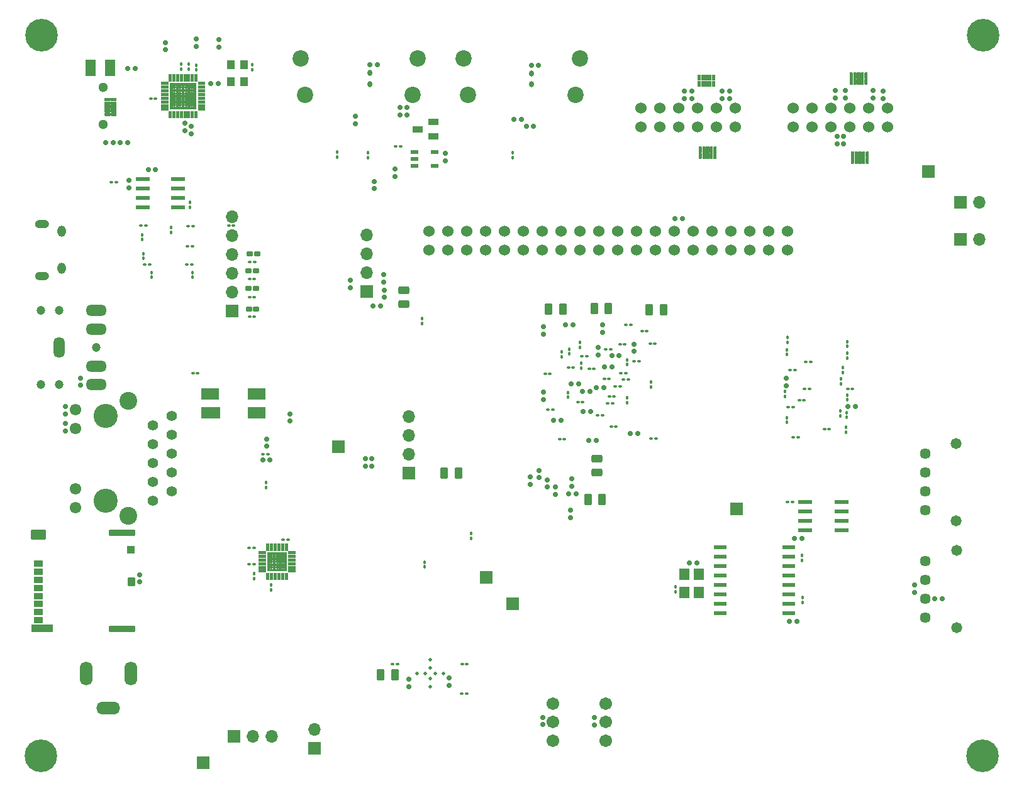
<source format=gbs>
G04 #@! TF.GenerationSoftware,KiCad,Pcbnew,8.0.8*
G04 #@! TF.CreationDate,2025-12-16T16:02:55-05:00*
G04 #@! TF.ProjectId,FPGA-BOARD,46504741-2d42-44f4-9152-442e6b696361,rev?*
G04 #@! TF.SameCoordinates,Original*
G04 #@! TF.FileFunction,Soldermask,Bot*
G04 #@! TF.FilePolarity,Negative*
%FSLAX46Y46*%
G04 Gerber Fmt 4.6, Leading zero omitted, Abs format (unit mm)*
G04 Created by KiCad (PCBNEW 8.0.8) date 2025-12-16 16:02:55*
%MOMM*%
%LPD*%
G01*
G04 APERTURE LIST*
G04 Aperture macros list*
%AMRoundRect*
0 Rectangle with rounded corners*
0 $1 Rounding radius*
0 $2 $3 $4 $5 $6 $7 $8 $9 X,Y pos of 4 corners*
0 Add a 4 corners polygon primitive as box body*
4,1,4,$2,$3,$4,$5,$6,$7,$8,$9,$2,$3,0*
0 Add four circle primitives for the rounded corners*
1,1,$1+$1,$2,$3*
1,1,$1+$1,$4,$5*
1,1,$1+$1,$6,$7*
1,1,$1+$1,$8,$9*
0 Add four rect primitives between the rounded corners*
20,1,$1+$1,$2,$3,$4,$5,0*
20,1,$1+$1,$4,$5,$6,$7,0*
20,1,$1+$1,$6,$7,$8,$9,0*
20,1,$1+$1,$8,$9,$2,$3,0*%
G04 Aperture macros list end*
%ADD10C,0.010000*%
%ADD11C,0.000000*%
%ADD12C,4.400000*%
%ADD13R,1.700000X1.700000*%
%ADD14O,1.700000X1.700000*%
%ADD15C,0.499999*%
%ADD16C,1.300000*%
%ADD17C,1.524000*%
%ADD18C,1.712000*%
%ADD19C,2.199000*%
%ADD20C,3.250000*%
%ADD21C,1.400000*%
%ADD22C,1.550000*%
%ADD23C,2.400000*%
%ADD24C,1.447800*%
%ADD25C,1.473200*%
%ADD26O,1.712000X3.220000*%
%ADD27O,3.220000X1.712000*%
%ADD28C,1.200000*%
%ADD29O,1.512000X2.820000*%
%ADD30O,2.820000X1.512000*%
%ADD31O,1.154000X1.504000*%
%ADD32RoundRect,0.159000X0.159000X0.189000X-0.159000X0.189000X-0.159000X-0.189000X0.159000X-0.189000X0*%
%ADD33RoundRect,0.100000X-0.130000X-0.100000X0.130000X-0.100000X0.130000X0.100000X-0.130000X0.100000X0*%
%ADD34RoundRect,0.100000X-0.100000X0.130000X-0.100000X-0.130000X0.100000X-0.130000X0.100000X0.130000X0*%
%ADD35RoundRect,0.159000X-0.189000X0.159000X-0.189000X-0.159000X0.189000X-0.159000X0.189000X0.159000X0*%
%ADD36RoundRect,0.100000X0.130000X0.100000X-0.130000X0.100000X-0.130000X-0.100000X0.130000X-0.100000X0*%
%ADD37RoundRect,0.159000X-0.159000X-0.189000X0.159000X-0.189000X0.159000X0.189000X-0.159000X0.189000X0*%
%ADD38RoundRect,0.100000X0.100000X-0.130000X0.100000X0.130000X-0.100000X0.130000X-0.100000X-0.130000X0*%
%ADD39O,0.604000X0.834000*%
%ADD40RoundRect,0.159000X0.189000X-0.159000X0.189000X0.159000X-0.189000X0.159000X-0.189000X-0.159000X0*%
%ADD41RoundRect,0.102000X-0.300000X-0.250000X0.300000X-0.250000X0.300000X0.250000X-0.300000X0.250000X0*%
%ADD42RoundRect,0.102000X1.100000X-0.700000X1.100000X0.700000X-1.100000X0.700000X-1.100000X-0.700000X0*%
%ADD43RoundRect,0.102000X1.200000X-0.700000X1.200000X0.700000X-1.200000X0.700000X-1.200000X-0.700000X0*%
%ADD44RoundRect,0.100500X0.616500X0.301500X-0.616500X0.301500X-0.616500X-0.301500X0.616500X-0.301500X0*%
%ADD45R,1.981200X0.558800*%
%ADD46R,0.280000X0.850000*%
%ADD47R,0.850000X0.280000*%
%ADD48C,0.508000*%
%ADD49R,1.765300X0.558800*%
%ADD50RoundRect,0.269000X-0.494000X0.269000X-0.494000X-0.269000X0.494000X-0.269000X0.494000X0.269000X0*%
%ADD51R,1.050000X1.300000*%
%ADD52RoundRect,0.076200X-0.550000X0.350000X-0.550000X-0.350000X0.550000X-0.350000X0.550000X0.350000X0*%
%ADD53RoundRect,0.076200X-0.465000X0.450000X-0.465000X-0.450000X0.465000X-0.450000X0.465000X0.450000X0*%
%ADD54RoundRect,0.076200X-0.390000X0.525000X-0.390000X-0.525000X0.390000X-0.525000X0.390000X0.525000X0*%
%ADD55RoundRect,0.076200X-0.915000X0.570000X-0.915000X-0.570000X0.915000X-0.570000X0.915000X0.570000X0*%
%ADD56RoundRect,0.076200X-1.400000X0.430000X-1.400000X-0.430000X1.400000X-0.430000X1.400000X0.430000X0*%
%ADD57RoundRect,0.076200X-1.665000X0.350000X-1.665000X-0.350000X1.665000X-0.350000X1.665000X0.350000X0*%
%ADD58RoundRect,0.269000X-0.269000X-0.494000X0.269000X-0.494000X0.269000X0.494000X-0.269000X0.494000X0*%
%ADD59RoundRect,0.102000X-0.600000X-0.700000X0.600000X-0.700000X0.600000X0.700000X-0.600000X0.700000X0*%
%ADD60R,1.405349X2.299995*%
%ADD61RoundRect,0.269000X0.269000X0.494000X-0.269000X0.494000X-0.269000X-0.494000X0.269000X-0.494000X0*%
%ADD62R,1.028700X0.508000*%
G04 APERTURE END LIST*
D10*
X76068000Y-75065000D02*
X76094000Y-75069000D01*
X76119000Y-75073000D01*
X76144000Y-75079000D01*
X76168000Y-75086000D01*
X76192000Y-75095000D01*
X76216000Y-75105000D01*
X76239000Y-75116000D01*
X76261000Y-75128000D01*
X76283000Y-75141000D01*
X76304000Y-75156000D01*
X76324000Y-75171000D01*
X76344000Y-75188000D01*
X76362000Y-75205000D01*
X76380000Y-75224000D01*
X76396000Y-75243000D01*
X76412000Y-75263000D01*
X76426000Y-75284000D01*
X76440000Y-75306000D01*
X76452000Y-75329000D01*
X76463000Y-75352000D01*
X76473000Y-75375000D01*
X76481000Y-75399000D01*
X76488000Y-75424000D01*
X76494000Y-75449000D01*
X76499000Y-75474000D01*
X76502000Y-75499000D01*
X76504000Y-75524000D01*
X76505000Y-75550000D01*
X76504000Y-75576000D01*
X76502000Y-75601000D01*
X76499000Y-75626000D01*
X76494000Y-75651000D01*
X76488000Y-75676000D01*
X76481000Y-75701000D01*
X76473000Y-75725000D01*
X76463000Y-75748000D01*
X76452000Y-75771000D01*
X76440000Y-75794000D01*
X76426000Y-75816000D01*
X76412000Y-75837000D01*
X76396000Y-75857000D01*
X76380000Y-75876000D01*
X76362000Y-75895000D01*
X76344000Y-75912000D01*
X76324000Y-75929000D01*
X76304000Y-75944000D01*
X76283000Y-75959000D01*
X76261000Y-75972000D01*
X76239000Y-75984000D01*
X76216000Y-75995000D01*
X76192000Y-76005000D01*
X76168000Y-76014000D01*
X76144000Y-76021000D01*
X76119000Y-76027000D01*
X76094000Y-76031000D01*
X76068000Y-76035000D01*
X76043000Y-76037000D01*
X76018000Y-76037000D01*
X76017500Y-76037500D01*
X75242000Y-76037000D01*
X75217000Y-76037000D01*
X75192000Y-76035000D01*
X75166000Y-76031000D01*
X75141000Y-76027000D01*
X75116000Y-76021000D01*
X75092000Y-76014000D01*
X75068000Y-76005000D01*
X75044000Y-75995000D01*
X75021000Y-75984000D01*
X74999000Y-75972000D01*
X74977000Y-75959000D01*
X74956000Y-75944000D01*
X74936000Y-75929000D01*
X74916000Y-75912000D01*
X74898000Y-75895000D01*
X74880000Y-75876000D01*
X74864000Y-75857000D01*
X74848000Y-75837000D01*
X74834000Y-75816000D01*
X74820000Y-75794000D01*
X74808000Y-75771000D01*
X74797000Y-75748000D01*
X74787000Y-75725000D01*
X74779000Y-75701000D01*
X74772000Y-75676000D01*
X74766000Y-75651000D01*
X74761000Y-75626000D01*
X74758000Y-75601000D01*
X74756000Y-75576000D01*
X74755000Y-75550000D01*
X74756000Y-75524000D01*
X74758000Y-75499000D01*
X74761000Y-75474000D01*
X74766000Y-75449000D01*
X74772000Y-75424000D01*
X74779000Y-75399000D01*
X74787000Y-75375000D01*
X74797000Y-75352000D01*
X74808000Y-75329000D01*
X74820000Y-75306000D01*
X74834000Y-75284000D01*
X74848000Y-75263000D01*
X74864000Y-75243000D01*
X74880000Y-75224000D01*
X74898000Y-75205000D01*
X74916000Y-75188000D01*
X74936000Y-75171000D01*
X74956000Y-75156000D01*
X74977000Y-75141000D01*
X74999000Y-75128000D01*
X75021000Y-75116000D01*
X75044000Y-75105000D01*
X75068000Y-75095000D01*
X75092000Y-75086000D01*
X75116000Y-75079000D01*
X75141000Y-75073000D01*
X75166000Y-75069000D01*
X75192000Y-75065000D01*
X75217000Y-75063000D01*
X75242000Y-75063000D01*
X76018000Y-75063000D01*
X76043000Y-75063000D01*
X76068000Y-75065000D01*
G36*
X76068000Y-75065000D02*
G01*
X76094000Y-75069000D01*
X76119000Y-75073000D01*
X76144000Y-75079000D01*
X76168000Y-75086000D01*
X76192000Y-75095000D01*
X76216000Y-75105000D01*
X76239000Y-75116000D01*
X76261000Y-75128000D01*
X76283000Y-75141000D01*
X76304000Y-75156000D01*
X76324000Y-75171000D01*
X76344000Y-75188000D01*
X76362000Y-75205000D01*
X76380000Y-75224000D01*
X76396000Y-75243000D01*
X76412000Y-75263000D01*
X76426000Y-75284000D01*
X76440000Y-75306000D01*
X76452000Y-75329000D01*
X76463000Y-75352000D01*
X76473000Y-75375000D01*
X76481000Y-75399000D01*
X76488000Y-75424000D01*
X76494000Y-75449000D01*
X76499000Y-75474000D01*
X76502000Y-75499000D01*
X76504000Y-75524000D01*
X76505000Y-75550000D01*
X76504000Y-75576000D01*
X76502000Y-75601000D01*
X76499000Y-75626000D01*
X76494000Y-75651000D01*
X76488000Y-75676000D01*
X76481000Y-75701000D01*
X76473000Y-75725000D01*
X76463000Y-75748000D01*
X76452000Y-75771000D01*
X76440000Y-75794000D01*
X76426000Y-75816000D01*
X76412000Y-75837000D01*
X76396000Y-75857000D01*
X76380000Y-75876000D01*
X76362000Y-75895000D01*
X76344000Y-75912000D01*
X76324000Y-75929000D01*
X76304000Y-75944000D01*
X76283000Y-75959000D01*
X76261000Y-75972000D01*
X76239000Y-75984000D01*
X76216000Y-75995000D01*
X76192000Y-76005000D01*
X76168000Y-76014000D01*
X76144000Y-76021000D01*
X76119000Y-76027000D01*
X76094000Y-76031000D01*
X76068000Y-76035000D01*
X76043000Y-76037000D01*
X76018000Y-76037000D01*
X76017500Y-76037500D01*
X75242000Y-76037000D01*
X75217000Y-76037000D01*
X75192000Y-76035000D01*
X75166000Y-76031000D01*
X75141000Y-76027000D01*
X75116000Y-76021000D01*
X75092000Y-76014000D01*
X75068000Y-76005000D01*
X75044000Y-75995000D01*
X75021000Y-75984000D01*
X74999000Y-75972000D01*
X74977000Y-75959000D01*
X74956000Y-75944000D01*
X74936000Y-75929000D01*
X74916000Y-75912000D01*
X74898000Y-75895000D01*
X74880000Y-75876000D01*
X74864000Y-75857000D01*
X74848000Y-75837000D01*
X74834000Y-75816000D01*
X74820000Y-75794000D01*
X74808000Y-75771000D01*
X74797000Y-75748000D01*
X74787000Y-75725000D01*
X74779000Y-75701000D01*
X74772000Y-75676000D01*
X74766000Y-75651000D01*
X74761000Y-75626000D01*
X74758000Y-75601000D01*
X74756000Y-75576000D01*
X74755000Y-75550000D01*
X74756000Y-75524000D01*
X74758000Y-75499000D01*
X74761000Y-75474000D01*
X74766000Y-75449000D01*
X74772000Y-75424000D01*
X74779000Y-75399000D01*
X74787000Y-75375000D01*
X74797000Y-75352000D01*
X74808000Y-75329000D01*
X74820000Y-75306000D01*
X74834000Y-75284000D01*
X74848000Y-75263000D01*
X74864000Y-75243000D01*
X74880000Y-75224000D01*
X74898000Y-75205000D01*
X74916000Y-75188000D01*
X74936000Y-75171000D01*
X74956000Y-75156000D01*
X74977000Y-75141000D01*
X74999000Y-75128000D01*
X75021000Y-75116000D01*
X75044000Y-75105000D01*
X75068000Y-75095000D01*
X75092000Y-75086000D01*
X75116000Y-75079000D01*
X75141000Y-75073000D01*
X75166000Y-75069000D01*
X75192000Y-75065000D01*
X75217000Y-75063000D01*
X75242000Y-75063000D01*
X76018000Y-75063000D01*
X76043000Y-75063000D01*
X76068000Y-75065000D01*
G37*
X76068000Y-82065000D02*
X76094000Y-82069000D01*
X76119000Y-82073000D01*
X76144000Y-82079000D01*
X76168000Y-82086000D01*
X76192000Y-82095000D01*
X76216000Y-82105000D01*
X76239000Y-82116000D01*
X76261000Y-82128000D01*
X76283000Y-82141000D01*
X76304000Y-82156000D01*
X76324000Y-82171000D01*
X76344000Y-82188000D01*
X76362000Y-82205000D01*
X76380000Y-82224000D01*
X76396000Y-82243000D01*
X76412000Y-82263000D01*
X76426000Y-82284000D01*
X76440000Y-82306000D01*
X76452000Y-82329000D01*
X76463000Y-82352000D01*
X76473000Y-82375000D01*
X76481000Y-82399000D01*
X76488000Y-82424000D01*
X76494000Y-82449000D01*
X76499000Y-82474000D01*
X76502000Y-82499000D01*
X76504000Y-82524000D01*
X76505000Y-82550000D01*
X76504000Y-82576000D01*
X76502000Y-82601000D01*
X76499000Y-82626000D01*
X76494000Y-82651000D01*
X76488000Y-82676000D01*
X76481000Y-82701000D01*
X76473000Y-82725000D01*
X76463000Y-82748000D01*
X76452000Y-82771000D01*
X76440000Y-82794000D01*
X76426000Y-82816000D01*
X76412000Y-82837000D01*
X76396000Y-82857000D01*
X76380000Y-82876000D01*
X76362000Y-82895000D01*
X76344000Y-82912000D01*
X76324000Y-82929000D01*
X76304000Y-82944000D01*
X76283000Y-82959000D01*
X76261000Y-82972000D01*
X76239000Y-82984000D01*
X76216000Y-82995000D01*
X76192000Y-83005000D01*
X76168000Y-83014000D01*
X76144000Y-83021000D01*
X76119000Y-83027000D01*
X76094000Y-83031000D01*
X76068000Y-83035000D01*
X76043000Y-83037000D01*
X76018000Y-83037000D01*
X76017500Y-83037500D01*
X75242000Y-83037000D01*
X75217000Y-83037000D01*
X75192000Y-83035000D01*
X75166000Y-83031000D01*
X75141000Y-83027000D01*
X75116000Y-83021000D01*
X75092000Y-83014000D01*
X75068000Y-83005000D01*
X75044000Y-82995000D01*
X75021000Y-82984000D01*
X74999000Y-82972000D01*
X74977000Y-82959000D01*
X74956000Y-82944000D01*
X74936000Y-82929000D01*
X74916000Y-82912000D01*
X74898000Y-82895000D01*
X74880000Y-82876000D01*
X74864000Y-82857000D01*
X74848000Y-82837000D01*
X74834000Y-82816000D01*
X74820000Y-82794000D01*
X74808000Y-82771000D01*
X74797000Y-82748000D01*
X74787000Y-82725000D01*
X74779000Y-82701000D01*
X74772000Y-82676000D01*
X74766000Y-82651000D01*
X74761000Y-82626000D01*
X74758000Y-82601000D01*
X74756000Y-82576000D01*
X74755000Y-82550000D01*
X74756000Y-82524000D01*
X74758000Y-82499000D01*
X74761000Y-82474000D01*
X74766000Y-82449000D01*
X74772000Y-82424000D01*
X74779000Y-82399000D01*
X74787000Y-82375000D01*
X74797000Y-82352000D01*
X74808000Y-82329000D01*
X74820000Y-82306000D01*
X74834000Y-82284000D01*
X74848000Y-82263000D01*
X74864000Y-82243000D01*
X74880000Y-82224000D01*
X74898000Y-82205000D01*
X74916000Y-82188000D01*
X74936000Y-82171000D01*
X74956000Y-82156000D01*
X74977000Y-82141000D01*
X74999000Y-82128000D01*
X75021000Y-82116000D01*
X75044000Y-82105000D01*
X75068000Y-82095000D01*
X75092000Y-82086000D01*
X75116000Y-82079000D01*
X75141000Y-82073000D01*
X75166000Y-82069000D01*
X75192000Y-82065000D01*
X75217000Y-82063000D01*
X75242000Y-82063000D01*
X76018000Y-82063000D01*
X76043000Y-82063000D01*
X76068000Y-82065000D01*
G36*
X76068000Y-82065000D02*
G01*
X76094000Y-82069000D01*
X76119000Y-82073000D01*
X76144000Y-82079000D01*
X76168000Y-82086000D01*
X76192000Y-82095000D01*
X76216000Y-82105000D01*
X76239000Y-82116000D01*
X76261000Y-82128000D01*
X76283000Y-82141000D01*
X76304000Y-82156000D01*
X76324000Y-82171000D01*
X76344000Y-82188000D01*
X76362000Y-82205000D01*
X76380000Y-82224000D01*
X76396000Y-82243000D01*
X76412000Y-82263000D01*
X76426000Y-82284000D01*
X76440000Y-82306000D01*
X76452000Y-82329000D01*
X76463000Y-82352000D01*
X76473000Y-82375000D01*
X76481000Y-82399000D01*
X76488000Y-82424000D01*
X76494000Y-82449000D01*
X76499000Y-82474000D01*
X76502000Y-82499000D01*
X76504000Y-82524000D01*
X76505000Y-82550000D01*
X76504000Y-82576000D01*
X76502000Y-82601000D01*
X76499000Y-82626000D01*
X76494000Y-82651000D01*
X76488000Y-82676000D01*
X76481000Y-82701000D01*
X76473000Y-82725000D01*
X76463000Y-82748000D01*
X76452000Y-82771000D01*
X76440000Y-82794000D01*
X76426000Y-82816000D01*
X76412000Y-82837000D01*
X76396000Y-82857000D01*
X76380000Y-82876000D01*
X76362000Y-82895000D01*
X76344000Y-82912000D01*
X76324000Y-82929000D01*
X76304000Y-82944000D01*
X76283000Y-82959000D01*
X76261000Y-82972000D01*
X76239000Y-82984000D01*
X76216000Y-82995000D01*
X76192000Y-83005000D01*
X76168000Y-83014000D01*
X76144000Y-83021000D01*
X76119000Y-83027000D01*
X76094000Y-83031000D01*
X76068000Y-83035000D01*
X76043000Y-83037000D01*
X76018000Y-83037000D01*
X76017500Y-83037500D01*
X75242000Y-83037000D01*
X75217000Y-83037000D01*
X75192000Y-83035000D01*
X75166000Y-83031000D01*
X75141000Y-83027000D01*
X75116000Y-83021000D01*
X75092000Y-83014000D01*
X75068000Y-83005000D01*
X75044000Y-82995000D01*
X75021000Y-82984000D01*
X74999000Y-82972000D01*
X74977000Y-82959000D01*
X74956000Y-82944000D01*
X74936000Y-82929000D01*
X74916000Y-82912000D01*
X74898000Y-82895000D01*
X74880000Y-82876000D01*
X74864000Y-82857000D01*
X74848000Y-82837000D01*
X74834000Y-82816000D01*
X74820000Y-82794000D01*
X74808000Y-82771000D01*
X74797000Y-82748000D01*
X74787000Y-82725000D01*
X74779000Y-82701000D01*
X74772000Y-82676000D01*
X74766000Y-82651000D01*
X74761000Y-82626000D01*
X74758000Y-82601000D01*
X74756000Y-82576000D01*
X74755000Y-82550000D01*
X74756000Y-82524000D01*
X74758000Y-82499000D01*
X74761000Y-82474000D01*
X74766000Y-82449000D01*
X74772000Y-82424000D01*
X74779000Y-82399000D01*
X74787000Y-82375000D01*
X74797000Y-82352000D01*
X74808000Y-82329000D01*
X74820000Y-82306000D01*
X74834000Y-82284000D01*
X74848000Y-82263000D01*
X74864000Y-82243000D01*
X74880000Y-82224000D01*
X74898000Y-82205000D01*
X74916000Y-82188000D01*
X74936000Y-82171000D01*
X74956000Y-82156000D01*
X74977000Y-82141000D01*
X74999000Y-82128000D01*
X75021000Y-82116000D01*
X75044000Y-82105000D01*
X75068000Y-82095000D01*
X75092000Y-82086000D01*
X75116000Y-82079000D01*
X75141000Y-82073000D01*
X75166000Y-82069000D01*
X75192000Y-82065000D01*
X75217000Y-82063000D01*
X75242000Y-82063000D01*
X76018000Y-82063000D01*
X76043000Y-82063000D01*
X76068000Y-82065000D01*
G37*
X184678000Y-55173500D02*
X184680000Y-55173500D01*
X184683000Y-55174500D01*
X184685000Y-55174500D01*
X184688000Y-55175500D01*
X184690000Y-55176500D01*
X184693000Y-55177500D01*
X184695000Y-55179500D01*
X184697000Y-55180500D01*
X184699000Y-55182500D01*
X184701000Y-55183500D01*
X184703000Y-55185500D01*
X184705000Y-55187500D01*
X184707000Y-55189500D01*
X184709000Y-55191500D01*
X184710000Y-55193500D01*
X184712000Y-55195500D01*
X184713000Y-55197500D01*
X184715000Y-55199500D01*
X184716000Y-55202500D01*
X184717000Y-55204500D01*
X184718000Y-55207500D01*
X184718000Y-55209500D01*
X184719000Y-55212500D01*
X184719000Y-55214500D01*
X184720000Y-55217500D01*
X184720000Y-55219500D01*
X184720000Y-55222500D01*
X184720000Y-55827500D01*
X184720000Y-55830500D01*
X184720000Y-55832500D01*
X184719000Y-55835500D01*
X184719000Y-55837500D01*
X184718000Y-55840500D01*
X184718000Y-55842500D01*
X184717000Y-55845500D01*
X184716000Y-55847500D01*
X184715000Y-55850500D01*
X184713000Y-55852500D01*
X184712000Y-55854500D01*
X184710000Y-55856500D01*
X184709000Y-55858500D01*
X184707000Y-55860500D01*
X184705000Y-55862500D01*
X184703000Y-55864500D01*
X184701000Y-55866500D01*
X184699000Y-55867500D01*
X184697000Y-55869500D01*
X184695000Y-55870500D01*
X184693000Y-55872500D01*
X184690000Y-55873500D01*
X184688000Y-55874500D01*
X184685000Y-55875500D01*
X184683000Y-55875500D01*
X184680000Y-55876500D01*
X184678000Y-55876500D01*
X184675000Y-55877500D01*
X184673000Y-55877500D01*
X184670000Y-55877500D01*
X184430000Y-55877500D01*
X184427000Y-55877500D01*
X184425000Y-55877500D01*
X184422000Y-55876500D01*
X184420000Y-55876500D01*
X184417000Y-55875500D01*
X184415000Y-55875500D01*
X184412000Y-55874500D01*
X184410000Y-55873500D01*
X184407000Y-55872500D01*
X184405000Y-55870500D01*
X184403000Y-55869500D01*
X184401000Y-55867500D01*
X184399000Y-55866500D01*
X184397000Y-55864500D01*
X184395000Y-55862500D01*
X184393000Y-55860500D01*
X184391000Y-55858500D01*
X184390000Y-55856500D01*
X184388000Y-55854500D01*
X184387000Y-55852500D01*
X184385000Y-55850500D01*
X184384000Y-55847500D01*
X184383000Y-55845500D01*
X184382000Y-55842500D01*
X184382000Y-55840500D01*
X184381000Y-55837500D01*
X184381000Y-55835500D01*
X184380000Y-55832500D01*
X184380000Y-55830500D01*
X184380000Y-55827500D01*
X184380000Y-55222500D01*
X184380000Y-55219500D01*
X184380000Y-55217500D01*
X184381000Y-55214500D01*
X184381000Y-55212500D01*
X184382000Y-55209500D01*
X184382000Y-55207500D01*
X184383000Y-55204500D01*
X184384000Y-55202500D01*
X184385000Y-55199500D01*
X184387000Y-55197500D01*
X184388000Y-55195500D01*
X184390000Y-55193500D01*
X184391000Y-55191500D01*
X184393000Y-55189500D01*
X184395000Y-55187500D01*
X184397000Y-55185500D01*
X184399000Y-55183500D01*
X184401000Y-55182500D01*
X184403000Y-55180500D01*
X184405000Y-55179500D01*
X184407000Y-55177500D01*
X184410000Y-55176500D01*
X184412000Y-55175500D01*
X184415000Y-55174500D01*
X184417000Y-55174500D01*
X184420000Y-55173500D01*
X184422000Y-55173500D01*
X184425000Y-55172500D01*
X184427000Y-55172500D01*
X184430000Y-55172500D01*
X184670000Y-55172500D01*
X184673000Y-55172500D01*
X184675000Y-55172500D01*
X184678000Y-55173500D01*
G36*
X184678000Y-55173500D02*
G01*
X184680000Y-55173500D01*
X184683000Y-55174500D01*
X184685000Y-55174500D01*
X184688000Y-55175500D01*
X184690000Y-55176500D01*
X184693000Y-55177500D01*
X184695000Y-55179500D01*
X184697000Y-55180500D01*
X184699000Y-55182500D01*
X184701000Y-55183500D01*
X184703000Y-55185500D01*
X184705000Y-55187500D01*
X184707000Y-55189500D01*
X184709000Y-55191500D01*
X184710000Y-55193500D01*
X184712000Y-55195500D01*
X184713000Y-55197500D01*
X184715000Y-55199500D01*
X184716000Y-55202500D01*
X184717000Y-55204500D01*
X184718000Y-55207500D01*
X184718000Y-55209500D01*
X184719000Y-55212500D01*
X184719000Y-55214500D01*
X184720000Y-55217500D01*
X184720000Y-55219500D01*
X184720000Y-55222500D01*
X184720000Y-55827500D01*
X184720000Y-55830500D01*
X184720000Y-55832500D01*
X184719000Y-55835500D01*
X184719000Y-55837500D01*
X184718000Y-55840500D01*
X184718000Y-55842500D01*
X184717000Y-55845500D01*
X184716000Y-55847500D01*
X184715000Y-55850500D01*
X184713000Y-55852500D01*
X184712000Y-55854500D01*
X184710000Y-55856500D01*
X184709000Y-55858500D01*
X184707000Y-55860500D01*
X184705000Y-55862500D01*
X184703000Y-55864500D01*
X184701000Y-55866500D01*
X184699000Y-55867500D01*
X184697000Y-55869500D01*
X184695000Y-55870500D01*
X184693000Y-55872500D01*
X184690000Y-55873500D01*
X184688000Y-55874500D01*
X184685000Y-55875500D01*
X184683000Y-55875500D01*
X184680000Y-55876500D01*
X184678000Y-55876500D01*
X184675000Y-55877500D01*
X184673000Y-55877500D01*
X184670000Y-55877500D01*
X184430000Y-55877500D01*
X184427000Y-55877500D01*
X184425000Y-55877500D01*
X184422000Y-55876500D01*
X184420000Y-55876500D01*
X184417000Y-55875500D01*
X184415000Y-55875500D01*
X184412000Y-55874500D01*
X184410000Y-55873500D01*
X184407000Y-55872500D01*
X184405000Y-55870500D01*
X184403000Y-55869500D01*
X184401000Y-55867500D01*
X184399000Y-55866500D01*
X184397000Y-55864500D01*
X184395000Y-55862500D01*
X184393000Y-55860500D01*
X184391000Y-55858500D01*
X184390000Y-55856500D01*
X184388000Y-55854500D01*
X184387000Y-55852500D01*
X184385000Y-55850500D01*
X184384000Y-55847500D01*
X184383000Y-55845500D01*
X184382000Y-55842500D01*
X184382000Y-55840500D01*
X184381000Y-55837500D01*
X184381000Y-55835500D01*
X184380000Y-55832500D01*
X184380000Y-55830500D01*
X184380000Y-55827500D01*
X184380000Y-55222500D01*
X184380000Y-55219500D01*
X184380000Y-55217500D01*
X184381000Y-55214500D01*
X184381000Y-55212500D01*
X184382000Y-55209500D01*
X184382000Y-55207500D01*
X184383000Y-55204500D01*
X184384000Y-55202500D01*
X184385000Y-55199500D01*
X184387000Y-55197500D01*
X184388000Y-55195500D01*
X184390000Y-55193500D01*
X184391000Y-55191500D01*
X184393000Y-55189500D01*
X184395000Y-55187500D01*
X184397000Y-55185500D01*
X184399000Y-55183500D01*
X184401000Y-55182500D01*
X184403000Y-55180500D01*
X184405000Y-55179500D01*
X184407000Y-55177500D01*
X184410000Y-55176500D01*
X184412000Y-55175500D01*
X184415000Y-55174500D01*
X184417000Y-55174500D01*
X184420000Y-55173500D01*
X184422000Y-55173500D01*
X184425000Y-55172500D01*
X184427000Y-55172500D01*
X184430000Y-55172500D01*
X184670000Y-55172500D01*
X184673000Y-55172500D01*
X184675000Y-55172500D01*
X184678000Y-55173500D01*
G37*
X184678000Y-56008500D02*
X184680000Y-56008500D01*
X184683000Y-56009500D01*
X184685000Y-56009500D01*
X184688000Y-56010500D01*
X184690000Y-56011500D01*
X184693000Y-56012500D01*
X184695000Y-56014500D01*
X184697000Y-56015500D01*
X184699000Y-56017500D01*
X184701000Y-56018500D01*
X184703000Y-56020500D01*
X184705000Y-56022500D01*
X184707000Y-56024500D01*
X184709000Y-56026500D01*
X184710000Y-56028500D01*
X184712000Y-56030500D01*
X184713000Y-56032500D01*
X184715000Y-56034500D01*
X184716000Y-56037500D01*
X184717000Y-56039500D01*
X184718000Y-56042500D01*
X184718000Y-56044500D01*
X184719000Y-56047500D01*
X184719000Y-56049500D01*
X184720000Y-56052500D01*
X184720000Y-56054500D01*
X184720000Y-56057500D01*
X184720000Y-56662500D01*
X184720000Y-56665500D01*
X184720000Y-56667500D01*
X184719000Y-56670500D01*
X184719000Y-56672500D01*
X184718000Y-56675500D01*
X184718000Y-56677500D01*
X184717000Y-56680500D01*
X184716000Y-56682500D01*
X184715000Y-56685500D01*
X184713000Y-56687500D01*
X184712000Y-56689500D01*
X184710000Y-56691500D01*
X184709000Y-56693500D01*
X184707000Y-56695500D01*
X184705000Y-56697500D01*
X184703000Y-56699500D01*
X184701000Y-56701500D01*
X184699000Y-56702500D01*
X184697000Y-56704500D01*
X184695000Y-56705500D01*
X184693000Y-56707500D01*
X184690000Y-56708500D01*
X184688000Y-56709500D01*
X184685000Y-56710500D01*
X184683000Y-56710500D01*
X184680000Y-56711500D01*
X184678000Y-56711500D01*
X184675000Y-56712500D01*
X184673000Y-56712500D01*
X184670000Y-56712500D01*
X184430000Y-56712500D01*
X184427000Y-56712500D01*
X184425000Y-56712500D01*
X184422000Y-56711500D01*
X184420000Y-56711500D01*
X184417000Y-56710500D01*
X184415000Y-56710500D01*
X184412000Y-56709500D01*
X184410000Y-56708500D01*
X184407000Y-56707500D01*
X184405000Y-56705500D01*
X184403000Y-56704500D01*
X184401000Y-56702500D01*
X184399000Y-56701500D01*
X184397000Y-56699500D01*
X184395000Y-56697500D01*
X184393000Y-56695500D01*
X184391000Y-56693500D01*
X184390000Y-56691500D01*
X184388000Y-56689500D01*
X184387000Y-56687500D01*
X184385000Y-56685500D01*
X184384000Y-56682500D01*
X184383000Y-56680500D01*
X184382000Y-56677500D01*
X184382000Y-56675500D01*
X184381000Y-56672500D01*
X184381000Y-56670500D01*
X184380000Y-56667500D01*
X184380000Y-56665500D01*
X184380000Y-56662500D01*
X184380000Y-56057500D01*
X184380000Y-56054500D01*
X184380000Y-56052500D01*
X184381000Y-56049500D01*
X184381000Y-56047500D01*
X184382000Y-56044500D01*
X184382000Y-56042500D01*
X184383000Y-56039500D01*
X184384000Y-56037500D01*
X184385000Y-56034500D01*
X184387000Y-56032500D01*
X184388000Y-56030500D01*
X184390000Y-56028500D01*
X184391000Y-56026500D01*
X184393000Y-56024500D01*
X184395000Y-56022500D01*
X184397000Y-56020500D01*
X184399000Y-56018500D01*
X184401000Y-56017500D01*
X184403000Y-56015500D01*
X184405000Y-56014500D01*
X184407000Y-56012500D01*
X184410000Y-56011500D01*
X184412000Y-56010500D01*
X184415000Y-56009500D01*
X184417000Y-56009500D01*
X184420000Y-56008500D01*
X184422000Y-56008500D01*
X184425000Y-56007500D01*
X184427000Y-56007500D01*
X184430000Y-56007500D01*
X184670000Y-56007500D01*
X184673000Y-56007500D01*
X184675000Y-56007500D01*
X184678000Y-56008500D01*
G36*
X184678000Y-56008500D02*
G01*
X184680000Y-56008500D01*
X184683000Y-56009500D01*
X184685000Y-56009500D01*
X184688000Y-56010500D01*
X184690000Y-56011500D01*
X184693000Y-56012500D01*
X184695000Y-56014500D01*
X184697000Y-56015500D01*
X184699000Y-56017500D01*
X184701000Y-56018500D01*
X184703000Y-56020500D01*
X184705000Y-56022500D01*
X184707000Y-56024500D01*
X184709000Y-56026500D01*
X184710000Y-56028500D01*
X184712000Y-56030500D01*
X184713000Y-56032500D01*
X184715000Y-56034500D01*
X184716000Y-56037500D01*
X184717000Y-56039500D01*
X184718000Y-56042500D01*
X184718000Y-56044500D01*
X184719000Y-56047500D01*
X184719000Y-56049500D01*
X184720000Y-56052500D01*
X184720000Y-56054500D01*
X184720000Y-56057500D01*
X184720000Y-56662500D01*
X184720000Y-56665500D01*
X184720000Y-56667500D01*
X184719000Y-56670500D01*
X184719000Y-56672500D01*
X184718000Y-56675500D01*
X184718000Y-56677500D01*
X184717000Y-56680500D01*
X184716000Y-56682500D01*
X184715000Y-56685500D01*
X184713000Y-56687500D01*
X184712000Y-56689500D01*
X184710000Y-56691500D01*
X184709000Y-56693500D01*
X184707000Y-56695500D01*
X184705000Y-56697500D01*
X184703000Y-56699500D01*
X184701000Y-56701500D01*
X184699000Y-56702500D01*
X184697000Y-56704500D01*
X184695000Y-56705500D01*
X184693000Y-56707500D01*
X184690000Y-56708500D01*
X184688000Y-56709500D01*
X184685000Y-56710500D01*
X184683000Y-56710500D01*
X184680000Y-56711500D01*
X184678000Y-56711500D01*
X184675000Y-56712500D01*
X184673000Y-56712500D01*
X184670000Y-56712500D01*
X184430000Y-56712500D01*
X184427000Y-56712500D01*
X184425000Y-56712500D01*
X184422000Y-56711500D01*
X184420000Y-56711500D01*
X184417000Y-56710500D01*
X184415000Y-56710500D01*
X184412000Y-56709500D01*
X184410000Y-56708500D01*
X184407000Y-56707500D01*
X184405000Y-56705500D01*
X184403000Y-56704500D01*
X184401000Y-56702500D01*
X184399000Y-56701500D01*
X184397000Y-56699500D01*
X184395000Y-56697500D01*
X184393000Y-56695500D01*
X184391000Y-56693500D01*
X184390000Y-56691500D01*
X184388000Y-56689500D01*
X184387000Y-56687500D01*
X184385000Y-56685500D01*
X184384000Y-56682500D01*
X184383000Y-56680500D01*
X184382000Y-56677500D01*
X184382000Y-56675500D01*
X184381000Y-56672500D01*
X184381000Y-56670500D01*
X184380000Y-56667500D01*
X184380000Y-56665500D01*
X184380000Y-56662500D01*
X184380000Y-56057500D01*
X184380000Y-56054500D01*
X184380000Y-56052500D01*
X184381000Y-56049500D01*
X184381000Y-56047500D01*
X184382000Y-56044500D01*
X184382000Y-56042500D01*
X184383000Y-56039500D01*
X184384000Y-56037500D01*
X184385000Y-56034500D01*
X184387000Y-56032500D01*
X184388000Y-56030500D01*
X184390000Y-56028500D01*
X184391000Y-56026500D01*
X184393000Y-56024500D01*
X184395000Y-56022500D01*
X184397000Y-56020500D01*
X184399000Y-56018500D01*
X184401000Y-56017500D01*
X184403000Y-56015500D01*
X184405000Y-56014500D01*
X184407000Y-56012500D01*
X184410000Y-56011500D01*
X184412000Y-56010500D01*
X184415000Y-56009500D01*
X184417000Y-56009500D01*
X184420000Y-56008500D01*
X184422000Y-56008500D01*
X184425000Y-56007500D01*
X184427000Y-56007500D01*
X184430000Y-56007500D01*
X184670000Y-56007500D01*
X184673000Y-56007500D01*
X184675000Y-56007500D01*
X184678000Y-56008500D01*
G37*
X185178000Y-55173500D02*
X185180000Y-55173500D01*
X185183000Y-55174500D01*
X185185000Y-55174500D01*
X185188000Y-55175500D01*
X185190000Y-55176500D01*
X185193000Y-55177500D01*
X185195000Y-55179500D01*
X185197000Y-55180500D01*
X185199000Y-55182500D01*
X185201000Y-55183500D01*
X185203000Y-55185500D01*
X185205000Y-55187500D01*
X185207000Y-55189500D01*
X185209000Y-55191500D01*
X185210000Y-55193500D01*
X185212000Y-55195500D01*
X185213000Y-55197500D01*
X185215000Y-55199500D01*
X185216000Y-55202500D01*
X185217000Y-55204500D01*
X185218000Y-55207500D01*
X185218000Y-55209500D01*
X185219000Y-55212500D01*
X185219000Y-55214500D01*
X185220000Y-55217500D01*
X185220000Y-55219500D01*
X185220000Y-55222500D01*
X185220000Y-55827500D01*
X185220000Y-55830500D01*
X185220000Y-55832500D01*
X185219000Y-55835500D01*
X185219000Y-55837500D01*
X185218000Y-55840500D01*
X185218000Y-55842500D01*
X185217000Y-55845500D01*
X185216000Y-55847500D01*
X185215000Y-55850500D01*
X185213000Y-55852500D01*
X185212000Y-55854500D01*
X185210000Y-55856500D01*
X185209000Y-55858500D01*
X185207000Y-55860500D01*
X185205000Y-55862500D01*
X185203000Y-55864500D01*
X185201000Y-55866500D01*
X185199000Y-55867500D01*
X185197000Y-55869500D01*
X185195000Y-55870500D01*
X185193000Y-55872500D01*
X185190000Y-55873500D01*
X185188000Y-55874500D01*
X185185000Y-55875500D01*
X185183000Y-55875500D01*
X185180000Y-55876500D01*
X185178000Y-55876500D01*
X185175000Y-55877500D01*
X185173000Y-55877500D01*
X185170000Y-55877500D01*
X184930000Y-55877500D01*
X184927000Y-55877500D01*
X184925000Y-55877500D01*
X184922000Y-55876500D01*
X184920000Y-55876500D01*
X184917000Y-55875500D01*
X184915000Y-55875500D01*
X184912000Y-55874500D01*
X184910000Y-55873500D01*
X184907000Y-55872500D01*
X184905000Y-55870500D01*
X184903000Y-55869500D01*
X184901000Y-55867500D01*
X184899000Y-55866500D01*
X184897000Y-55864500D01*
X184895000Y-55862500D01*
X184893000Y-55860500D01*
X184891000Y-55858500D01*
X184890000Y-55856500D01*
X184888000Y-55854500D01*
X184887000Y-55852500D01*
X184885000Y-55850500D01*
X184884000Y-55847500D01*
X184883000Y-55845500D01*
X184882000Y-55842500D01*
X184882000Y-55840500D01*
X184881000Y-55837500D01*
X184881000Y-55835500D01*
X184880000Y-55832500D01*
X184880000Y-55830500D01*
X184880000Y-55827500D01*
X184880000Y-55222500D01*
X184880000Y-55219500D01*
X184880000Y-55217500D01*
X184881000Y-55214500D01*
X184881000Y-55212500D01*
X184882000Y-55209500D01*
X184882000Y-55207500D01*
X184883000Y-55204500D01*
X184884000Y-55202500D01*
X184885000Y-55199500D01*
X184887000Y-55197500D01*
X184888000Y-55195500D01*
X184890000Y-55193500D01*
X184891000Y-55191500D01*
X184893000Y-55189500D01*
X184895000Y-55187500D01*
X184897000Y-55185500D01*
X184899000Y-55183500D01*
X184901000Y-55182500D01*
X184903000Y-55180500D01*
X184905000Y-55179500D01*
X184907000Y-55177500D01*
X184910000Y-55176500D01*
X184912000Y-55175500D01*
X184915000Y-55174500D01*
X184917000Y-55174500D01*
X184920000Y-55173500D01*
X184922000Y-55173500D01*
X184925000Y-55172500D01*
X184927000Y-55172500D01*
X184930000Y-55172500D01*
X185170000Y-55172500D01*
X185173000Y-55172500D01*
X185175000Y-55172500D01*
X185178000Y-55173500D01*
G36*
X185178000Y-55173500D02*
G01*
X185180000Y-55173500D01*
X185183000Y-55174500D01*
X185185000Y-55174500D01*
X185188000Y-55175500D01*
X185190000Y-55176500D01*
X185193000Y-55177500D01*
X185195000Y-55179500D01*
X185197000Y-55180500D01*
X185199000Y-55182500D01*
X185201000Y-55183500D01*
X185203000Y-55185500D01*
X185205000Y-55187500D01*
X185207000Y-55189500D01*
X185209000Y-55191500D01*
X185210000Y-55193500D01*
X185212000Y-55195500D01*
X185213000Y-55197500D01*
X185215000Y-55199500D01*
X185216000Y-55202500D01*
X185217000Y-55204500D01*
X185218000Y-55207500D01*
X185218000Y-55209500D01*
X185219000Y-55212500D01*
X185219000Y-55214500D01*
X185220000Y-55217500D01*
X185220000Y-55219500D01*
X185220000Y-55222500D01*
X185220000Y-55827500D01*
X185220000Y-55830500D01*
X185220000Y-55832500D01*
X185219000Y-55835500D01*
X185219000Y-55837500D01*
X185218000Y-55840500D01*
X185218000Y-55842500D01*
X185217000Y-55845500D01*
X185216000Y-55847500D01*
X185215000Y-55850500D01*
X185213000Y-55852500D01*
X185212000Y-55854500D01*
X185210000Y-55856500D01*
X185209000Y-55858500D01*
X185207000Y-55860500D01*
X185205000Y-55862500D01*
X185203000Y-55864500D01*
X185201000Y-55866500D01*
X185199000Y-55867500D01*
X185197000Y-55869500D01*
X185195000Y-55870500D01*
X185193000Y-55872500D01*
X185190000Y-55873500D01*
X185188000Y-55874500D01*
X185185000Y-55875500D01*
X185183000Y-55875500D01*
X185180000Y-55876500D01*
X185178000Y-55876500D01*
X185175000Y-55877500D01*
X185173000Y-55877500D01*
X185170000Y-55877500D01*
X184930000Y-55877500D01*
X184927000Y-55877500D01*
X184925000Y-55877500D01*
X184922000Y-55876500D01*
X184920000Y-55876500D01*
X184917000Y-55875500D01*
X184915000Y-55875500D01*
X184912000Y-55874500D01*
X184910000Y-55873500D01*
X184907000Y-55872500D01*
X184905000Y-55870500D01*
X184903000Y-55869500D01*
X184901000Y-55867500D01*
X184899000Y-55866500D01*
X184897000Y-55864500D01*
X184895000Y-55862500D01*
X184893000Y-55860500D01*
X184891000Y-55858500D01*
X184890000Y-55856500D01*
X184888000Y-55854500D01*
X184887000Y-55852500D01*
X184885000Y-55850500D01*
X184884000Y-55847500D01*
X184883000Y-55845500D01*
X184882000Y-55842500D01*
X184882000Y-55840500D01*
X184881000Y-55837500D01*
X184881000Y-55835500D01*
X184880000Y-55832500D01*
X184880000Y-55830500D01*
X184880000Y-55827500D01*
X184880000Y-55222500D01*
X184880000Y-55219500D01*
X184880000Y-55217500D01*
X184881000Y-55214500D01*
X184881000Y-55212500D01*
X184882000Y-55209500D01*
X184882000Y-55207500D01*
X184883000Y-55204500D01*
X184884000Y-55202500D01*
X184885000Y-55199500D01*
X184887000Y-55197500D01*
X184888000Y-55195500D01*
X184890000Y-55193500D01*
X184891000Y-55191500D01*
X184893000Y-55189500D01*
X184895000Y-55187500D01*
X184897000Y-55185500D01*
X184899000Y-55183500D01*
X184901000Y-55182500D01*
X184903000Y-55180500D01*
X184905000Y-55179500D01*
X184907000Y-55177500D01*
X184910000Y-55176500D01*
X184912000Y-55175500D01*
X184915000Y-55174500D01*
X184917000Y-55174500D01*
X184920000Y-55173500D01*
X184922000Y-55173500D01*
X184925000Y-55172500D01*
X184927000Y-55172500D01*
X184930000Y-55172500D01*
X185170000Y-55172500D01*
X185173000Y-55172500D01*
X185175000Y-55172500D01*
X185178000Y-55173500D01*
G37*
X185178000Y-56008500D02*
X185180000Y-56008500D01*
X185183000Y-56009500D01*
X185185000Y-56009500D01*
X185188000Y-56010500D01*
X185190000Y-56011500D01*
X185193000Y-56012500D01*
X185195000Y-56014500D01*
X185197000Y-56015500D01*
X185199000Y-56017500D01*
X185201000Y-56018500D01*
X185203000Y-56020500D01*
X185205000Y-56022500D01*
X185207000Y-56024500D01*
X185209000Y-56026500D01*
X185210000Y-56028500D01*
X185212000Y-56030500D01*
X185213000Y-56032500D01*
X185215000Y-56034500D01*
X185216000Y-56037500D01*
X185217000Y-56039500D01*
X185218000Y-56042500D01*
X185218000Y-56044500D01*
X185219000Y-56047500D01*
X185219000Y-56049500D01*
X185220000Y-56052500D01*
X185220000Y-56054500D01*
X185220000Y-56057500D01*
X185220000Y-56662500D01*
X185220000Y-56665500D01*
X185220000Y-56667500D01*
X185219000Y-56670500D01*
X185219000Y-56672500D01*
X185218000Y-56675500D01*
X185218000Y-56677500D01*
X185217000Y-56680500D01*
X185216000Y-56682500D01*
X185215000Y-56685500D01*
X185213000Y-56687500D01*
X185212000Y-56689500D01*
X185210000Y-56691500D01*
X185209000Y-56693500D01*
X185207000Y-56695500D01*
X185205000Y-56697500D01*
X185203000Y-56699500D01*
X185201000Y-56701500D01*
X185199000Y-56702500D01*
X185197000Y-56704500D01*
X185195000Y-56705500D01*
X185193000Y-56707500D01*
X185190000Y-56708500D01*
X185188000Y-56709500D01*
X185185000Y-56710500D01*
X185183000Y-56710500D01*
X185180000Y-56711500D01*
X185178000Y-56711500D01*
X185175000Y-56712500D01*
X185173000Y-56712500D01*
X185170000Y-56712500D01*
X184930000Y-56712500D01*
X184927000Y-56712500D01*
X184925000Y-56712500D01*
X184922000Y-56711500D01*
X184920000Y-56711500D01*
X184917000Y-56710500D01*
X184915000Y-56710500D01*
X184912000Y-56709500D01*
X184910000Y-56708500D01*
X184907000Y-56707500D01*
X184905000Y-56705500D01*
X184903000Y-56704500D01*
X184901000Y-56702500D01*
X184899000Y-56701500D01*
X184897000Y-56699500D01*
X184895000Y-56697500D01*
X184893000Y-56695500D01*
X184891000Y-56693500D01*
X184890000Y-56691500D01*
X184888000Y-56689500D01*
X184887000Y-56687500D01*
X184885000Y-56685500D01*
X184884000Y-56682500D01*
X184883000Y-56680500D01*
X184882000Y-56677500D01*
X184882000Y-56675500D01*
X184881000Y-56672500D01*
X184881000Y-56670500D01*
X184880000Y-56667500D01*
X184880000Y-56665500D01*
X184880000Y-56662500D01*
X184880000Y-56057500D01*
X184880000Y-56054500D01*
X184880000Y-56052500D01*
X184881000Y-56049500D01*
X184881000Y-56047500D01*
X184882000Y-56044500D01*
X184882000Y-56042500D01*
X184883000Y-56039500D01*
X184884000Y-56037500D01*
X184885000Y-56034500D01*
X184887000Y-56032500D01*
X184888000Y-56030500D01*
X184890000Y-56028500D01*
X184891000Y-56026500D01*
X184893000Y-56024500D01*
X184895000Y-56022500D01*
X184897000Y-56020500D01*
X184899000Y-56018500D01*
X184901000Y-56017500D01*
X184903000Y-56015500D01*
X184905000Y-56014500D01*
X184907000Y-56012500D01*
X184910000Y-56011500D01*
X184912000Y-56010500D01*
X184915000Y-56009500D01*
X184917000Y-56009500D01*
X184920000Y-56008500D01*
X184922000Y-56008500D01*
X184925000Y-56007500D01*
X184927000Y-56007500D01*
X184930000Y-56007500D01*
X185170000Y-56007500D01*
X185173000Y-56007500D01*
X185175000Y-56007500D01*
X185178000Y-56008500D01*
G36*
X185178000Y-56008500D02*
G01*
X185180000Y-56008500D01*
X185183000Y-56009500D01*
X185185000Y-56009500D01*
X185188000Y-56010500D01*
X185190000Y-56011500D01*
X185193000Y-56012500D01*
X185195000Y-56014500D01*
X185197000Y-56015500D01*
X185199000Y-56017500D01*
X185201000Y-56018500D01*
X185203000Y-56020500D01*
X185205000Y-56022500D01*
X185207000Y-56024500D01*
X185209000Y-56026500D01*
X185210000Y-56028500D01*
X185212000Y-56030500D01*
X185213000Y-56032500D01*
X185215000Y-56034500D01*
X185216000Y-56037500D01*
X185217000Y-56039500D01*
X185218000Y-56042500D01*
X185218000Y-56044500D01*
X185219000Y-56047500D01*
X185219000Y-56049500D01*
X185220000Y-56052500D01*
X185220000Y-56054500D01*
X185220000Y-56057500D01*
X185220000Y-56662500D01*
X185220000Y-56665500D01*
X185220000Y-56667500D01*
X185219000Y-56670500D01*
X185219000Y-56672500D01*
X185218000Y-56675500D01*
X185218000Y-56677500D01*
X185217000Y-56680500D01*
X185216000Y-56682500D01*
X185215000Y-56685500D01*
X185213000Y-56687500D01*
X185212000Y-56689500D01*
X185210000Y-56691500D01*
X185209000Y-56693500D01*
X185207000Y-56695500D01*
X185205000Y-56697500D01*
X185203000Y-56699500D01*
X185201000Y-56701500D01*
X185199000Y-56702500D01*
X185197000Y-56704500D01*
X185195000Y-56705500D01*
X185193000Y-56707500D01*
X185190000Y-56708500D01*
X185188000Y-56709500D01*
X185185000Y-56710500D01*
X185183000Y-56710500D01*
X185180000Y-56711500D01*
X185178000Y-56711500D01*
X185175000Y-56712500D01*
X185173000Y-56712500D01*
X185170000Y-56712500D01*
X184930000Y-56712500D01*
X184927000Y-56712500D01*
X184925000Y-56712500D01*
X184922000Y-56711500D01*
X184920000Y-56711500D01*
X184917000Y-56710500D01*
X184915000Y-56710500D01*
X184912000Y-56709500D01*
X184910000Y-56708500D01*
X184907000Y-56707500D01*
X184905000Y-56705500D01*
X184903000Y-56704500D01*
X184901000Y-56702500D01*
X184899000Y-56701500D01*
X184897000Y-56699500D01*
X184895000Y-56697500D01*
X184893000Y-56695500D01*
X184891000Y-56693500D01*
X184890000Y-56691500D01*
X184888000Y-56689500D01*
X184887000Y-56687500D01*
X184885000Y-56685500D01*
X184884000Y-56682500D01*
X184883000Y-56680500D01*
X184882000Y-56677500D01*
X184882000Y-56675500D01*
X184881000Y-56672500D01*
X184881000Y-56670500D01*
X184880000Y-56667500D01*
X184880000Y-56665500D01*
X184880000Y-56662500D01*
X184880000Y-56057500D01*
X184880000Y-56054500D01*
X184880000Y-56052500D01*
X184881000Y-56049500D01*
X184881000Y-56047500D01*
X184882000Y-56044500D01*
X184882000Y-56042500D01*
X184883000Y-56039500D01*
X184884000Y-56037500D01*
X184885000Y-56034500D01*
X184887000Y-56032500D01*
X184888000Y-56030500D01*
X184890000Y-56028500D01*
X184891000Y-56026500D01*
X184893000Y-56024500D01*
X184895000Y-56022500D01*
X184897000Y-56020500D01*
X184899000Y-56018500D01*
X184901000Y-56017500D01*
X184903000Y-56015500D01*
X184905000Y-56014500D01*
X184907000Y-56012500D01*
X184910000Y-56011500D01*
X184912000Y-56010500D01*
X184915000Y-56009500D01*
X184917000Y-56009500D01*
X184920000Y-56008500D01*
X184922000Y-56008500D01*
X184925000Y-56007500D01*
X184927000Y-56007500D01*
X184930000Y-56007500D01*
X185170000Y-56007500D01*
X185173000Y-56007500D01*
X185175000Y-56007500D01*
X185178000Y-56008500D01*
G37*
X185778000Y-55173500D02*
X185780000Y-55173500D01*
X185783000Y-55174500D01*
X185785000Y-55174500D01*
X185788000Y-55175500D01*
X185790000Y-55176500D01*
X185793000Y-55177500D01*
X185795000Y-55179500D01*
X185797000Y-55180500D01*
X185799000Y-55182500D01*
X185801000Y-55183500D01*
X185803000Y-55185500D01*
X185805000Y-55187500D01*
X185807000Y-55189500D01*
X185809000Y-55191500D01*
X185810000Y-55193500D01*
X185812000Y-55195500D01*
X185813000Y-55197500D01*
X185815000Y-55199500D01*
X185816000Y-55202500D01*
X185817000Y-55204500D01*
X185818000Y-55207500D01*
X185818000Y-55209500D01*
X185819000Y-55212500D01*
X185819000Y-55214500D01*
X185820000Y-55217500D01*
X185820000Y-55219500D01*
X185820000Y-55222500D01*
X185820000Y-55827500D01*
X185820000Y-55830500D01*
X185820000Y-55832500D01*
X185819000Y-55835500D01*
X185819000Y-55837500D01*
X185818000Y-55840500D01*
X185818000Y-55842500D01*
X185817000Y-55845500D01*
X185816000Y-55847500D01*
X185815000Y-55850500D01*
X185813000Y-55852500D01*
X185812000Y-55854500D01*
X185810000Y-55856500D01*
X185809000Y-55858500D01*
X185807000Y-55860500D01*
X185805000Y-55862500D01*
X185803000Y-55864500D01*
X185801000Y-55866500D01*
X185799000Y-55867500D01*
X185797000Y-55869500D01*
X185795000Y-55870500D01*
X185793000Y-55872500D01*
X185790000Y-55873500D01*
X185788000Y-55874500D01*
X185785000Y-55875500D01*
X185783000Y-55875500D01*
X185780000Y-55876500D01*
X185778000Y-55876500D01*
X185775000Y-55877500D01*
X185773000Y-55877500D01*
X185770000Y-55877500D01*
X185330000Y-55877500D01*
X185327000Y-55877500D01*
X185325000Y-55877500D01*
X185322000Y-55876500D01*
X185320000Y-55876500D01*
X185317000Y-55875500D01*
X185315000Y-55875500D01*
X185312000Y-55874500D01*
X185310000Y-55873500D01*
X185307000Y-55872500D01*
X185305000Y-55870500D01*
X185303000Y-55869500D01*
X185301000Y-55867500D01*
X185299000Y-55866500D01*
X185297000Y-55864500D01*
X185295000Y-55862500D01*
X185293000Y-55860500D01*
X185291000Y-55858500D01*
X185290000Y-55856500D01*
X185288000Y-55854500D01*
X185287000Y-55852500D01*
X185285000Y-55850500D01*
X185284000Y-55847500D01*
X185283000Y-55845500D01*
X185282000Y-55842500D01*
X185282000Y-55840500D01*
X185281000Y-55837500D01*
X185281000Y-55835500D01*
X185280000Y-55832500D01*
X185280000Y-55830500D01*
X185280000Y-55827500D01*
X185280000Y-55222500D01*
X185280000Y-55219500D01*
X185280000Y-55217500D01*
X185281000Y-55214500D01*
X185281000Y-55212500D01*
X185282000Y-55209500D01*
X185282000Y-55207500D01*
X185283000Y-55204500D01*
X185284000Y-55202500D01*
X185285000Y-55199500D01*
X185287000Y-55197500D01*
X185288000Y-55195500D01*
X185290000Y-55193500D01*
X185291000Y-55191500D01*
X185293000Y-55189500D01*
X185295000Y-55187500D01*
X185297000Y-55185500D01*
X185299000Y-55183500D01*
X185301000Y-55182500D01*
X185303000Y-55180500D01*
X185305000Y-55179500D01*
X185307000Y-55177500D01*
X185310000Y-55176500D01*
X185312000Y-55175500D01*
X185315000Y-55174500D01*
X185317000Y-55174500D01*
X185320000Y-55173500D01*
X185322000Y-55173500D01*
X185325000Y-55172500D01*
X185327000Y-55172500D01*
X185330000Y-55172500D01*
X185770000Y-55172500D01*
X185773000Y-55172500D01*
X185775000Y-55172500D01*
X185778000Y-55173500D01*
G36*
X185778000Y-55173500D02*
G01*
X185780000Y-55173500D01*
X185783000Y-55174500D01*
X185785000Y-55174500D01*
X185788000Y-55175500D01*
X185790000Y-55176500D01*
X185793000Y-55177500D01*
X185795000Y-55179500D01*
X185797000Y-55180500D01*
X185799000Y-55182500D01*
X185801000Y-55183500D01*
X185803000Y-55185500D01*
X185805000Y-55187500D01*
X185807000Y-55189500D01*
X185809000Y-55191500D01*
X185810000Y-55193500D01*
X185812000Y-55195500D01*
X185813000Y-55197500D01*
X185815000Y-55199500D01*
X185816000Y-55202500D01*
X185817000Y-55204500D01*
X185818000Y-55207500D01*
X185818000Y-55209500D01*
X185819000Y-55212500D01*
X185819000Y-55214500D01*
X185820000Y-55217500D01*
X185820000Y-55219500D01*
X185820000Y-55222500D01*
X185820000Y-55827500D01*
X185820000Y-55830500D01*
X185820000Y-55832500D01*
X185819000Y-55835500D01*
X185819000Y-55837500D01*
X185818000Y-55840500D01*
X185818000Y-55842500D01*
X185817000Y-55845500D01*
X185816000Y-55847500D01*
X185815000Y-55850500D01*
X185813000Y-55852500D01*
X185812000Y-55854500D01*
X185810000Y-55856500D01*
X185809000Y-55858500D01*
X185807000Y-55860500D01*
X185805000Y-55862500D01*
X185803000Y-55864500D01*
X185801000Y-55866500D01*
X185799000Y-55867500D01*
X185797000Y-55869500D01*
X185795000Y-55870500D01*
X185793000Y-55872500D01*
X185790000Y-55873500D01*
X185788000Y-55874500D01*
X185785000Y-55875500D01*
X185783000Y-55875500D01*
X185780000Y-55876500D01*
X185778000Y-55876500D01*
X185775000Y-55877500D01*
X185773000Y-55877500D01*
X185770000Y-55877500D01*
X185330000Y-55877500D01*
X185327000Y-55877500D01*
X185325000Y-55877500D01*
X185322000Y-55876500D01*
X185320000Y-55876500D01*
X185317000Y-55875500D01*
X185315000Y-55875500D01*
X185312000Y-55874500D01*
X185310000Y-55873500D01*
X185307000Y-55872500D01*
X185305000Y-55870500D01*
X185303000Y-55869500D01*
X185301000Y-55867500D01*
X185299000Y-55866500D01*
X185297000Y-55864500D01*
X185295000Y-55862500D01*
X185293000Y-55860500D01*
X185291000Y-55858500D01*
X185290000Y-55856500D01*
X185288000Y-55854500D01*
X185287000Y-55852500D01*
X185285000Y-55850500D01*
X185284000Y-55847500D01*
X185283000Y-55845500D01*
X185282000Y-55842500D01*
X185282000Y-55840500D01*
X185281000Y-55837500D01*
X185281000Y-55835500D01*
X185280000Y-55832500D01*
X185280000Y-55830500D01*
X185280000Y-55827500D01*
X185280000Y-55222500D01*
X185280000Y-55219500D01*
X185280000Y-55217500D01*
X185281000Y-55214500D01*
X185281000Y-55212500D01*
X185282000Y-55209500D01*
X185282000Y-55207500D01*
X185283000Y-55204500D01*
X185284000Y-55202500D01*
X185285000Y-55199500D01*
X185287000Y-55197500D01*
X185288000Y-55195500D01*
X185290000Y-55193500D01*
X185291000Y-55191500D01*
X185293000Y-55189500D01*
X185295000Y-55187500D01*
X185297000Y-55185500D01*
X185299000Y-55183500D01*
X185301000Y-55182500D01*
X185303000Y-55180500D01*
X185305000Y-55179500D01*
X185307000Y-55177500D01*
X185310000Y-55176500D01*
X185312000Y-55175500D01*
X185315000Y-55174500D01*
X185317000Y-55174500D01*
X185320000Y-55173500D01*
X185322000Y-55173500D01*
X185325000Y-55172500D01*
X185327000Y-55172500D01*
X185330000Y-55172500D01*
X185770000Y-55172500D01*
X185773000Y-55172500D01*
X185775000Y-55172500D01*
X185778000Y-55173500D01*
G37*
X185778000Y-56008500D02*
X185780000Y-56008500D01*
X185783000Y-56009500D01*
X185785000Y-56009500D01*
X185788000Y-56010500D01*
X185790000Y-56011500D01*
X185793000Y-56012500D01*
X185795000Y-56014500D01*
X185797000Y-56015500D01*
X185799000Y-56017500D01*
X185801000Y-56018500D01*
X185803000Y-56020500D01*
X185805000Y-56022500D01*
X185807000Y-56024500D01*
X185809000Y-56026500D01*
X185810000Y-56028500D01*
X185812000Y-56030500D01*
X185813000Y-56032500D01*
X185815000Y-56034500D01*
X185816000Y-56037500D01*
X185817000Y-56039500D01*
X185818000Y-56042500D01*
X185818000Y-56044500D01*
X185819000Y-56047500D01*
X185819000Y-56049500D01*
X185820000Y-56052500D01*
X185820000Y-56054500D01*
X185820000Y-56057500D01*
X185820000Y-56662500D01*
X185820000Y-56665500D01*
X185820000Y-56667500D01*
X185819000Y-56670500D01*
X185819000Y-56672500D01*
X185818000Y-56675500D01*
X185818000Y-56677500D01*
X185817000Y-56680500D01*
X185816000Y-56682500D01*
X185815000Y-56685500D01*
X185813000Y-56687500D01*
X185812000Y-56689500D01*
X185810000Y-56691500D01*
X185809000Y-56693500D01*
X185807000Y-56695500D01*
X185805000Y-56697500D01*
X185803000Y-56699500D01*
X185801000Y-56701500D01*
X185799000Y-56702500D01*
X185797000Y-56704500D01*
X185795000Y-56705500D01*
X185793000Y-56707500D01*
X185790000Y-56708500D01*
X185788000Y-56709500D01*
X185785000Y-56710500D01*
X185783000Y-56710500D01*
X185780000Y-56711500D01*
X185778000Y-56711500D01*
X185775000Y-56712500D01*
X185773000Y-56712500D01*
X185770000Y-56712500D01*
X185330000Y-56712500D01*
X185327000Y-56712500D01*
X185325000Y-56712500D01*
X185322000Y-56711500D01*
X185320000Y-56711500D01*
X185317000Y-56710500D01*
X185315000Y-56710500D01*
X185312000Y-56709500D01*
X185310000Y-56708500D01*
X185307000Y-56707500D01*
X185305000Y-56705500D01*
X185303000Y-56704500D01*
X185301000Y-56702500D01*
X185299000Y-56701500D01*
X185297000Y-56699500D01*
X185295000Y-56697500D01*
X185293000Y-56695500D01*
X185291000Y-56693500D01*
X185290000Y-56691500D01*
X185288000Y-56689500D01*
X185287000Y-56687500D01*
X185285000Y-56685500D01*
X185284000Y-56682500D01*
X185283000Y-56680500D01*
X185282000Y-56677500D01*
X185282000Y-56675500D01*
X185281000Y-56672500D01*
X185281000Y-56670500D01*
X185280000Y-56667500D01*
X185280000Y-56665500D01*
X185280000Y-56662500D01*
X185280000Y-56057500D01*
X185280000Y-56054500D01*
X185280000Y-56052500D01*
X185281000Y-56049500D01*
X185281000Y-56047500D01*
X185282000Y-56044500D01*
X185282000Y-56042500D01*
X185283000Y-56039500D01*
X185284000Y-56037500D01*
X185285000Y-56034500D01*
X185287000Y-56032500D01*
X185288000Y-56030500D01*
X185290000Y-56028500D01*
X185291000Y-56026500D01*
X185293000Y-56024500D01*
X185295000Y-56022500D01*
X185297000Y-56020500D01*
X185299000Y-56018500D01*
X185301000Y-56017500D01*
X185303000Y-56015500D01*
X185305000Y-56014500D01*
X185307000Y-56012500D01*
X185310000Y-56011500D01*
X185312000Y-56010500D01*
X185315000Y-56009500D01*
X185317000Y-56009500D01*
X185320000Y-56008500D01*
X185322000Y-56008500D01*
X185325000Y-56007500D01*
X185327000Y-56007500D01*
X185330000Y-56007500D01*
X185770000Y-56007500D01*
X185773000Y-56007500D01*
X185775000Y-56007500D01*
X185778000Y-56008500D01*
G36*
X185778000Y-56008500D02*
G01*
X185780000Y-56008500D01*
X185783000Y-56009500D01*
X185785000Y-56009500D01*
X185788000Y-56010500D01*
X185790000Y-56011500D01*
X185793000Y-56012500D01*
X185795000Y-56014500D01*
X185797000Y-56015500D01*
X185799000Y-56017500D01*
X185801000Y-56018500D01*
X185803000Y-56020500D01*
X185805000Y-56022500D01*
X185807000Y-56024500D01*
X185809000Y-56026500D01*
X185810000Y-56028500D01*
X185812000Y-56030500D01*
X185813000Y-56032500D01*
X185815000Y-56034500D01*
X185816000Y-56037500D01*
X185817000Y-56039500D01*
X185818000Y-56042500D01*
X185818000Y-56044500D01*
X185819000Y-56047500D01*
X185819000Y-56049500D01*
X185820000Y-56052500D01*
X185820000Y-56054500D01*
X185820000Y-56057500D01*
X185820000Y-56662500D01*
X185820000Y-56665500D01*
X185820000Y-56667500D01*
X185819000Y-56670500D01*
X185819000Y-56672500D01*
X185818000Y-56675500D01*
X185818000Y-56677500D01*
X185817000Y-56680500D01*
X185816000Y-56682500D01*
X185815000Y-56685500D01*
X185813000Y-56687500D01*
X185812000Y-56689500D01*
X185810000Y-56691500D01*
X185809000Y-56693500D01*
X185807000Y-56695500D01*
X185805000Y-56697500D01*
X185803000Y-56699500D01*
X185801000Y-56701500D01*
X185799000Y-56702500D01*
X185797000Y-56704500D01*
X185795000Y-56705500D01*
X185793000Y-56707500D01*
X185790000Y-56708500D01*
X185788000Y-56709500D01*
X185785000Y-56710500D01*
X185783000Y-56710500D01*
X185780000Y-56711500D01*
X185778000Y-56711500D01*
X185775000Y-56712500D01*
X185773000Y-56712500D01*
X185770000Y-56712500D01*
X185330000Y-56712500D01*
X185327000Y-56712500D01*
X185325000Y-56712500D01*
X185322000Y-56711500D01*
X185320000Y-56711500D01*
X185317000Y-56710500D01*
X185315000Y-56710500D01*
X185312000Y-56709500D01*
X185310000Y-56708500D01*
X185307000Y-56707500D01*
X185305000Y-56705500D01*
X185303000Y-56704500D01*
X185301000Y-56702500D01*
X185299000Y-56701500D01*
X185297000Y-56699500D01*
X185295000Y-56697500D01*
X185293000Y-56695500D01*
X185291000Y-56693500D01*
X185290000Y-56691500D01*
X185288000Y-56689500D01*
X185287000Y-56687500D01*
X185285000Y-56685500D01*
X185284000Y-56682500D01*
X185283000Y-56680500D01*
X185282000Y-56677500D01*
X185282000Y-56675500D01*
X185281000Y-56672500D01*
X185281000Y-56670500D01*
X185280000Y-56667500D01*
X185280000Y-56665500D01*
X185280000Y-56662500D01*
X185280000Y-56057500D01*
X185280000Y-56054500D01*
X185280000Y-56052500D01*
X185281000Y-56049500D01*
X185281000Y-56047500D01*
X185282000Y-56044500D01*
X185282000Y-56042500D01*
X185283000Y-56039500D01*
X185284000Y-56037500D01*
X185285000Y-56034500D01*
X185287000Y-56032500D01*
X185288000Y-56030500D01*
X185290000Y-56028500D01*
X185291000Y-56026500D01*
X185293000Y-56024500D01*
X185295000Y-56022500D01*
X185297000Y-56020500D01*
X185299000Y-56018500D01*
X185301000Y-56017500D01*
X185303000Y-56015500D01*
X185305000Y-56014500D01*
X185307000Y-56012500D01*
X185310000Y-56011500D01*
X185312000Y-56010500D01*
X185315000Y-56009500D01*
X185317000Y-56009500D01*
X185320000Y-56008500D01*
X185322000Y-56008500D01*
X185325000Y-56007500D01*
X185327000Y-56007500D01*
X185330000Y-56007500D01*
X185770000Y-56007500D01*
X185773000Y-56007500D01*
X185775000Y-56007500D01*
X185778000Y-56008500D01*
G37*
X186178000Y-55173500D02*
X186180000Y-55173500D01*
X186183000Y-55174500D01*
X186185000Y-55174500D01*
X186188000Y-55175500D01*
X186190000Y-55176500D01*
X186193000Y-55177500D01*
X186195000Y-55179500D01*
X186197000Y-55180500D01*
X186199000Y-55182500D01*
X186201000Y-55183500D01*
X186203000Y-55185500D01*
X186205000Y-55187500D01*
X186207000Y-55189500D01*
X186209000Y-55191500D01*
X186210000Y-55193500D01*
X186212000Y-55195500D01*
X186213000Y-55197500D01*
X186215000Y-55199500D01*
X186216000Y-55202500D01*
X186217000Y-55204500D01*
X186218000Y-55207500D01*
X186218000Y-55209500D01*
X186219000Y-55212500D01*
X186219000Y-55214500D01*
X186220000Y-55217500D01*
X186220000Y-55219500D01*
X186220000Y-55222500D01*
X186220000Y-55827500D01*
X186220000Y-55830500D01*
X186220000Y-55832500D01*
X186219000Y-55835500D01*
X186219000Y-55837500D01*
X186218000Y-55840500D01*
X186218000Y-55842500D01*
X186217000Y-55845500D01*
X186216000Y-55847500D01*
X186215000Y-55850500D01*
X186213000Y-55852500D01*
X186212000Y-55854500D01*
X186210000Y-55856500D01*
X186209000Y-55858500D01*
X186207000Y-55860500D01*
X186205000Y-55862500D01*
X186203000Y-55864500D01*
X186201000Y-55866500D01*
X186199000Y-55867500D01*
X186197000Y-55869500D01*
X186195000Y-55870500D01*
X186193000Y-55872500D01*
X186190000Y-55873500D01*
X186188000Y-55874500D01*
X186185000Y-55875500D01*
X186183000Y-55875500D01*
X186180000Y-55876500D01*
X186178000Y-55876500D01*
X186175000Y-55877500D01*
X186173000Y-55877500D01*
X186170000Y-55877500D01*
X185930000Y-55877500D01*
X185927000Y-55877500D01*
X185925000Y-55877500D01*
X185922000Y-55876500D01*
X185920000Y-55876500D01*
X185917000Y-55875500D01*
X185915000Y-55875500D01*
X185912000Y-55874500D01*
X185910000Y-55873500D01*
X185907000Y-55872500D01*
X185905000Y-55870500D01*
X185903000Y-55869500D01*
X185901000Y-55867500D01*
X185899000Y-55866500D01*
X185897000Y-55864500D01*
X185895000Y-55862500D01*
X185893000Y-55860500D01*
X185891000Y-55858500D01*
X185890000Y-55856500D01*
X185888000Y-55854500D01*
X185887000Y-55852500D01*
X185885000Y-55850500D01*
X185884000Y-55847500D01*
X185883000Y-55845500D01*
X185882000Y-55842500D01*
X185882000Y-55840500D01*
X185881000Y-55837500D01*
X185881000Y-55835500D01*
X185880000Y-55832500D01*
X185880000Y-55830500D01*
X185880000Y-55827500D01*
X185880000Y-55222500D01*
X185880000Y-55219500D01*
X185880000Y-55217500D01*
X185881000Y-55214500D01*
X185881000Y-55212500D01*
X185882000Y-55209500D01*
X185882000Y-55207500D01*
X185883000Y-55204500D01*
X185884000Y-55202500D01*
X185885000Y-55199500D01*
X185887000Y-55197500D01*
X185888000Y-55195500D01*
X185890000Y-55193500D01*
X185891000Y-55191500D01*
X185893000Y-55189500D01*
X185895000Y-55187500D01*
X185897000Y-55185500D01*
X185899000Y-55183500D01*
X185901000Y-55182500D01*
X185903000Y-55180500D01*
X185905000Y-55179500D01*
X185907000Y-55177500D01*
X185910000Y-55176500D01*
X185912000Y-55175500D01*
X185915000Y-55174500D01*
X185917000Y-55174500D01*
X185920000Y-55173500D01*
X185922000Y-55173500D01*
X185925000Y-55172500D01*
X185927000Y-55172500D01*
X185930000Y-55172500D01*
X186170000Y-55172500D01*
X186173000Y-55172500D01*
X186175000Y-55172500D01*
X186178000Y-55173500D01*
G36*
X186178000Y-55173500D02*
G01*
X186180000Y-55173500D01*
X186183000Y-55174500D01*
X186185000Y-55174500D01*
X186188000Y-55175500D01*
X186190000Y-55176500D01*
X186193000Y-55177500D01*
X186195000Y-55179500D01*
X186197000Y-55180500D01*
X186199000Y-55182500D01*
X186201000Y-55183500D01*
X186203000Y-55185500D01*
X186205000Y-55187500D01*
X186207000Y-55189500D01*
X186209000Y-55191500D01*
X186210000Y-55193500D01*
X186212000Y-55195500D01*
X186213000Y-55197500D01*
X186215000Y-55199500D01*
X186216000Y-55202500D01*
X186217000Y-55204500D01*
X186218000Y-55207500D01*
X186218000Y-55209500D01*
X186219000Y-55212500D01*
X186219000Y-55214500D01*
X186220000Y-55217500D01*
X186220000Y-55219500D01*
X186220000Y-55222500D01*
X186220000Y-55827500D01*
X186220000Y-55830500D01*
X186220000Y-55832500D01*
X186219000Y-55835500D01*
X186219000Y-55837500D01*
X186218000Y-55840500D01*
X186218000Y-55842500D01*
X186217000Y-55845500D01*
X186216000Y-55847500D01*
X186215000Y-55850500D01*
X186213000Y-55852500D01*
X186212000Y-55854500D01*
X186210000Y-55856500D01*
X186209000Y-55858500D01*
X186207000Y-55860500D01*
X186205000Y-55862500D01*
X186203000Y-55864500D01*
X186201000Y-55866500D01*
X186199000Y-55867500D01*
X186197000Y-55869500D01*
X186195000Y-55870500D01*
X186193000Y-55872500D01*
X186190000Y-55873500D01*
X186188000Y-55874500D01*
X186185000Y-55875500D01*
X186183000Y-55875500D01*
X186180000Y-55876500D01*
X186178000Y-55876500D01*
X186175000Y-55877500D01*
X186173000Y-55877500D01*
X186170000Y-55877500D01*
X185930000Y-55877500D01*
X185927000Y-55877500D01*
X185925000Y-55877500D01*
X185922000Y-55876500D01*
X185920000Y-55876500D01*
X185917000Y-55875500D01*
X185915000Y-55875500D01*
X185912000Y-55874500D01*
X185910000Y-55873500D01*
X185907000Y-55872500D01*
X185905000Y-55870500D01*
X185903000Y-55869500D01*
X185901000Y-55867500D01*
X185899000Y-55866500D01*
X185897000Y-55864500D01*
X185895000Y-55862500D01*
X185893000Y-55860500D01*
X185891000Y-55858500D01*
X185890000Y-55856500D01*
X185888000Y-55854500D01*
X185887000Y-55852500D01*
X185885000Y-55850500D01*
X185884000Y-55847500D01*
X185883000Y-55845500D01*
X185882000Y-55842500D01*
X185882000Y-55840500D01*
X185881000Y-55837500D01*
X185881000Y-55835500D01*
X185880000Y-55832500D01*
X185880000Y-55830500D01*
X185880000Y-55827500D01*
X185880000Y-55222500D01*
X185880000Y-55219500D01*
X185880000Y-55217500D01*
X185881000Y-55214500D01*
X185881000Y-55212500D01*
X185882000Y-55209500D01*
X185882000Y-55207500D01*
X185883000Y-55204500D01*
X185884000Y-55202500D01*
X185885000Y-55199500D01*
X185887000Y-55197500D01*
X185888000Y-55195500D01*
X185890000Y-55193500D01*
X185891000Y-55191500D01*
X185893000Y-55189500D01*
X185895000Y-55187500D01*
X185897000Y-55185500D01*
X185899000Y-55183500D01*
X185901000Y-55182500D01*
X185903000Y-55180500D01*
X185905000Y-55179500D01*
X185907000Y-55177500D01*
X185910000Y-55176500D01*
X185912000Y-55175500D01*
X185915000Y-55174500D01*
X185917000Y-55174500D01*
X185920000Y-55173500D01*
X185922000Y-55173500D01*
X185925000Y-55172500D01*
X185927000Y-55172500D01*
X185930000Y-55172500D01*
X186170000Y-55172500D01*
X186173000Y-55172500D01*
X186175000Y-55172500D01*
X186178000Y-55173500D01*
G37*
X186178000Y-56008500D02*
X186180000Y-56008500D01*
X186183000Y-56009500D01*
X186185000Y-56009500D01*
X186188000Y-56010500D01*
X186190000Y-56011500D01*
X186193000Y-56012500D01*
X186195000Y-56014500D01*
X186197000Y-56015500D01*
X186199000Y-56017500D01*
X186201000Y-56018500D01*
X186203000Y-56020500D01*
X186205000Y-56022500D01*
X186207000Y-56024500D01*
X186209000Y-56026500D01*
X186210000Y-56028500D01*
X186212000Y-56030500D01*
X186213000Y-56032500D01*
X186215000Y-56034500D01*
X186216000Y-56037500D01*
X186217000Y-56039500D01*
X186218000Y-56042500D01*
X186218000Y-56044500D01*
X186219000Y-56047500D01*
X186219000Y-56049500D01*
X186220000Y-56052500D01*
X186220000Y-56054500D01*
X186220000Y-56057500D01*
X186220000Y-56662500D01*
X186220000Y-56665500D01*
X186220000Y-56667500D01*
X186219000Y-56670500D01*
X186219000Y-56672500D01*
X186218000Y-56675500D01*
X186218000Y-56677500D01*
X186217000Y-56680500D01*
X186216000Y-56682500D01*
X186215000Y-56685500D01*
X186213000Y-56687500D01*
X186212000Y-56689500D01*
X186210000Y-56691500D01*
X186209000Y-56693500D01*
X186207000Y-56695500D01*
X186205000Y-56697500D01*
X186203000Y-56699500D01*
X186201000Y-56701500D01*
X186199000Y-56702500D01*
X186197000Y-56704500D01*
X186195000Y-56705500D01*
X186193000Y-56707500D01*
X186190000Y-56708500D01*
X186188000Y-56709500D01*
X186185000Y-56710500D01*
X186183000Y-56710500D01*
X186180000Y-56711500D01*
X186178000Y-56711500D01*
X186175000Y-56712500D01*
X186173000Y-56712500D01*
X186170000Y-56712500D01*
X185930000Y-56712500D01*
X185927000Y-56712500D01*
X185925000Y-56712500D01*
X185922000Y-56711500D01*
X185920000Y-56711500D01*
X185917000Y-56710500D01*
X185915000Y-56710500D01*
X185912000Y-56709500D01*
X185910000Y-56708500D01*
X185907000Y-56707500D01*
X185905000Y-56705500D01*
X185903000Y-56704500D01*
X185901000Y-56702500D01*
X185899000Y-56701500D01*
X185897000Y-56699500D01*
X185895000Y-56697500D01*
X185893000Y-56695500D01*
X185891000Y-56693500D01*
X185890000Y-56691500D01*
X185888000Y-56689500D01*
X185887000Y-56687500D01*
X185885000Y-56685500D01*
X185884000Y-56682500D01*
X185883000Y-56680500D01*
X185882000Y-56677500D01*
X185882000Y-56675500D01*
X185881000Y-56672500D01*
X185881000Y-56670500D01*
X185880000Y-56667500D01*
X185880000Y-56665500D01*
X185880000Y-56662500D01*
X185880000Y-56057500D01*
X185880000Y-56054500D01*
X185880000Y-56052500D01*
X185881000Y-56049500D01*
X185881000Y-56047500D01*
X185882000Y-56044500D01*
X185882000Y-56042500D01*
X185883000Y-56039500D01*
X185884000Y-56037500D01*
X185885000Y-56034500D01*
X185887000Y-56032500D01*
X185888000Y-56030500D01*
X185890000Y-56028500D01*
X185891000Y-56026500D01*
X185893000Y-56024500D01*
X185895000Y-56022500D01*
X185897000Y-56020500D01*
X185899000Y-56018500D01*
X185901000Y-56017500D01*
X185903000Y-56015500D01*
X185905000Y-56014500D01*
X185907000Y-56012500D01*
X185910000Y-56011500D01*
X185912000Y-56010500D01*
X185915000Y-56009500D01*
X185917000Y-56009500D01*
X185920000Y-56008500D01*
X185922000Y-56008500D01*
X185925000Y-56007500D01*
X185927000Y-56007500D01*
X185930000Y-56007500D01*
X186170000Y-56007500D01*
X186173000Y-56007500D01*
X186175000Y-56007500D01*
X186178000Y-56008500D01*
G36*
X186178000Y-56008500D02*
G01*
X186180000Y-56008500D01*
X186183000Y-56009500D01*
X186185000Y-56009500D01*
X186188000Y-56010500D01*
X186190000Y-56011500D01*
X186193000Y-56012500D01*
X186195000Y-56014500D01*
X186197000Y-56015500D01*
X186199000Y-56017500D01*
X186201000Y-56018500D01*
X186203000Y-56020500D01*
X186205000Y-56022500D01*
X186207000Y-56024500D01*
X186209000Y-56026500D01*
X186210000Y-56028500D01*
X186212000Y-56030500D01*
X186213000Y-56032500D01*
X186215000Y-56034500D01*
X186216000Y-56037500D01*
X186217000Y-56039500D01*
X186218000Y-56042500D01*
X186218000Y-56044500D01*
X186219000Y-56047500D01*
X186219000Y-56049500D01*
X186220000Y-56052500D01*
X186220000Y-56054500D01*
X186220000Y-56057500D01*
X186220000Y-56662500D01*
X186220000Y-56665500D01*
X186220000Y-56667500D01*
X186219000Y-56670500D01*
X186219000Y-56672500D01*
X186218000Y-56675500D01*
X186218000Y-56677500D01*
X186217000Y-56680500D01*
X186216000Y-56682500D01*
X186215000Y-56685500D01*
X186213000Y-56687500D01*
X186212000Y-56689500D01*
X186210000Y-56691500D01*
X186209000Y-56693500D01*
X186207000Y-56695500D01*
X186205000Y-56697500D01*
X186203000Y-56699500D01*
X186201000Y-56701500D01*
X186199000Y-56702500D01*
X186197000Y-56704500D01*
X186195000Y-56705500D01*
X186193000Y-56707500D01*
X186190000Y-56708500D01*
X186188000Y-56709500D01*
X186185000Y-56710500D01*
X186183000Y-56710500D01*
X186180000Y-56711500D01*
X186178000Y-56711500D01*
X186175000Y-56712500D01*
X186173000Y-56712500D01*
X186170000Y-56712500D01*
X185930000Y-56712500D01*
X185927000Y-56712500D01*
X185925000Y-56712500D01*
X185922000Y-56711500D01*
X185920000Y-56711500D01*
X185917000Y-56710500D01*
X185915000Y-56710500D01*
X185912000Y-56709500D01*
X185910000Y-56708500D01*
X185907000Y-56707500D01*
X185905000Y-56705500D01*
X185903000Y-56704500D01*
X185901000Y-56702500D01*
X185899000Y-56701500D01*
X185897000Y-56699500D01*
X185895000Y-56697500D01*
X185893000Y-56695500D01*
X185891000Y-56693500D01*
X185890000Y-56691500D01*
X185888000Y-56689500D01*
X185887000Y-56687500D01*
X185885000Y-56685500D01*
X185884000Y-56682500D01*
X185883000Y-56680500D01*
X185882000Y-56677500D01*
X185882000Y-56675500D01*
X185881000Y-56672500D01*
X185881000Y-56670500D01*
X185880000Y-56667500D01*
X185880000Y-56665500D01*
X185880000Y-56662500D01*
X185880000Y-56057500D01*
X185880000Y-56054500D01*
X185880000Y-56052500D01*
X185881000Y-56049500D01*
X185881000Y-56047500D01*
X185882000Y-56044500D01*
X185882000Y-56042500D01*
X185883000Y-56039500D01*
X185884000Y-56037500D01*
X185885000Y-56034500D01*
X185887000Y-56032500D01*
X185888000Y-56030500D01*
X185890000Y-56028500D01*
X185891000Y-56026500D01*
X185893000Y-56024500D01*
X185895000Y-56022500D01*
X185897000Y-56020500D01*
X185899000Y-56018500D01*
X185901000Y-56017500D01*
X185903000Y-56015500D01*
X185905000Y-56014500D01*
X185907000Y-56012500D01*
X185910000Y-56011500D01*
X185912000Y-56010500D01*
X185915000Y-56009500D01*
X185917000Y-56009500D01*
X185920000Y-56008500D01*
X185922000Y-56008500D01*
X185925000Y-56007500D01*
X185927000Y-56007500D01*
X185930000Y-56007500D01*
X186170000Y-56007500D01*
X186173000Y-56007500D01*
X186175000Y-56007500D01*
X186178000Y-56008500D01*
G37*
X186678000Y-56008500D02*
X186680000Y-56008500D01*
X186683000Y-56009500D01*
X186685000Y-56009500D01*
X186688000Y-56010500D01*
X186690000Y-56011500D01*
X186693000Y-56012500D01*
X186695000Y-56014500D01*
X186697000Y-56015500D01*
X186699000Y-56017500D01*
X186701000Y-56018500D01*
X186703000Y-56020500D01*
X186705000Y-56022500D01*
X186707000Y-56024500D01*
X186709000Y-56026500D01*
X186710000Y-56028500D01*
X186712000Y-56030500D01*
X186713000Y-56032500D01*
X186715000Y-56034500D01*
X186716000Y-56037500D01*
X186717000Y-56039500D01*
X186718000Y-56042500D01*
X186718000Y-56044500D01*
X186719000Y-56047500D01*
X186719000Y-56049500D01*
X186720000Y-56052500D01*
X186720000Y-56054500D01*
X186720000Y-56057500D01*
X186720000Y-56662500D01*
X186720000Y-56665500D01*
X186720000Y-56667500D01*
X186719000Y-56670500D01*
X186719000Y-56672500D01*
X186718000Y-56675500D01*
X186718000Y-56677500D01*
X186717000Y-56680500D01*
X186716000Y-56682500D01*
X186715000Y-56685500D01*
X186713000Y-56687500D01*
X186712000Y-56689500D01*
X186710000Y-56691500D01*
X186709000Y-56693500D01*
X186707000Y-56695500D01*
X186705000Y-56697500D01*
X186703000Y-56699500D01*
X186701000Y-56701500D01*
X186699000Y-56702500D01*
X186697000Y-56704500D01*
X186695000Y-56705500D01*
X186693000Y-56707500D01*
X186690000Y-56708500D01*
X186688000Y-56709500D01*
X186685000Y-56710500D01*
X186683000Y-56710500D01*
X186680000Y-56711500D01*
X186678000Y-56711500D01*
X186675000Y-56712500D01*
X186673000Y-56712500D01*
X186670000Y-56712500D01*
X186430000Y-56712500D01*
X186427000Y-56712500D01*
X186425000Y-56712500D01*
X186422000Y-56711500D01*
X186420000Y-56711500D01*
X186417000Y-56710500D01*
X186415000Y-56710500D01*
X186412000Y-56709500D01*
X186410000Y-56708500D01*
X186407000Y-56707500D01*
X186405000Y-56705500D01*
X186403000Y-56704500D01*
X186401000Y-56702500D01*
X186399000Y-56701500D01*
X186397000Y-56699500D01*
X186395000Y-56697500D01*
X186393000Y-56695500D01*
X186391000Y-56693500D01*
X186390000Y-56691500D01*
X186388000Y-56689500D01*
X186387000Y-56687500D01*
X186385000Y-56685500D01*
X186384000Y-56682500D01*
X186383000Y-56680500D01*
X186382000Y-56677500D01*
X186382000Y-56675500D01*
X186381000Y-56672500D01*
X186381000Y-56670500D01*
X186380000Y-56667500D01*
X186380000Y-56665500D01*
X186380000Y-56662500D01*
X186380000Y-56057500D01*
X186380000Y-56054500D01*
X186380000Y-56052500D01*
X186381000Y-56049500D01*
X186381000Y-56047500D01*
X186382000Y-56044500D01*
X186382000Y-56042500D01*
X186383000Y-56039500D01*
X186384000Y-56037500D01*
X186385000Y-56034500D01*
X186387000Y-56032500D01*
X186388000Y-56030500D01*
X186390000Y-56028500D01*
X186391000Y-56026500D01*
X186393000Y-56024500D01*
X186395000Y-56022500D01*
X186397000Y-56020500D01*
X186399000Y-56018500D01*
X186401000Y-56017500D01*
X186403000Y-56015500D01*
X186405000Y-56014500D01*
X186407000Y-56012500D01*
X186410000Y-56011500D01*
X186412000Y-56010500D01*
X186415000Y-56009500D01*
X186417000Y-56009500D01*
X186420000Y-56008500D01*
X186422000Y-56008500D01*
X186425000Y-56007500D01*
X186427000Y-56007500D01*
X186430000Y-56007500D01*
X186670000Y-56007500D01*
X186673000Y-56007500D01*
X186675000Y-56007500D01*
X186678000Y-56008500D01*
G36*
X186678000Y-56008500D02*
G01*
X186680000Y-56008500D01*
X186683000Y-56009500D01*
X186685000Y-56009500D01*
X186688000Y-56010500D01*
X186690000Y-56011500D01*
X186693000Y-56012500D01*
X186695000Y-56014500D01*
X186697000Y-56015500D01*
X186699000Y-56017500D01*
X186701000Y-56018500D01*
X186703000Y-56020500D01*
X186705000Y-56022500D01*
X186707000Y-56024500D01*
X186709000Y-56026500D01*
X186710000Y-56028500D01*
X186712000Y-56030500D01*
X186713000Y-56032500D01*
X186715000Y-56034500D01*
X186716000Y-56037500D01*
X186717000Y-56039500D01*
X186718000Y-56042500D01*
X186718000Y-56044500D01*
X186719000Y-56047500D01*
X186719000Y-56049500D01*
X186720000Y-56052500D01*
X186720000Y-56054500D01*
X186720000Y-56057500D01*
X186720000Y-56662500D01*
X186720000Y-56665500D01*
X186720000Y-56667500D01*
X186719000Y-56670500D01*
X186719000Y-56672500D01*
X186718000Y-56675500D01*
X186718000Y-56677500D01*
X186717000Y-56680500D01*
X186716000Y-56682500D01*
X186715000Y-56685500D01*
X186713000Y-56687500D01*
X186712000Y-56689500D01*
X186710000Y-56691500D01*
X186709000Y-56693500D01*
X186707000Y-56695500D01*
X186705000Y-56697500D01*
X186703000Y-56699500D01*
X186701000Y-56701500D01*
X186699000Y-56702500D01*
X186697000Y-56704500D01*
X186695000Y-56705500D01*
X186693000Y-56707500D01*
X186690000Y-56708500D01*
X186688000Y-56709500D01*
X186685000Y-56710500D01*
X186683000Y-56710500D01*
X186680000Y-56711500D01*
X186678000Y-56711500D01*
X186675000Y-56712500D01*
X186673000Y-56712500D01*
X186670000Y-56712500D01*
X186430000Y-56712500D01*
X186427000Y-56712500D01*
X186425000Y-56712500D01*
X186422000Y-56711500D01*
X186420000Y-56711500D01*
X186417000Y-56710500D01*
X186415000Y-56710500D01*
X186412000Y-56709500D01*
X186410000Y-56708500D01*
X186407000Y-56707500D01*
X186405000Y-56705500D01*
X186403000Y-56704500D01*
X186401000Y-56702500D01*
X186399000Y-56701500D01*
X186397000Y-56699500D01*
X186395000Y-56697500D01*
X186393000Y-56695500D01*
X186391000Y-56693500D01*
X186390000Y-56691500D01*
X186388000Y-56689500D01*
X186387000Y-56687500D01*
X186385000Y-56685500D01*
X186384000Y-56682500D01*
X186383000Y-56680500D01*
X186382000Y-56677500D01*
X186382000Y-56675500D01*
X186381000Y-56672500D01*
X186381000Y-56670500D01*
X186380000Y-56667500D01*
X186380000Y-56665500D01*
X186380000Y-56662500D01*
X186380000Y-56057500D01*
X186380000Y-56054500D01*
X186380000Y-56052500D01*
X186381000Y-56049500D01*
X186381000Y-56047500D01*
X186382000Y-56044500D01*
X186382000Y-56042500D01*
X186383000Y-56039500D01*
X186384000Y-56037500D01*
X186385000Y-56034500D01*
X186387000Y-56032500D01*
X186388000Y-56030500D01*
X186390000Y-56028500D01*
X186391000Y-56026500D01*
X186393000Y-56024500D01*
X186395000Y-56022500D01*
X186397000Y-56020500D01*
X186399000Y-56018500D01*
X186401000Y-56017500D01*
X186403000Y-56015500D01*
X186405000Y-56014500D01*
X186407000Y-56012500D01*
X186410000Y-56011500D01*
X186412000Y-56010500D01*
X186415000Y-56009500D01*
X186417000Y-56009500D01*
X186420000Y-56008500D01*
X186422000Y-56008500D01*
X186425000Y-56007500D01*
X186427000Y-56007500D01*
X186430000Y-56007500D01*
X186670000Y-56007500D01*
X186673000Y-56007500D01*
X186675000Y-56007500D01*
X186678000Y-56008500D01*
G37*
X186678000Y-55173500D02*
X186680000Y-55173500D01*
X186683000Y-55174500D01*
X186685000Y-55174500D01*
X186688000Y-55175500D01*
X186690000Y-55176500D01*
X186693000Y-55177500D01*
X186695000Y-55179500D01*
X186697000Y-55180500D01*
X186699000Y-55182500D01*
X186701000Y-55183500D01*
X186703000Y-55185500D01*
X186705000Y-55187500D01*
X186707000Y-55189500D01*
X186709000Y-55191500D01*
X186710000Y-55193500D01*
X186712000Y-55195500D01*
X186713000Y-55197500D01*
X186715000Y-55199500D01*
X186716000Y-55202500D01*
X186717000Y-55204500D01*
X186718000Y-55207500D01*
X186718000Y-55209500D01*
X186719000Y-55212500D01*
X186719000Y-55214500D01*
X186720000Y-55217500D01*
X186720000Y-55219500D01*
X186720000Y-55222500D01*
X186720000Y-55827500D01*
X186720000Y-55830500D01*
X186720000Y-55832500D01*
X186719000Y-55835500D01*
X186719000Y-55837500D01*
X186718000Y-55840500D01*
X186718000Y-55842500D01*
X186717000Y-55845500D01*
X186716000Y-55847500D01*
X186715000Y-55850500D01*
X186713000Y-55852500D01*
X186712000Y-55854500D01*
X186710000Y-55856500D01*
X186709000Y-55858500D01*
X186707000Y-55860500D01*
X186705000Y-55862500D01*
X186703000Y-55864500D01*
X186701000Y-55866500D01*
X186699000Y-55867500D01*
X186697000Y-55869500D01*
X186695000Y-55870500D01*
X186693000Y-55872500D01*
X186690000Y-55873500D01*
X186688000Y-55874500D01*
X186685000Y-55875500D01*
X186683000Y-55875500D01*
X186680000Y-55876500D01*
X186678000Y-55876500D01*
X186675000Y-55877500D01*
X186673000Y-55877500D01*
X186670000Y-55877500D01*
X186430000Y-55877500D01*
X186427000Y-55877500D01*
X186425000Y-55877500D01*
X186422000Y-55876500D01*
X186420000Y-55876500D01*
X186417000Y-55875500D01*
X186415000Y-55875500D01*
X186412000Y-55874500D01*
X186410000Y-55873500D01*
X186407000Y-55872500D01*
X186405000Y-55870500D01*
X186403000Y-55869500D01*
X186401000Y-55867500D01*
X186399000Y-55866500D01*
X186397000Y-55864500D01*
X186395000Y-55862500D01*
X186393000Y-55860500D01*
X186391000Y-55858500D01*
X186390000Y-55856500D01*
X186388000Y-55854500D01*
X186387000Y-55852500D01*
X186385000Y-55850500D01*
X186384000Y-55847500D01*
X186383000Y-55845500D01*
X186382000Y-55842500D01*
X186382000Y-55840500D01*
X186381000Y-55837500D01*
X186381000Y-55835500D01*
X186380000Y-55832500D01*
X186380000Y-55830500D01*
X186380000Y-55827500D01*
X186380000Y-55222500D01*
X186380000Y-55219500D01*
X186380000Y-55217500D01*
X186381000Y-55214500D01*
X186381000Y-55212500D01*
X186382000Y-55209500D01*
X186382000Y-55207500D01*
X186383000Y-55204500D01*
X186384000Y-55202500D01*
X186385000Y-55199500D01*
X186387000Y-55197500D01*
X186388000Y-55195500D01*
X186390000Y-55193500D01*
X186391000Y-55191500D01*
X186393000Y-55189500D01*
X186395000Y-55187500D01*
X186397000Y-55185500D01*
X186399000Y-55183500D01*
X186401000Y-55182500D01*
X186403000Y-55180500D01*
X186405000Y-55179500D01*
X186407000Y-55177500D01*
X186410000Y-55176500D01*
X186412000Y-55175500D01*
X186415000Y-55174500D01*
X186417000Y-55174500D01*
X186420000Y-55173500D01*
X186422000Y-55173500D01*
X186425000Y-55172500D01*
X186427000Y-55172500D01*
X186430000Y-55172500D01*
X186670000Y-55172500D01*
X186673000Y-55172500D01*
X186675000Y-55172500D01*
X186678000Y-55173500D01*
G36*
X186678000Y-55173500D02*
G01*
X186680000Y-55173500D01*
X186683000Y-55174500D01*
X186685000Y-55174500D01*
X186688000Y-55175500D01*
X186690000Y-55176500D01*
X186693000Y-55177500D01*
X186695000Y-55179500D01*
X186697000Y-55180500D01*
X186699000Y-55182500D01*
X186701000Y-55183500D01*
X186703000Y-55185500D01*
X186705000Y-55187500D01*
X186707000Y-55189500D01*
X186709000Y-55191500D01*
X186710000Y-55193500D01*
X186712000Y-55195500D01*
X186713000Y-55197500D01*
X186715000Y-55199500D01*
X186716000Y-55202500D01*
X186717000Y-55204500D01*
X186718000Y-55207500D01*
X186718000Y-55209500D01*
X186719000Y-55212500D01*
X186719000Y-55214500D01*
X186720000Y-55217500D01*
X186720000Y-55219500D01*
X186720000Y-55222500D01*
X186720000Y-55827500D01*
X186720000Y-55830500D01*
X186720000Y-55832500D01*
X186719000Y-55835500D01*
X186719000Y-55837500D01*
X186718000Y-55840500D01*
X186718000Y-55842500D01*
X186717000Y-55845500D01*
X186716000Y-55847500D01*
X186715000Y-55850500D01*
X186713000Y-55852500D01*
X186712000Y-55854500D01*
X186710000Y-55856500D01*
X186709000Y-55858500D01*
X186707000Y-55860500D01*
X186705000Y-55862500D01*
X186703000Y-55864500D01*
X186701000Y-55866500D01*
X186699000Y-55867500D01*
X186697000Y-55869500D01*
X186695000Y-55870500D01*
X186693000Y-55872500D01*
X186690000Y-55873500D01*
X186688000Y-55874500D01*
X186685000Y-55875500D01*
X186683000Y-55875500D01*
X186680000Y-55876500D01*
X186678000Y-55876500D01*
X186675000Y-55877500D01*
X186673000Y-55877500D01*
X186670000Y-55877500D01*
X186430000Y-55877500D01*
X186427000Y-55877500D01*
X186425000Y-55877500D01*
X186422000Y-55876500D01*
X186420000Y-55876500D01*
X186417000Y-55875500D01*
X186415000Y-55875500D01*
X186412000Y-55874500D01*
X186410000Y-55873500D01*
X186407000Y-55872500D01*
X186405000Y-55870500D01*
X186403000Y-55869500D01*
X186401000Y-55867500D01*
X186399000Y-55866500D01*
X186397000Y-55864500D01*
X186395000Y-55862500D01*
X186393000Y-55860500D01*
X186391000Y-55858500D01*
X186390000Y-55856500D01*
X186388000Y-55854500D01*
X186387000Y-55852500D01*
X186385000Y-55850500D01*
X186384000Y-55847500D01*
X186383000Y-55845500D01*
X186382000Y-55842500D01*
X186382000Y-55840500D01*
X186381000Y-55837500D01*
X186381000Y-55835500D01*
X186380000Y-55832500D01*
X186380000Y-55830500D01*
X186380000Y-55827500D01*
X186380000Y-55222500D01*
X186380000Y-55219500D01*
X186380000Y-55217500D01*
X186381000Y-55214500D01*
X186381000Y-55212500D01*
X186382000Y-55209500D01*
X186382000Y-55207500D01*
X186383000Y-55204500D01*
X186384000Y-55202500D01*
X186385000Y-55199500D01*
X186387000Y-55197500D01*
X186388000Y-55195500D01*
X186390000Y-55193500D01*
X186391000Y-55191500D01*
X186393000Y-55189500D01*
X186395000Y-55187500D01*
X186397000Y-55185500D01*
X186399000Y-55183500D01*
X186401000Y-55182500D01*
X186403000Y-55180500D01*
X186405000Y-55179500D01*
X186407000Y-55177500D01*
X186410000Y-55176500D01*
X186412000Y-55175500D01*
X186415000Y-55174500D01*
X186417000Y-55174500D01*
X186420000Y-55173500D01*
X186422000Y-55173500D01*
X186425000Y-55172500D01*
X186427000Y-55172500D01*
X186430000Y-55172500D01*
X186670000Y-55172500D01*
X186673000Y-55172500D01*
X186675000Y-55172500D01*
X186678000Y-55173500D01*
G37*
X184848000Y-65831000D02*
X184850000Y-65831000D01*
X184853000Y-65832000D01*
X184855000Y-65832000D01*
X184858000Y-65833000D01*
X184860000Y-65834000D01*
X184863000Y-65835000D01*
X184865000Y-65837000D01*
X184867000Y-65838000D01*
X184869000Y-65840000D01*
X184871000Y-65841000D01*
X184873000Y-65843000D01*
X184875000Y-65845000D01*
X184877000Y-65847000D01*
X184879000Y-65849000D01*
X184880000Y-65851000D01*
X184882000Y-65853000D01*
X184883000Y-65855000D01*
X184885000Y-65857000D01*
X184886000Y-65860000D01*
X184887000Y-65862000D01*
X184888000Y-65865000D01*
X184888000Y-65867000D01*
X184889000Y-65870000D01*
X184889000Y-65872000D01*
X184890000Y-65875000D01*
X184890000Y-65877000D01*
X184890000Y-65880000D01*
X184890000Y-66485000D01*
X184890000Y-66488000D01*
X184890000Y-66490000D01*
X184889000Y-66493000D01*
X184889000Y-66495000D01*
X184888000Y-66498000D01*
X184888000Y-66500000D01*
X184887000Y-66503000D01*
X184886000Y-66505000D01*
X184885000Y-66508000D01*
X184883000Y-66510000D01*
X184882000Y-66512000D01*
X184880000Y-66514000D01*
X184879000Y-66516000D01*
X184877000Y-66518000D01*
X184875000Y-66520000D01*
X184873000Y-66522000D01*
X184871000Y-66524000D01*
X184869000Y-66525000D01*
X184867000Y-66527000D01*
X184865000Y-66528000D01*
X184863000Y-66530000D01*
X184860000Y-66531000D01*
X184858000Y-66532000D01*
X184855000Y-66533000D01*
X184853000Y-66533000D01*
X184850000Y-66534000D01*
X184848000Y-66534000D01*
X184845000Y-66535000D01*
X184843000Y-66535000D01*
X184840000Y-66535000D01*
X184600000Y-66535000D01*
X184597000Y-66535000D01*
X184595000Y-66535000D01*
X184592000Y-66534000D01*
X184590000Y-66534000D01*
X184587000Y-66533000D01*
X184585000Y-66533000D01*
X184582000Y-66532000D01*
X184580000Y-66531000D01*
X184577000Y-66530000D01*
X184575000Y-66528000D01*
X184573000Y-66527000D01*
X184571000Y-66525000D01*
X184569000Y-66524000D01*
X184567000Y-66522000D01*
X184565000Y-66520000D01*
X184563000Y-66518000D01*
X184561000Y-66516000D01*
X184560000Y-66514000D01*
X184558000Y-66512000D01*
X184557000Y-66510000D01*
X184555000Y-66508000D01*
X184554000Y-66505000D01*
X184553000Y-66503000D01*
X184552000Y-66500000D01*
X184552000Y-66498000D01*
X184551000Y-66495000D01*
X184551000Y-66493000D01*
X184550000Y-66490000D01*
X184550000Y-66488000D01*
X184550000Y-66485000D01*
X184550000Y-65880000D01*
X184550000Y-65877000D01*
X184550000Y-65875000D01*
X184551000Y-65872000D01*
X184551000Y-65870000D01*
X184552000Y-65867000D01*
X184552000Y-65865000D01*
X184553000Y-65862000D01*
X184554000Y-65860000D01*
X184555000Y-65857000D01*
X184557000Y-65855000D01*
X184558000Y-65853000D01*
X184560000Y-65851000D01*
X184561000Y-65849000D01*
X184563000Y-65847000D01*
X184565000Y-65845000D01*
X184567000Y-65843000D01*
X184569000Y-65841000D01*
X184571000Y-65840000D01*
X184573000Y-65838000D01*
X184575000Y-65837000D01*
X184577000Y-65835000D01*
X184580000Y-65834000D01*
X184582000Y-65833000D01*
X184585000Y-65832000D01*
X184587000Y-65832000D01*
X184590000Y-65831000D01*
X184592000Y-65831000D01*
X184595000Y-65830000D01*
X184597000Y-65830000D01*
X184600000Y-65830000D01*
X184840000Y-65830000D01*
X184843000Y-65830000D01*
X184845000Y-65830000D01*
X184848000Y-65831000D01*
G36*
X184848000Y-65831000D02*
G01*
X184850000Y-65831000D01*
X184853000Y-65832000D01*
X184855000Y-65832000D01*
X184858000Y-65833000D01*
X184860000Y-65834000D01*
X184863000Y-65835000D01*
X184865000Y-65837000D01*
X184867000Y-65838000D01*
X184869000Y-65840000D01*
X184871000Y-65841000D01*
X184873000Y-65843000D01*
X184875000Y-65845000D01*
X184877000Y-65847000D01*
X184879000Y-65849000D01*
X184880000Y-65851000D01*
X184882000Y-65853000D01*
X184883000Y-65855000D01*
X184885000Y-65857000D01*
X184886000Y-65860000D01*
X184887000Y-65862000D01*
X184888000Y-65865000D01*
X184888000Y-65867000D01*
X184889000Y-65870000D01*
X184889000Y-65872000D01*
X184890000Y-65875000D01*
X184890000Y-65877000D01*
X184890000Y-65880000D01*
X184890000Y-66485000D01*
X184890000Y-66488000D01*
X184890000Y-66490000D01*
X184889000Y-66493000D01*
X184889000Y-66495000D01*
X184888000Y-66498000D01*
X184888000Y-66500000D01*
X184887000Y-66503000D01*
X184886000Y-66505000D01*
X184885000Y-66508000D01*
X184883000Y-66510000D01*
X184882000Y-66512000D01*
X184880000Y-66514000D01*
X184879000Y-66516000D01*
X184877000Y-66518000D01*
X184875000Y-66520000D01*
X184873000Y-66522000D01*
X184871000Y-66524000D01*
X184869000Y-66525000D01*
X184867000Y-66527000D01*
X184865000Y-66528000D01*
X184863000Y-66530000D01*
X184860000Y-66531000D01*
X184858000Y-66532000D01*
X184855000Y-66533000D01*
X184853000Y-66533000D01*
X184850000Y-66534000D01*
X184848000Y-66534000D01*
X184845000Y-66535000D01*
X184843000Y-66535000D01*
X184840000Y-66535000D01*
X184600000Y-66535000D01*
X184597000Y-66535000D01*
X184595000Y-66535000D01*
X184592000Y-66534000D01*
X184590000Y-66534000D01*
X184587000Y-66533000D01*
X184585000Y-66533000D01*
X184582000Y-66532000D01*
X184580000Y-66531000D01*
X184577000Y-66530000D01*
X184575000Y-66528000D01*
X184573000Y-66527000D01*
X184571000Y-66525000D01*
X184569000Y-66524000D01*
X184567000Y-66522000D01*
X184565000Y-66520000D01*
X184563000Y-66518000D01*
X184561000Y-66516000D01*
X184560000Y-66514000D01*
X184558000Y-66512000D01*
X184557000Y-66510000D01*
X184555000Y-66508000D01*
X184554000Y-66505000D01*
X184553000Y-66503000D01*
X184552000Y-66500000D01*
X184552000Y-66498000D01*
X184551000Y-66495000D01*
X184551000Y-66493000D01*
X184550000Y-66490000D01*
X184550000Y-66488000D01*
X184550000Y-66485000D01*
X184550000Y-65880000D01*
X184550000Y-65877000D01*
X184550000Y-65875000D01*
X184551000Y-65872000D01*
X184551000Y-65870000D01*
X184552000Y-65867000D01*
X184552000Y-65865000D01*
X184553000Y-65862000D01*
X184554000Y-65860000D01*
X184555000Y-65857000D01*
X184557000Y-65855000D01*
X184558000Y-65853000D01*
X184560000Y-65851000D01*
X184561000Y-65849000D01*
X184563000Y-65847000D01*
X184565000Y-65845000D01*
X184567000Y-65843000D01*
X184569000Y-65841000D01*
X184571000Y-65840000D01*
X184573000Y-65838000D01*
X184575000Y-65837000D01*
X184577000Y-65835000D01*
X184580000Y-65834000D01*
X184582000Y-65833000D01*
X184585000Y-65832000D01*
X184587000Y-65832000D01*
X184590000Y-65831000D01*
X184592000Y-65831000D01*
X184595000Y-65830000D01*
X184597000Y-65830000D01*
X184600000Y-65830000D01*
X184840000Y-65830000D01*
X184843000Y-65830000D01*
X184845000Y-65830000D01*
X184848000Y-65831000D01*
G37*
X184848000Y-66666000D02*
X184850000Y-66666000D01*
X184853000Y-66667000D01*
X184855000Y-66667000D01*
X184858000Y-66668000D01*
X184860000Y-66669000D01*
X184863000Y-66670000D01*
X184865000Y-66672000D01*
X184867000Y-66673000D01*
X184869000Y-66675000D01*
X184871000Y-66676000D01*
X184873000Y-66678000D01*
X184875000Y-66680000D01*
X184877000Y-66682000D01*
X184879000Y-66684000D01*
X184880000Y-66686000D01*
X184882000Y-66688000D01*
X184883000Y-66690000D01*
X184885000Y-66692000D01*
X184886000Y-66695000D01*
X184887000Y-66697000D01*
X184888000Y-66700000D01*
X184888000Y-66702000D01*
X184889000Y-66705000D01*
X184889000Y-66707000D01*
X184890000Y-66710000D01*
X184890000Y-66712000D01*
X184890000Y-66715000D01*
X184890000Y-67320000D01*
X184890000Y-67323000D01*
X184890000Y-67325000D01*
X184889000Y-67328000D01*
X184889000Y-67330000D01*
X184888000Y-67333000D01*
X184888000Y-67335000D01*
X184887000Y-67338000D01*
X184886000Y-67340000D01*
X184885000Y-67343000D01*
X184883000Y-67345000D01*
X184882000Y-67347000D01*
X184880000Y-67349000D01*
X184879000Y-67351000D01*
X184877000Y-67353000D01*
X184875000Y-67355000D01*
X184873000Y-67357000D01*
X184871000Y-67359000D01*
X184869000Y-67360000D01*
X184867000Y-67362000D01*
X184865000Y-67363000D01*
X184863000Y-67365000D01*
X184860000Y-67366000D01*
X184858000Y-67367000D01*
X184855000Y-67368000D01*
X184853000Y-67368000D01*
X184850000Y-67369000D01*
X184848000Y-67369000D01*
X184845000Y-67370000D01*
X184843000Y-67370000D01*
X184840000Y-67370000D01*
X184600000Y-67370000D01*
X184597000Y-67370000D01*
X184595000Y-67370000D01*
X184592000Y-67369000D01*
X184590000Y-67369000D01*
X184587000Y-67368000D01*
X184585000Y-67368000D01*
X184582000Y-67367000D01*
X184580000Y-67366000D01*
X184577000Y-67365000D01*
X184575000Y-67363000D01*
X184573000Y-67362000D01*
X184571000Y-67360000D01*
X184569000Y-67359000D01*
X184567000Y-67357000D01*
X184565000Y-67355000D01*
X184563000Y-67353000D01*
X184561000Y-67351000D01*
X184560000Y-67349000D01*
X184558000Y-67347000D01*
X184557000Y-67345000D01*
X184555000Y-67343000D01*
X184554000Y-67340000D01*
X184553000Y-67338000D01*
X184552000Y-67335000D01*
X184552000Y-67333000D01*
X184551000Y-67330000D01*
X184551000Y-67328000D01*
X184550000Y-67325000D01*
X184550000Y-67323000D01*
X184550000Y-67320000D01*
X184550000Y-66715000D01*
X184550000Y-66712000D01*
X184550000Y-66710000D01*
X184551000Y-66707000D01*
X184551000Y-66705000D01*
X184552000Y-66702000D01*
X184552000Y-66700000D01*
X184553000Y-66697000D01*
X184554000Y-66695000D01*
X184555000Y-66692000D01*
X184557000Y-66690000D01*
X184558000Y-66688000D01*
X184560000Y-66686000D01*
X184561000Y-66684000D01*
X184563000Y-66682000D01*
X184565000Y-66680000D01*
X184567000Y-66678000D01*
X184569000Y-66676000D01*
X184571000Y-66675000D01*
X184573000Y-66673000D01*
X184575000Y-66672000D01*
X184577000Y-66670000D01*
X184580000Y-66669000D01*
X184582000Y-66668000D01*
X184585000Y-66667000D01*
X184587000Y-66667000D01*
X184590000Y-66666000D01*
X184592000Y-66666000D01*
X184595000Y-66665000D01*
X184597000Y-66665000D01*
X184600000Y-66665000D01*
X184840000Y-66665000D01*
X184843000Y-66665000D01*
X184845000Y-66665000D01*
X184848000Y-66666000D01*
G36*
X184848000Y-66666000D02*
G01*
X184850000Y-66666000D01*
X184853000Y-66667000D01*
X184855000Y-66667000D01*
X184858000Y-66668000D01*
X184860000Y-66669000D01*
X184863000Y-66670000D01*
X184865000Y-66672000D01*
X184867000Y-66673000D01*
X184869000Y-66675000D01*
X184871000Y-66676000D01*
X184873000Y-66678000D01*
X184875000Y-66680000D01*
X184877000Y-66682000D01*
X184879000Y-66684000D01*
X184880000Y-66686000D01*
X184882000Y-66688000D01*
X184883000Y-66690000D01*
X184885000Y-66692000D01*
X184886000Y-66695000D01*
X184887000Y-66697000D01*
X184888000Y-66700000D01*
X184888000Y-66702000D01*
X184889000Y-66705000D01*
X184889000Y-66707000D01*
X184890000Y-66710000D01*
X184890000Y-66712000D01*
X184890000Y-66715000D01*
X184890000Y-67320000D01*
X184890000Y-67323000D01*
X184890000Y-67325000D01*
X184889000Y-67328000D01*
X184889000Y-67330000D01*
X184888000Y-67333000D01*
X184888000Y-67335000D01*
X184887000Y-67338000D01*
X184886000Y-67340000D01*
X184885000Y-67343000D01*
X184883000Y-67345000D01*
X184882000Y-67347000D01*
X184880000Y-67349000D01*
X184879000Y-67351000D01*
X184877000Y-67353000D01*
X184875000Y-67355000D01*
X184873000Y-67357000D01*
X184871000Y-67359000D01*
X184869000Y-67360000D01*
X184867000Y-67362000D01*
X184865000Y-67363000D01*
X184863000Y-67365000D01*
X184860000Y-67366000D01*
X184858000Y-67367000D01*
X184855000Y-67368000D01*
X184853000Y-67368000D01*
X184850000Y-67369000D01*
X184848000Y-67369000D01*
X184845000Y-67370000D01*
X184843000Y-67370000D01*
X184840000Y-67370000D01*
X184600000Y-67370000D01*
X184597000Y-67370000D01*
X184595000Y-67370000D01*
X184592000Y-67369000D01*
X184590000Y-67369000D01*
X184587000Y-67368000D01*
X184585000Y-67368000D01*
X184582000Y-67367000D01*
X184580000Y-67366000D01*
X184577000Y-67365000D01*
X184575000Y-67363000D01*
X184573000Y-67362000D01*
X184571000Y-67360000D01*
X184569000Y-67359000D01*
X184567000Y-67357000D01*
X184565000Y-67355000D01*
X184563000Y-67353000D01*
X184561000Y-67351000D01*
X184560000Y-67349000D01*
X184558000Y-67347000D01*
X184557000Y-67345000D01*
X184555000Y-67343000D01*
X184554000Y-67340000D01*
X184553000Y-67338000D01*
X184552000Y-67335000D01*
X184552000Y-67333000D01*
X184551000Y-67330000D01*
X184551000Y-67328000D01*
X184550000Y-67325000D01*
X184550000Y-67323000D01*
X184550000Y-67320000D01*
X184550000Y-66715000D01*
X184550000Y-66712000D01*
X184550000Y-66710000D01*
X184551000Y-66707000D01*
X184551000Y-66705000D01*
X184552000Y-66702000D01*
X184552000Y-66700000D01*
X184553000Y-66697000D01*
X184554000Y-66695000D01*
X184555000Y-66692000D01*
X184557000Y-66690000D01*
X184558000Y-66688000D01*
X184560000Y-66686000D01*
X184561000Y-66684000D01*
X184563000Y-66682000D01*
X184565000Y-66680000D01*
X184567000Y-66678000D01*
X184569000Y-66676000D01*
X184571000Y-66675000D01*
X184573000Y-66673000D01*
X184575000Y-66672000D01*
X184577000Y-66670000D01*
X184580000Y-66669000D01*
X184582000Y-66668000D01*
X184585000Y-66667000D01*
X184587000Y-66667000D01*
X184590000Y-66666000D01*
X184592000Y-66666000D01*
X184595000Y-66665000D01*
X184597000Y-66665000D01*
X184600000Y-66665000D01*
X184840000Y-66665000D01*
X184843000Y-66665000D01*
X184845000Y-66665000D01*
X184848000Y-66666000D01*
G37*
X185348000Y-65831000D02*
X185350000Y-65831000D01*
X185353000Y-65832000D01*
X185355000Y-65832000D01*
X185358000Y-65833000D01*
X185360000Y-65834000D01*
X185363000Y-65835000D01*
X185365000Y-65837000D01*
X185367000Y-65838000D01*
X185369000Y-65840000D01*
X185371000Y-65841000D01*
X185373000Y-65843000D01*
X185375000Y-65845000D01*
X185377000Y-65847000D01*
X185379000Y-65849000D01*
X185380000Y-65851000D01*
X185382000Y-65853000D01*
X185383000Y-65855000D01*
X185385000Y-65857000D01*
X185386000Y-65860000D01*
X185387000Y-65862000D01*
X185388000Y-65865000D01*
X185388000Y-65867000D01*
X185389000Y-65870000D01*
X185389000Y-65872000D01*
X185390000Y-65875000D01*
X185390000Y-65877000D01*
X185390000Y-65880000D01*
X185390000Y-66485000D01*
X185390000Y-66488000D01*
X185390000Y-66490000D01*
X185389000Y-66493000D01*
X185389000Y-66495000D01*
X185388000Y-66498000D01*
X185388000Y-66500000D01*
X185387000Y-66503000D01*
X185386000Y-66505000D01*
X185385000Y-66508000D01*
X185383000Y-66510000D01*
X185382000Y-66512000D01*
X185380000Y-66514000D01*
X185379000Y-66516000D01*
X185377000Y-66518000D01*
X185375000Y-66520000D01*
X185373000Y-66522000D01*
X185371000Y-66524000D01*
X185369000Y-66525000D01*
X185367000Y-66527000D01*
X185365000Y-66528000D01*
X185363000Y-66530000D01*
X185360000Y-66531000D01*
X185358000Y-66532000D01*
X185355000Y-66533000D01*
X185353000Y-66533000D01*
X185350000Y-66534000D01*
X185348000Y-66534000D01*
X185345000Y-66535000D01*
X185343000Y-66535000D01*
X185340000Y-66535000D01*
X185100000Y-66535000D01*
X185097000Y-66535000D01*
X185095000Y-66535000D01*
X185092000Y-66534000D01*
X185090000Y-66534000D01*
X185087000Y-66533000D01*
X185085000Y-66533000D01*
X185082000Y-66532000D01*
X185080000Y-66531000D01*
X185077000Y-66530000D01*
X185075000Y-66528000D01*
X185073000Y-66527000D01*
X185071000Y-66525000D01*
X185069000Y-66524000D01*
X185067000Y-66522000D01*
X185065000Y-66520000D01*
X185063000Y-66518000D01*
X185061000Y-66516000D01*
X185060000Y-66514000D01*
X185058000Y-66512000D01*
X185057000Y-66510000D01*
X185055000Y-66508000D01*
X185054000Y-66505000D01*
X185053000Y-66503000D01*
X185052000Y-66500000D01*
X185052000Y-66498000D01*
X185051000Y-66495000D01*
X185051000Y-66493000D01*
X185050000Y-66490000D01*
X185050000Y-66488000D01*
X185050000Y-66485000D01*
X185050000Y-65880000D01*
X185050000Y-65877000D01*
X185050000Y-65875000D01*
X185051000Y-65872000D01*
X185051000Y-65870000D01*
X185052000Y-65867000D01*
X185052000Y-65865000D01*
X185053000Y-65862000D01*
X185054000Y-65860000D01*
X185055000Y-65857000D01*
X185057000Y-65855000D01*
X185058000Y-65853000D01*
X185060000Y-65851000D01*
X185061000Y-65849000D01*
X185063000Y-65847000D01*
X185065000Y-65845000D01*
X185067000Y-65843000D01*
X185069000Y-65841000D01*
X185071000Y-65840000D01*
X185073000Y-65838000D01*
X185075000Y-65837000D01*
X185077000Y-65835000D01*
X185080000Y-65834000D01*
X185082000Y-65833000D01*
X185085000Y-65832000D01*
X185087000Y-65832000D01*
X185090000Y-65831000D01*
X185092000Y-65831000D01*
X185095000Y-65830000D01*
X185097000Y-65830000D01*
X185100000Y-65830000D01*
X185340000Y-65830000D01*
X185343000Y-65830000D01*
X185345000Y-65830000D01*
X185348000Y-65831000D01*
G36*
X185348000Y-65831000D02*
G01*
X185350000Y-65831000D01*
X185353000Y-65832000D01*
X185355000Y-65832000D01*
X185358000Y-65833000D01*
X185360000Y-65834000D01*
X185363000Y-65835000D01*
X185365000Y-65837000D01*
X185367000Y-65838000D01*
X185369000Y-65840000D01*
X185371000Y-65841000D01*
X185373000Y-65843000D01*
X185375000Y-65845000D01*
X185377000Y-65847000D01*
X185379000Y-65849000D01*
X185380000Y-65851000D01*
X185382000Y-65853000D01*
X185383000Y-65855000D01*
X185385000Y-65857000D01*
X185386000Y-65860000D01*
X185387000Y-65862000D01*
X185388000Y-65865000D01*
X185388000Y-65867000D01*
X185389000Y-65870000D01*
X185389000Y-65872000D01*
X185390000Y-65875000D01*
X185390000Y-65877000D01*
X185390000Y-65880000D01*
X185390000Y-66485000D01*
X185390000Y-66488000D01*
X185390000Y-66490000D01*
X185389000Y-66493000D01*
X185389000Y-66495000D01*
X185388000Y-66498000D01*
X185388000Y-66500000D01*
X185387000Y-66503000D01*
X185386000Y-66505000D01*
X185385000Y-66508000D01*
X185383000Y-66510000D01*
X185382000Y-66512000D01*
X185380000Y-66514000D01*
X185379000Y-66516000D01*
X185377000Y-66518000D01*
X185375000Y-66520000D01*
X185373000Y-66522000D01*
X185371000Y-66524000D01*
X185369000Y-66525000D01*
X185367000Y-66527000D01*
X185365000Y-66528000D01*
X185363000Y-66530000D01*
X185360000Y-66531000D01*
X185358000Y-66532000D01*
X185355000Y-66533000D01*
X185353000Y-66533000D01*
X185350000Y-66534000D01*
X185348000Y-66534000D01*
X185345000Y-66535000D01*
X185343000Y-66535000D01*
X185340000Y-66535000D01*
X185100000Y-66535000D01*
X185097000Y-66535000D01*
X185095000Y-66535000D01*
X185092000Y-66534000D01*
X185090000Y-66534000D01*
X185087000Y-66533000D01*
X185085000Y-66533000D01*
X185082000Y-66532000D01*
X185080000Y-66531000D01*
X185077000Y-66530000D01*
X185075000Y-66528000D01*
X185073000Y-66527000D01*
X185071000Y-66525000D01*
X185069000Y-66524000D01*
X185067000Y-66522000D01*
X185065000Y-66520000D01*
X185063000Y-66518000D01*
X185061000Y-66516000D01*
X185060000Y-66514000D01*
X185058000Y-66512000D01*
X185057000Y-66510000D01*
X185055000Y-66508000D01*
X185054000Y-66505000D01*
X185053000Y-66503000D01*
X185052000Y-66500000D01*
X185052000Y-66498000D01*
X185051000Y-66495000D01*
X185051000Y-66493000D01*
X185050000Y-66490000D01*
X185050000Y-66488000D01*
X185050000Y-66485000D01*
X185050000Y-65880000D01*
X185050000Y-65877000D01*
X185050000Y-65875000D01*
X185051000Y-65872000D01*
X185051000Y-65870000D01*
X185052000Y-65867000D01*
X185052000Y-65865000D01*
X185053000Y-65862000D01*
X185054000Y-65860000D01*
X185055000Y-65857000D01*
X185057000Y-65855000D01*
X185058000Y-65853000D01*
X185060000Y-65851000D01*
X185061000Y-65849000D01*
X185063000Y-65847000D01*
X185065000Y-65845000D01*
X185067000Y-65843000D01*
X185069000Y-65841000D01*
X185071000Y-65840000D01*
X185073000Y-65838000D01*
X185075000Y-65837000D01*
X185077000Y-65835000D01*
X185080000Y-65834000D01*
X185082000Y-65833000D01*
X185085000Y-65832000D01*
X185087000Y-65832000D01*
X185090000Y-65831000D01*
X185092000Y-65831000D01*
X185095000Y-65830000D01*
X185097000Y-65830000D01*
X185100000Y-65830000D01*
X185340000Y-65830000D01*
X185343000Y-65830000D01*
X185345000Y-65830000D01*
X185348000Y-65831000D01*
G37*
X185348000Y-66666000D02*
X185350000Y-66666000D01*
X185353000Y-66667000D01*
X185355000Y-66667000D01*
X185358000Y-66668000D01*
X185360000Y-66669000D01*
X185363000Y-66670000D01*
X185365000Y-66672000D01*
X185367000Y-66673000D01*
X185369000Y-66675000D01*
X185371000Y-66676000D01*
X185373000Y-66678000D01*
X185375000Y-66680000D01*
X185377000Y-66682000D01*
X185379000Y-66684000D01*
X185380000Y-66686000D01*
X185382000Y-66688000D01*
X185383000Y-66690000D01*
X185385000Y-66692000D01*
X185386000Y-66695000D01*
X185387000Y-66697000D01*
X185388000Y-66700000D01*
X185388000Y-66702000D01*
X185389000Y-66705000D01*
X185389000Y-66707000D01*
X185390000Y-66710000D01*
X185390000Y-66712000D01*
X185390000Y-66715000D01*
X185390000Y-67320000D01*
X185390000Y-67323000D01*
X185390000Y-67325000D01*
X185389000Y-67328000D01*
X185389000Y-67330000D01*
X185388000Y-67333000D01*
X185388000Y-67335000D01*
X185387000Y-67338000D01*
X185386000Y-67340000D01*
X185385000Y-67343000D01*
X185383000Y-67345000D01*
X185382000Y-67347000D01*
X185380000Y-67349000D01*
X185379000Y-67351000D01*
X185377000Y-67353000D01*
X185375000Y-67355000D01*
X185373000Y-67357000D01*
X185371000Y-67359000D01*
X185369000Y-67360000D01*
X185367000Y-67362000D01*
X185365000Y-67363000D01*
X185363000Y-67365000D01*
X185360000Y-67366000D01*
X185358000Y-67367000D01*
X185355000Y-67368000D01*
X185353000Y-67368000D01*
X185350000Y-67369000D01*
X185348000Y-67369000D01*
X185345000Y-67370000D01*
X185343000Y-67370000D01*
X185340000Y-67370000D01*
X185100000Y-67370000D01*
X185097000Y-67370000D01*
X185095000Y-67370000D01*
X185092000Y-67369000D01*
X185090000Y-67369000D01*
X185087000Y-67368000D01*
X185085000Y-67368000D01*
X185082000Y-67367000D01*
X185080000Y-67366000D01*
X185077000Y-67365000D01*
X185075000Y-67363000D01*
X185073000Y-67362000D01*
X185071000Y-67360000D01*
X185069000Y-67359000D01*
X185067000Y-67357000D01*
X185065000Y-67355000D01*
X185063000Y-67353000D01*
X185061000Y-67351000D01*
X185060000Y-67349000D01*
X185058000Y-67347000D01*
X185057000Y-67345000D01*
X185055000Y-67343000D01*
X185054000Y-67340000D01*
X185053000Y-67338000D01*
X185052000Y-67335000D01*
X185052000Y-67333000D01*
X185051000Y-67330000D01*
X185051000Y-67328000D01*
X185050000Y-67325000D01*
X185050000Y-67323000D01*
X185050000Y-67320000D01*
X185050000Y-66715000D01*
X185050000Y-66712000D01*
X185050000Y-66710000D01*
X185051000Y-66707000D01*
X185051000Y-66705000D01*
X185052000Y-66702000D01*
X185052000Y-66700000D01*
X185053000Y-66697000D01*
X185054000Y-66695000D01*
X185055000Y-66692000D01*
X185057000Y-66690000D01*
X185058000Y-66688000D01*
X185060000Y-66686000D01*
X185061000Y-66684000D01*
X185063000Y-66682000D01*
X185065000Y-66680000D01*
X185067000Y-66678000D01*
X185069000Y-66676000D01*
X185071000Y-66675000D01*
X185073000Y-66673000D01*
X185075000Y-66672000D01*
X185077000Y-66670000D01*
X185080000Y-66669000D01*
X185082000Y-66668000D01*
X185085000Y-66667000D01*
X185087000Y-66667000D01*
X185090000Y-66666000D01*
X185092000Y-66666000D01*
X185095000Y-66665000D01*
X185097000Y-66665000D01*
X185100000Y-66665000D01*
X185340000Y-66665000D01*
X185343000Y-66665000D01*
X185345000Y-66665000D01*
X185348000Y-66666000D01*
G36*
X185348000Y-66666000D02*
G01*
X185350000Y-66666000D01*
X185353000Y-66667000D01*
X185355000Y-66667000D01*
X185358000Y-66668000D01*
X185360000Y-66669000D01*
X185363000Y-66670000D01*
X185365000Y-66672000D01*
X185367000Y-66673000D01*
X185369000Y-66675000D01*
X185371000Y-66676000D01*
X185373000Y-66678000D01*
X185375000Y-66680000D01*
X185377000Y-66682000D01*
X185379000Y-66684000D01*
X185380000Y-66686000D01*
X185382000Y-66688000D01*
X185383000Y-66690000D01*
X185385000Y-66692000D01*
X185386000Y-66695000D01*
X185387000Y-66697000D01*
X185388000Y-66700000D01*
X185388000Y-66702000D01*
X185389000Y-66705000D01*
X185389000Y-66707000D01*
X185390000Y-66710000D01*
X185390000Y-66712000D01*
X185390000Y-66715000D01*
X185390000Y-67320000D01*
X185390000Y-67323000D01*
X185390000Y-67325000D01*
X185389000Y-67328000D01*
X185389000Y-67330000D01*
X185388000Y-67333000D01*
X185388000Y-67335000D01*
X185387000Y-67338000D01*
X185386000Y-67340000D01*
X185385000Y-67343000D01*
X185383000Y-67345000D01*
X185382000Y-67347000D01*
X185380000Y-67349000D01*
X185379000Y-67351000D01*
X185377000Y-67353000D01*
X185375000Y-67355000D01*
X185373000Y-67357000D01*
X185371000Y-67359000D01*
X185369000Y-67360000D01*
X185367000Y-67362000D01*
X185365000Y-67363000D01*
X185363000Y-67365000D01*
X185360000Y-67366000D01*
X185358000Y-67367000D01*
X185355000Y-67368000D01*
X185353000Y-67368000D01*
X185350000Y-67369000D01*
X185348000Y-67369000D01*
X185345000Y-67370000D01*
X185343000Y-67370000D01*
X185340000Y-67370000D01*
X185100000Y-67370000D01*
X185097000Y-67370000D01*
X185095000Y-67370000D01*
X185092000Y-67369000D01*
X185090000Y-67369000D01*
X185087000Y-67368000D01*
X185085000Y-67368000D01*
X185082000Y-67367000D01*
X185080000Y-67366000D01*
X185077000Y-67365000D01*
X185075000Y-67363000D01*
X185073000Y-67362000D01*
X185071000Y-67360000D01*
X185069000Y-67359000D01*
X185067000Y-67357000D01*
X185065000Y-67355000D01*
X185063000Y-67353000D01*
X185061000Y-67351000D01*
X185060000Y-67349000D01*
X185058000Y-67347000D01*
X185057000Y-67345000D01*
X185055000Y-67343000D01*
X185054000Y-67340000D01*
X185053000Y-67338000D01*
X185052000Y-67335000D01*
X185052000Y-67333000D01*
X185051000Y-67330000D01*
X185051000Y-67328000D01*
X185050000Y-67325000D01*
X185050000Y-67323000D01*
X185050000Y-67320000D01*
X185050000Y-66715000D01*
X185050000Y-66712000D01*
X185050000Y-66710000D01*
X185051000Y-66707000D01*
X185051000Y-66705000D01*
X185052000Y-66702000D01*
X185052000Y-66700000D01*
X185053000Y-66697000D01*
X185054000Y-66695000D01*
X185055000Y-66692000D01*
X185057000Y-66690000D01*
X185058000Y-66688000D01*
X185060000Y-66686000D01*
X185061000Y-66684000D01*
X185063000Y-66682000D01*
X185065000Y-66680000D01*
X185067000Y-66678000D01*
X185069000Y-66676000D01*
X185071000Y-66675000D01*
X185073000Y-66673000D01*
X185075000Y-66672000D01*
X185077000Y-66670000D01*
X185080000Y-66669000D01*
X185082000Y-66668000D01*
X185085000Y-66667000D01*
X185087000Y-66667000D01*
X185090000Y-66666000D01*
X185092000Y-66666000D01*
X185095000Y-66665000D01*
X185097000Y-66665000D01*
X185100000Y-66665000D01*
X185340000Y-66665000D01*
X185343000Y-66665000D01*
X185345000Y-66665000D01*
X185348000Y-66666000D01*
G37*
X185948000Y-65831000D02*
X185950000Y-65831000D01*
X185953000Y-65832000D01*
X185955000Y-65832000D01*
X185958000Y-65833000D01*
X185960000Y-65834000D01*
X185963000Y-65835000D01*
X185965000Y-65837000D01*
X185967000Y-65838000D01*
X185969000Y-65840000D01*
X185971000Y-65841000D01*
X185973000Y-65843000D01*
X185975000Y-65845000D01*
X185977000Y-65847000D01*
X185979000Y-65849000D01*
X185980000Y-65851000D01*
X185982000Y-65853000D01*
X185983000Y-65855000D01*
X185985000Y-65857000D01*
X185986000Y-65860000D01*
X185987000Y-65862000D01*
X185988000Y-65865000D01*
X185988000Y-65867000D01*
X185989000Y-65870000D01*
X185989000Y-65872000D01*
X185990000Y-65875000D01*
X185990000Y-65877000D01*
X185990000Y-65880000D01*
X185990000Y-66485000D01*
X185990000Y-66488000D01*
X185990000Y-66490000D01*
X185989000Y-66493000D01*
X185989000Y-66495000D01*
X185988000Y-66498000D01*
X185988000Y-66500000D01*
X185987000Y-66503000D01*
X185986000Y-66505000D01*
X185985000Y-66508000D01*
X185983000Y-66510000D01*
X185982000Y-66512000D01*
X185980000Y-66514000D01*
X185979000Y-66516000D01*
X185977000Y-66518000D01*
X185975000Y-66520000D01*
X185973000Y-66522000D01*
X185971000Y-66524000D01*
X185969000Y-66525000D01*
X185967000Y-66527000D01*
X185965000Y-66528000D01*
X185963000Y-66530000D01*
X185960000Y-66531000D01*
X185958000Y-66532000D01*
X185955000Y-66533000D01*
X185953000Y-66533000D01*
X185950000Y-66534000D01*
X185948000Y-66534000D01*
X185945000Y-66535000D01*
X185943000Y-66535000D01*
X185940000Y-66535000D01*
X185500000Y-66535000D01*
X185497000Y-66535000D01*
X185495000Y-66535000D01*
X185492000Y-66534000D01*
X185490000Y-66534000D01*
X185487000Y-66533000D01*
X185485000Y-66533000D01*
X185482000Y-66532000D01*
X185480000Y-66531000D01*
X185477000Y-66530000D01*
X185475000Y-66528000D01*
X185473000Y-66527000D01*
X185471000Y-66525000D01*
X185469000Y-66524000D01*
X185467000Y-66522000D01*
X185465000Y-66520000D01*
X185463000Y-66518000D01*
X185461000Y-66516000D01*
X185460000Y-66514000D01*
X185458000Y-66512000D01*
X185457000Y-66510000D01*
X185455000Y-66508000D01*
X185454000Y-66505000D01*
X185453000Y-66503000D01*
X185452000Y-66500000D01*
X185452000Y-66498000D01*
X185451000Y-66495000D01*
X185451000Y-66493000D01*
X185450000Y-66490000D01*
X185450000Y-66488000D01*
X185450000Y-66485000D01*
X185450000Y-65880000D01*
X185450000Y-65877000D01*
X185450000Y-65875000D01*
X185451000Y-65872000D01*
X185451000Y-65870000D01*
X185452000Y-65867000D01*
X185452000Y-65865000D01*
X185453000Y-65862000D01*
X185454000Y-65860000D01*
X185455000Y-65857000D01*
X185457000Y-65855000D01*
X185458000Y-65853000D01*
X185460000Y-65851000D01*
X185461000Y-65849000D01*
X185463000Y-65847000D01*
X185465000Y-65845000D01*
X185467000Y-65843000D01*
X185469000Y-65841000D01*
X185471000Y-65840000D01*
X185473000Y-65838000D01*
X185475000Y-65837000D01*
X185477000Y-65835000D01*
X185480000Y-65834000D01*
X185482000Y-65833000D01*
X185485000Y-65832000D01*
X185487000Y-65832000D01*
X185490000Y-65831000D01*
X185492000Y-65831000D01*
X185495000Y-65830000D01*
X185497000Y-65830000D01*
X185500000Y-65830000D01*
X185940000Y-65830000D01*
X185943000Y-65830000D01*
X185945000Y-65830000D01*
X185948000Y-65831000D01*
G36*
X185948000Y-65831000D02*
G01*
X185950000Y-65831000D01*
X185953000Y-65832000D01*
X185955000Y-65832000D01*
X185958000Y-65833000D01*
X185960000Y-65834000D01*
X185963000Y-65835000D01*
X185965000Y-65837000D01*
X185967000Y-65838000D01*
X185969000Y-65840000D01*
X185971000Y-65841000D01*
X185973000Y-65843000D01*
X185975000Y-65845000D01*
X185977000Y-65847000D01*
X185979000Y-65849000D01*
X185980000Y-65851000D01*
X185982000Y-65853000D01*
X185983000Y-65855000D01*
X185985000Y-65857000D01*
X185986000Y-65860000D01*
X185987000Y-65862000D01*
X185988000Y-65865000D01*
X185988000Y-65867000D01*
X185989000Y-65870000D01*
X185989000Y-65872000D01*
X185990000Y-65875000D01*
X185990000Y-65877000D01*
X185990000Y-65880000D01*
X185990000Y-66485000D01*
X185990000Y-66488000D01*
X185990000Y-66490000D01*
X185989000Y-66493000D01*
X185989000Y-66495000D01*
X185988000Y-66498000D01*
X185988000Y-66500000D01*
X185987000Y-66503000D01*
X185986000Y-66505000D01*
X185985000Y-66508000D01*
X185983000Y-66510000D01*
X185982000Y-66512000D01*
X185980000Y-66514000D01*
X185979000Y-66516000D01*
X185977000Y-66518000D01*
X185975000Y-66520000D01*
X185973000Y-66522000D01*
X185971000Y-66524000D01*
X185969000Y-66525000D01*
X185967000Y-66527000D01*
X185965000Y-66528000D01*
X185963000Y-66530000D01*
X185960000Y-66531000D01*
X185958000Y-66532000D01*
X185955000Y-66533000D01*
X185953000Y-66533000D01*
X185950000Y-66534000D01*
X185948000Y-66534000D01*
X185945000Y-66535000D01*
X185943000Y-66535000D01*
X185940000Y-66535000D01*
X185500000Y-66535000D01*
X185497000Y-66535000D01*
X185495000Y-66535000D01*
X185492000Y-66534000D01*
X185490000Y-66534000D01*
X185487000Y-66533000D01*
X185485000Y-66533000D01*
X185482000Y-66532000D01*
X185480000Y-66531000D01*
X185477000Y-66530000D01*
X185475000Y-66528000D01*
X185473000Y-66527000D01*
X185471000Y-66525000D01*
X185469000Y-66524000D01*
X185467000Y-66522000D01*
X185465000Y-66520000D01*
X185463000Y-66518000D01*
X185461000Y-66516000D01*
X185460000Y-66514000D01*
X185458000Y-66512000D01*
X185457000Y-66510000D01*
X185455000Y-66508000D01*
X185454000Y-66505000D01*
X185453000Y-66503000D01*
X185452000Y-66500000D01*
X185452000Y-66498000D01*
X185451000Y-66495000D01*
X185451000Y-66493000D01*
X185450000Y-66490000D01*
X185450000Y-66488000D01*
X185450000Y-66485000D01*
X185450000Y-65880000D01*
X185450000Y-65877000D01*
X185450000Y-65875000D01*
X185451000Y-65872000D01*
X185451000Y-65870000D01*
X185452000Y-65867000D01*
X185452000Y-65865000D01*
X185453000Y-65862000D01*
X185454000Y-65860000D01*
X185455000Y-65857000D01*
X185457000Y-65855000D01*
X185458000Y-65853000D01*
X185460000Y-65851000D01*
X185461000Y-65849000D01*
X185463000Y-65847000D01*
X185465000Y-65845000D01*
X185467000Y-65843000D01*
X185469000Y-65841000D01*
X185471000Y-65840000D01*
X185473000Y-65838000D01*
X185475000Y-65837000D01*
X185477000Y-65835000D01*
X185480000Y-65834000D01*
X185482000Y-65833000D01*
X185485000Y-65832000D01*
X185487000Y-65832000D01*
X185490000Y-65831000D01*
X185492000Y-65831000D01*
X185495000Y-65830000D01*
X185497000Y-65830000D01*
X185500000Y-65830000D01*
X185940000Y-65830000D01*
X185943000Y-65830000D01*
X185945000Y-65830000D01*
X185948000Y-65831000D01*
G37*
X185948000Y-66666000D02*
X185950000Y-66666000D01*
X185953000Y-66667000D01*
X185955000Y-66667000D01*
X185958000Y-66668000D01*
X185960000Y-66669000D01*
X185963000Y-66670000D01*
X185965000Y-66672000D01*
X185967000Y-66673000D01*
X185969000Y-66675000D01*
X185971000Y-66676000D01*
X185973000Y-66678000D01*
X185975000Y-66680000D01*
X185977000Y-66682000D01*
X185979000Y-66684000D01*
X185980000Y-66686000D01*
X185982000Y-66688000D01*
X185983000Y-66690000D01*
X185985000Y-66692000D01*
X185986000Y-66695000D01*
X185987000Y-66697000D01*
X185988000Y-66700000D01*
X185988000Y-66702000D01*
X185989000Y-66705000D01*
X185989000Y-66707000D01*
X185990000Y-66710000D01*
X185990000Y-66712000D01*
X185990000Y-66715000D01*
X185990000Y-67320000D01*
X185990000Y-67323000D01*
X185990000Y-67325000D01*
X185989000Y-67328000D01*
X185989000Y-67330000D01*
X185988000Y-67333000D01*
X185988000Y-67335000D01*
X185987000Y-67338000D01*
X185986000Y-67340000D01*
X185985000Y-67343000D01*
X185983000Y-67345000D01*
X185982000Y-67347000D01*
X185980000Y-67349000D01*
X185979000Y-67351000D01*
X185977000Y-67353000D01*
X185975000Y-67355000D01*
X185973000Y-67357000D01*
X185971000Y-67359000D01*
X185969000Y-67360000D01*
X185967000Y-67362000D01*
X185965000Y-67363000D01*
X185963000Y-67365000D01*
X185960000Y-67366000D01*
X185958000Y-67367000D01*
X185955000Y-67368000D01*
X185953000Y-67368000D01*
X185950000Y-67369000D01*
X185948000Y-67369000D01*
X185945000Y-67370000D01*
X185943000Y-67370000D01*
X185940000Y-67370000D01*
X185500000Y-67370000D01*
X185497000Y-67370000D01*
X185495000Y-67370000D01*
X185492000Y-67369000D01*
X185490000Y-67369000D01*
X185487000Y-67368000D01*
X185485000Y-67368000D01*
X185482000Y-67367000D01*
X185480000Y-67366000D01*
X185477000Y-67365000D01*
X185475000Y-67363000D01*
X185473000Y-67362000D01*
X185471000Y-67360000D01*
X185469000Y-67359000D01*
X185467000Y-67357000D01*
X185465000Y-67355000D01*
X185463000Y-67353000D01*
X185461000Y-67351000D01*
X185460000Y-67349000D01*
X185458000Y-67347000D01*
X185457000Y-67345000D01*
X185455000Y-67343000D01*
X185454000Y-67340000D01*
X185453000Y-67338000D01*
X185452000Y-67335000D01*
X185452000Y-67333000D01*
X185451000Y-67330000D01*
X185451000Y-67328000D01*
X185450000Y-67325000D01*
X185450000Y-67323000D01*
X185450000Y-67320000D01*
X185450000Y-66715000D01*
X185450000Y-66712000D01*
X185450000Y-66710000D01*
X185451000Y-66707000D01*
X185451000Y-66705000D01*
X185452000Y-66702000D01*
X185452000Y-66700000D01*
X185453000Y-66697000D01*
X185454000Y-66695000D01*
X185455000Y-66692000D01*
X185457000Y-66690000D01*
X185458000Y-66688000D01*
X185460000Y-66686000D01*
X185461000Y-66684000D01*
X185463000Y-66682000D01*
X185465000Y-66680000D01*
X185467000Y-66678000D01*
X185469000Y-66676000D01*
X185471000Y-66675000D01*
X185473000Y-66673000D01*
X185475000Y-66672000D01*
X185477000Y-66670000D01*
X185480000Y-66669000D01*
X185482000Y-66668000D01*
X185485000Y-66667000D01*
X185487000Y-66667000D01*
X185490000Y-66666000D01*
X185492000Y-66666000D01*
X185495000Y-66665000D01*
X185497000Y-66665000D01*
X185500000Y-66665000D01*
X185940000Y-66665000D01*
X185943000Y-66665000D01*
X185945000Y-66665000D01*
X185948000Y-66666000D01*
G36*
X185948000Y-66666000D02*
G01*
X185950000Y-66666000D01*
X185953000Y-66667000D01*
X185955000Y-66667000D01*
X185958000Y-66668000D01*
X185960000Y-66669000D01*
X185963000Y-66670000D01*
X185965000Y-66672000D01*
X185967000Y-66673000D01*
X185969000Y-66675000D01*
X185971000Y-66676000D01*
X185973000Y-66678000D01*
X185975000Y-66680000D01*
X185977000Y-66682000D01*
X185979000Y-66684000D01*
X185980000Y-66686000D01*
X185982000Y-66688000D01*
X185983000Y-66690000D01*
X185985000Y-66692000D01*
X185986000Y-66695000D01*
X185987000Y-66697000D01*
X185988000Y-66700000D01*
X185988000Y-66702000D01*
X185989000Y-66705000D01*
X185989000Y-66707000D01*
X185990000Y-66710000D01*
X185990000Y-66712000D01*
X185990000Y-66715000D01*
X185990000Y-67320000D01*
X185990000Y-67323000D01*
X185990000Y-67325000D01*
X185989000Y-67328000D01*
X185989000Y-67330000D01*
X185988000Y-67333000D01*
X185988000Y-67335000D01*
X185987000Y-67338000D01*
X185986000Y-67340000D01*
X185985000Y-67343000D01*
X185983000Y-67345000D01*
X185982000Y-67347000D01*
X185980000Y-67349000D01*
X185979000Y-67351000D01*
X185977000Y-67353000D01*
X185975000Y-67355000D01*
X185973000Y-67357000D01*
X185971000Y-67359000D01*
X185969000Y-67360000D01*
X185967000Y-67362000D01*
X185965000Y-67363000D01*
X185963000Y-67365000D01*
X185960000Y-67366000D01*
X185958000Y-67367000D01*
X185955000Y-67368000D01*
X185953000Y-67368000D01*
X185950000Y-67369000D01*
X185948000Y-67369000D01*
X185945000Y-67370000D01*
X185943000Y-67370000D01*
X185940000Y-67370000D01*
X185500000Y-67370000D01*
X185497000Y-67370000D01*
X185495000Y-67370000D01*
X185492000Y-67369000D01*
X185490000Y-67369000D01*
X185487000Y-67368000D01*
X185485000Y-67368000D01*
X185482000Y-67367000D01*
X185480000Y-67366000D01*
X185477000Y-67365000D01*
X185475000Y-67363000D01*
X185473000Y-67362000D01*
X185471000Y-67360000D01*
X185469000Y-67359000D01*
X185467000Y-67357000D01*
X185465000Y-67355000D01*
X185463000Y-67353000D01*
X185461000Y-67351000D01*
X185460000Y-67349000D01*
X185458000Y-67347000D01*
X185457000Y-67345000D01*
X185455000Y-67343000D01*
X185454000Y-67340000D01*
X185453000Y-67338000D01*
X185452000Y-67335000D01*
X185452000Y-67333000D01*
X185451000Y-67330000D01*
X185451000Y-67328000D01*
X185450000Y-67325000D01*
X185450000Y-67323000D01*
X185450000Y-67320000D01*
X185450000Y-66715000D01*
X185450000Y-66712000D01*
X185450000Y-66710000D01*
X185451000Y-66707000D01*
X185451000Y-66705000D01*
X185452000Y-66702000D01*
X185452000Y-66700000D01*
X185453000Y-66697000D01*
X185454000Y-66695000D01*
X185455000Y-66692000D01*
X185457000Y-66690000D01*
X185458000Y-66688000D01*
X185460000Y-66686000D01*
X185461000Y-66684000D01*
X185463000Y-66682000D01*
X185465000Y-66680000D01*
X185467000Y-66678000D01*
X185469000Y-66676000D01*
X185471000Y-66675000D01*
X185473000Y-66673000D01*
X185475000Y-66672000D01*
X185477000Y-66670000D01*
X185480000Y-66669000D01*
X185482000Y-66668000D01*
X185485000Y-66667000D01*
X185487000Y-66667000D01*
X185490000Y-66666000D01*
X185492000Y-66666000D01*
X185495000Y-66665000D01*
X185497000Y-66665000D01*
X185500000Y-66665000D01*
X185940000Y-66665000D01*
X185943000Y-66665000D01*
X185945000Y-66665000D01*
X185948000Y-66666000D01*
G37*
X186348000Y-65831000D02*
X186350000Y-65831000D01*
X186353000Y-65832000D01*
X186355000Y-65832000D01*
X186358000Y-65833000D01*
X186360000Y-65834000D01*
X186363000Y-65835000D01*
X186365000Y-65837000D01*
X186367000Y-65838000D01*
X186369000Y-65840000D01*
X186371000Y-65841000D01*
X186373000Y-65843000D01*
X186375000Y-65845000D01*
X186377000Y-65847000D01*
X186379000Y-65849000D01*
X186380000Y-65851000D01*
X186382000Y-65853000D01*
X186383000Y-65855000D01*
X186385000Y-65857000D01*
X186386000Y-65860000D01*
X186387000Y-65862000D01*
X186388000Y-65865000D01*
X186388000Y-65867000D01*
X186389000Y-65870000D01*
X186389000Y-65872000D01*
X186390000Y-65875000D01*
X186390000Y-65877000D01*
X186390000Y-65880000D01*
X186390000Y-66485000D01*
X186390000Y-66488000D01*
X186390000Y-66490000D01*
X186389000Y-66493000D01*
X186389000Y-66495000D01*
X186388000Y-66498000D01*
X186388000Y-66500000D01*
X186387000Y-66503000D01*
X186386000Y-66505000D01*
X186385000Y-66508000D01*
X186383000Y-66510000D01*
X186382000Y-66512000D01*
X186380000Y-66514000D01*
X186379000Y-66516000D01*
X186377000Y-66518000D01*
X186375000Y-66520000D01*
X186373000Y-66522000D01*
X186371000Y-66524000D01*
X186369000Y-66525000D01*
X186367000Y-66527000D01*
X186365000Y-66528000D01*
X186363000Y-66530000D01*
X186360000Y-66531000D01*
X186358000Y-66532000D01*
X186355000Y-66533000D01*
X186353000Y-66533000D01*
X186350000Y-66534000D01*
X186348000Y-66534000D01*
X186345000Y-66535000D01*
X186343000Y-66535000D01*
X186340000Y-66535000D01*
X186100000Y-66535000D01*
X186097000Y-66535000D01*
X186095000Y-66535000D01*
X186092000Y-66534000D01*
X186090000Y-66534000D01*
X186087000Y-66533000D01*
X186085000Y-66533000D01*
X186082000Y-66532000D01*
X186080000Y-66531000D01*
X186077000Y-66530000D01*
X186075000Y-66528000D01*
X186073000Y-66527000D01*
X186071000Y-66525000D01*
X186069000Y-66524000D01*
X186067000Y-66522000D01*
X186065000Y-66520000D01*
X186063000Y-66518000D01*
X186061000Y-66516000D01*
X186060000Y-66514000D01*
X186058000Y-66512000D01*
X186057000Y-66510000D01*
X186055000Y-66508000D01*
X186054000Y-66505000D01*
X186053000Y-66503000D01*
X186052000Y-66500000D01*
X186052000Y-66498000D01*
X186051000Y-66495000D01*
X186051000Y-66493000D01*
X186050000Y-66490000D01*
X186050000Y-66488000D01*
X186050000Y-66485000D01*
X186050000Y-65880000D01*
X186050000Y-65877000D01*
X186050000Y-65875000D01*
X186051000Y-65872000D01*
X186051000Y-65870000D01*
X186052000Y-65867000D01*
X186052000Y-65865000D01*
X186053000Y-65862000D01*
X186054000Y-65860000D01*
X186055000Y-65857000D01*
X186057000Y-65855000D01*
X186058000Y-65853000D01*
X186060000Y-65851000D01*
X186061000Y-65849000D01*
X186063000Y-65847000D01*
X186065000Y-65845000D01*
X186067000Y-65843000D01*
X186069000Y-65841000D01*
X186071000Y-65840000D01*
X186073000Y-65838000D01*
X186075000Y-65837000D01*
X186077000Y-65835000D01*
X186080000Y-65834000D01*
X186082000Y-65833000D01*
X186085000Y-65832000D01*
X186087000Y-65832000D01*
X186090000Y-65831000D01*
X186092000Y-65831000D01*
X186095000Y-65830000D01*
X186097000Y-65830000D01*
X186100000Y-65830000D01*
X186340000Y-65830000D01*
X186343000Y-65830000D01*
X186345000Y-65830000D01*
X186348000Y-65831000D01*
G36*
X186348000Y-65831000D02*
G01*
X186350000Y-65831000D01*
X186353000Y-65832000D01*
X186355000Y-65832000D01*
X186358000Y-65833000D01*
X186360000Y-65834000D01*
X186363000Y-65835000D01*
X186365000Y-65837000D01*
X186367000Y-65838000D01*
X186369000Y-65840000D01*
X186371000Y-65841000D01*
X186373000Y-65843000D01*
X186375000Y-65845000D01*
X186377000Y-65847000D01*
X186379000Y-65849000D01*
X186380000Y-65851000D01*
X186382000Y-65853000D01*
X186383000Y-65855000D01*
X186385000Y-65857000D01*
X186386000Y-65860000D01*
X186387000Y-65862000D01*
X186388000Y-65865000D01*
X186388000Y-65867000D01*
X186389000Y-65870000D01*
X186389000Y-65872000D01*
X186390000Y-65875000D01*
X186390000Y-65877000D01*
X186390000Y-65880000D01*
X186390000Y-66485000D01*
X186390000Y-66488000D01*
X186390000Y-66490000D01*
X186389000Y-66493000D01*
X186389000Y-66495000D01*
X186388000Y-66498000D01*
X186388000Y-66500000D01*
X186387000Y-66503000D01*
X186386000Y-66505000D01*
X186385000Y-66508000D01*
X186383000Y-66510000D01*
X186382000Y-66512000D01*
X186380000Y-66514000D01*
X186379000Y-66516000D01*
X186377000Y-66518000D01*
X186375000Y-66520000D01*
X186373000Y-66522000D01*
X186371000Y-66524000D01*
X186369000Y-66525000D01*
X186367000Y-66527000D01*
X186365000Y-66528000D01*
X186363000Y-66530000D01*
X186360000Y-66531000D01*
X186358000Y-66532000D01*
X186355000Y-66533000D01*
X186353000Y-66533000D01*
X186350000Y-66534000D01*
X186348000Y-66534000D01*
X186345000Y-66535000D01*
X186343000Y-66535000D01*
X186340000Y-66535000D01*
X186100000Y-66535000D01*
X186097000Y-66535000D01*
X186095000Y-66535000D01*
X186092000Y-66534000D01*
X186090000Y-66534000D01*
X186087000Y-66533000D01*
X186085000Y-66533000D01*
X186082000Y-66532000D01*
X186080000Y-66531000D01*
X186077000Y-66530000D01*
X186075000Y-66528000D01*
X186073000Y-66527000D01*
X186071000Y-66525000D01*
X186069000Y-66524000D01*
X186067000Y-66522000D01*
X186065000Y-66520000D01*
X186063000Y-66518000D01*
X186061000Y-66516000D01*
X186060000Y-66514000D01*
X186058000Y-66512000D01*
X186057000Y-66510000D01*
X186055000Y-66508000D01*
X186054000Y-66505000D01*
X186053000Y-66503000D01*
X186052000Y-66500000D01*
X186052000Y-66498000D01*
X186051000Y-66495000D01*
X186051000Y-66493000D01*
X186050000Y-66490000D01*
X186050000Y-66488000D01*
X186050000Y-66485000D01*
X186050000Y-65880000D01*
X186050000Y-65877000D01*
X186050000Y-65875000D01*
X186051000Y-65872000D01*
X186051000Y-65870000D01*
X186052000Y-65867000D01*
X186052000Y-65865000D01*
X186053000Y-65862000D01*
X186054000Y-65860000D01*
X186055000Y-65857000D01*
X186057000Y-65855000D01*
X186058000Y-65853000D01*
X186060000Y-65851000D01*
X186061000Y-65849000D01*
X186063000Y-65847000D01*
X186065000Y-65845000D01*
X186067000Y-65843000D01*
X186069000Y-65841000D01*
X186071000Y-65840000D01*
X186073000Y-65838000D01*
X186075000Y-65837000D01*
X186077000Y-65835000D01*
X186080000Y-65834000D01*
X186082000Y-65833000D01*
X186085000Y-65832000D01*
X186087000Y-65832000D01*
X186090000Y-65831000D01*
X186092000Y-65831000D01*
X186095000Y-65830000D01*
X186097000Y-65830000D01*
X186100000Y-65830000D01*
X186340000Y-65830000D01*
X186343000Y-65830000D01*
X186345000Y-65830000D01*
X186348000Y-65831000D01*
G37*
X186348000Y-66666000D02*
X186350000Y-66666000D01*
X186353000Y-66667000D01*
X186355000Y-66667000D01*
X186358000Y-66668000D01*
X186360000Y-66669000D01*
X186363000Y-66670000D01*
X186365000Y-66672000D01*
X186367000Y-66673000D01*
X186369000Y-66675000D01*
X186371000Y-66676000D01*
X186373000Y-66678000D01*
X186375000Y-66680000D01*
X186377000Y-66682000D01*
X186379000Y-66684000D01*
X186380000Y-66686000D01*
X186382000Y-66688000D01*
X186383000Y-66690000D01*
X186385000Y-66692000D01*
X186386000Y-66695000D01*
X186387000Y-66697000D01*
X186388000Y-66700000D01*
X186388000Y-66702000D01*
X186389000Y-66705000D01*
X186389000Y-66707000D01*
X186390000Y-66710000D01*
X186390000Y-66712000D01*
X186390000Y-66715000D01*
X186390000Y-67320000D01*
X186390000Y-67323000D01*
X186390000Y-67325000D01*
X186389000Y-67328000D01*
X186389000Y-67330000D01*
X186388000Y-67333000D01*
X186388000Y-67335000D01*
X186387000Y-67338000D01*
X186386000Y-67340000D01*
X186385000Y-67343000D01*
X186383000Y-67345000D01*
X186382000Y-67347000D01*
X186380000Y-67349000D01*
X186379000Y-67351000D01*
X186377000Y-67353000D01*
X186375000Y-67355000D01*
X186373000Y-67357000D01*
X186371000Y-67359000D01*
X186369000Y-67360000D01*
X186367000Y-67362000D01*
X186365000Y-67363000D01*
X186363000Y-67365000D01*
X186360000Y-67366000D01*
X186358000Y-67367000D01*
X186355000Y-67368000D01*
X186353000Y-67368000D01*
X186350000Y-67369000D01*
X186348000Y-67369000D01*
X186345000Y-67370000D01*
X186343000Y-67370000D01*
X186340000Y-67370000D01*
X186100000Y-67370000D01*
X186097000Y-67370000D01*
X186095000Y-67370000D01*
X186092000Y-67369000D01*
X186090000Y-67369000D01*
X186087000Y-67368000D01*
X186085000Y-67368000D01*
X186082000Y-67367000D01*
X186080000Y-67366000D01*
X186077000Y-67365000D01*
X186075000Y-67363000D01*
X186073000Y-67362000D01*
X186071000Y-67360000D01*
X186069000Y-67359000D01*
X186067000Y-67357000D01*
X186065000Y-67355000D01*
X186063000Y-67353000D01*
X186061000Y-67351000D01*
X186060000Y-67349000D01*
X186058000Y-67347000D01*
X186057000Y-67345000D01*
X186055000Y-67343000D01*
X186054000Y-67340000D01*
X186053000Y-67338000D01*
X186052000Y-67335000D01*
X186052000Y-67333000D01*
X186051000Y-67330000D01*
X186051000Y-67328000D01*
X186050000Y-67325000D01*
X186050000Y-67323000D01*
X186050000Y-67320000D01*
X186050000Y-66715000D01*
X186050000Y-66712000D01*
X186050000Y-66710000D01*
X186051000Y-66707000D01*
X186051000Y-66705000D01*
X186052000Y-66702000D01*
X186052000Y-66700000D01*
X186053000Y-66697000D01*
X186054000Y-66695000D01*
X186055000Y-66692000D01*
X186057000Y-66690000D01*
X186058000Y-66688000D01*
X186060000Y-66686000D01*
X186061000Y-66684000D01*
X186063000Y-66682000D01*
X186065000Y-66680000D01*
X186067000Y-66678000D01*
X186069000Y-66676000D01*
X186071000Y-66675000D01*
X186073000Y-66673000D01*
X186075000Y-66672000D01*
X186077000Y-66670000D01*
X186080000Y-66669000D01*
X186082000Y-66668000D01*
X186085000Y-66667000D01*
X186087000Y-66667000D01*
X186090000Y-66666000D01*
X186092000Y-66666000D01*
X186095000Y-66665000D01*
X186097000Y-66665000D01*
X186100000Y-66665000D01*
X186340000Y-66665000D01*
X186343000Y-66665000D01*
X186345000Y-66665000D01*
X186348000Y-66666000D01*
G36*
X186348000Y-66666000D02*
G01*
X186350000Y-66666000D01*
X186353000Y-66667000D01*
X186355000Y-66667000D01*
X186358000Y-66668000D01*
X186360000Y-66669000D01*
X186363000Y-66670000D01*
X186365000Y-66672000D01*
X186367000Y-66673000D01*
X186369000Y-66675000D01*
X186371000Y-66676000D01*
X186373000Y-66678000D01*
X186375000Y-66680000D01*
X186377000Y-66682000D01*
X186379000Y-66684000D01*
X186380000Y-66686000D01*
X186382000Y-66688000D01*
X186383000Y-66690000D01*
X186385000Y-66692000D01*
X186386000Y-66695000D01*
X186387000Y-66697000D01*
X186388000Y-66700000D01*
X186388000Y-66702000D01*
X186389000Y-66705000D01*
X186389000Y-66707000D01*
X186390000Y-66710000D01*
X186390000Y-66712000D01*
X186390000Y-66715000D01*
X186390000Y-67320000D01*
X186390000Y-67323000D01*
X186390000Y-67325000D01*
X186389000Y-67328000D01*
X186389000Y-67330000D01*
X186388000Y-67333000D01*
X186388000Y-67335000D01*
X186387000Y-67338000D01*
X186386000Y-67340000D01*
X186385000Y-67343000D01*
X186383000Y-67345000D01*
X186382000Y-67347000D01*
X186380000Y-67349000D01*
X186379000Y-67351000D01*
X186377000Y-67353000D01*
X186375000Y-67355000D01*
X186373000Y-67357000D01*
X186371000Y-67359000D01*
X186369000Y-67360000D01*
X186367000Y-67362000D01*
X186365000Y-67363000D01*
X186363000Y-67365000D01*
X186360000Y-67366000D01*
X186358000Y-67367000D01*
X186355000Y-67368000D01*
X186353000Y-67368000D01*
X186350000Y-67369000D01*
X186348000Y-67369000D01*
X186345000Y-67370000D01*
X186343000Y-67370000D01*
X186340000Y-67370000D01*
X186100000Y-67370000D01*
X186097000Y-67370000D01*
X186095000Y-67370000D01*
X186092000Y-67369000D01*
X186090000Y-67369000D01*
X186087000Y-67368000D01*
X186085000Y-67368000D01*
X186082000Y-67367000D01*
X186080000Y-67366000D01*
X186077000Y-67365000D01*
X186075000Y-67363000D01*
X186073000Y-67362000D01*
X186071000Y-67360000D01*
X186069000Y-67359000D01*
X186067000Y-67357000D01*
X186065000Y-67355000D01*
X186063000Y-67353000D01*
X186061000Y-67351000D01*
X186060000Y-67349000D01*
X186058000Y-67347000D01*
X186057000Y-67345000D01*
X186055000Y-67343000D01*
X186054000Y-67340000D01*
X186053000Y-67338000D01*
X186052000Y-67335000D01*
X186052000Y-67333000D01*
X186051000Y-67330000D01*
X186051000Y-67328000D01*
X186050000Y-67325000D01*
X186050000Y-67323000D01*
X186050000Y-67320000D01*
X186050000Y-66715000D01*
X186050000Y-66712000D01*
X186050000Y-66710000D01*
X186051000Y-66707000D01*
X186051000Y-66705000D01*
X186052000Y-66702000D01*
X186052000Y-66700000D01*
X186053000Y-66697000D01*
X186054000Y-66695000D01*
X186055000Y-66692000D01*
X186057000Y-66690000D01*
X186058000Y-66688000D01*
X186060000Y-66686000D01*
X186061000Y-66684000D01*
X186063000Y-66682000D01*
X186065000Y-66680000D01*
X186067000Y-66678000D01*
X186069000Y-66676000D01*
X186071000Y-66675000D01*
X186073000Y-66673000D01*
X186075000Y-66672000D01*
X186077000Y-66670000D01*
X186080000Y-66669000D01*
X186082000Y-66668000D01*
X186085000Y-66667000D01*
X186087000Y-66667000D01*
X186090000Y-66666000D01*
X186092000Y-66666000D01*
X186095000Y-66665000D01*
X186097000Y-66665000D01*
X186100000Y-66665000D01*
X186340000Y-66665000D01*
X186343000Y-66665000D01*
X186345000Y-66665000D01*
X186348000Y-66666000D01*
G37*
X186848000Y-66666000D02*
X186850000Y-66666000D01*
X186853000Y-66667000D01*
X186855000Y-66667000D01*
X186858000Y-66668000D01*
X186860000Y-66669000D01*
X186863000Y-66670000D01*
X186865000Y-66672000D01*
X186867000Y-66673000D01*
X186869000Y-66675000D01*
X186871000Y-66676000D01*
X186873000Y-66678000D01*
X186875000Y-66680000D01*
X186877000Y-66682000D01*
X186879000Y-66684000D01*
X186880000Y-66686000D01*
X186882000Y-66688000D01*
X186883000Y-66690000D01*
X186885000Y-66692000D01*
X186886000Y-66695000D01*
X186887000Y-66697000D01*
X186888000Y-66700000D01*
X186888000Y-66702000D01*
X186889000Y-66705000D01*
X186889000Y-66707000D01*
X186890000Y-66710000D01*
X186890000Y-66712000D01*
X186890000Y-66715000D01*
X186890000Y-67320000D01*
X186890000Y-67323000D01*
X186890000Y-67325000D01*
X186889000Y-67328000D01*
X186889000Y-67330000D01*
X186888000Y-67333000D01*
X186888000Y-67335000D01*
X186887000Y-67338000D01*
X186886000Y-67340000D01*
X186885000Y-67343000D01*
X186883000Y-67345000D01*
X186882000Y-67347000D01*
X186880000Y-67349000D01*
X186879000Y-67351000D01*
X186877000Y-67353000D01*
X186875000Y-67355000D01*
X186873000Y-67357000D01*
X186871000Y-67359000D01*
X186869000Y-67360000D01*
X186867000Y-67362000D01*
X186865000Y-67363000D01*
X186863000Y-67365000D01*
X186860000Y-67366000D01*
X186858000Y-67367000D01*
X186855000Y-67368000D01*
X186853000Y-67368000D01*
X186850000Y-67369000D01*
X186848000Y-67369000D01*
X186845000Y-67370000D01*
X186843000Y-67370000D01*
X186840000Y-67370000D01*
X186600000Y-67370000D01*
X186597000Y-67370000D01*
X186595000Y-67370000D01*
X186592000Y-67369000D01*
X186590000Y-67369000D01*
X186587000Y-67368000D01*
X186585000Y-67368000D01*
X186582000Y-67367000D01*
X186580000Y-67366000D01*
X186577000Y-67365000D01*
X186575000Y-67363000D01*
X186573000Y-67362000D01*
X186571000Y-67360000D01*
X186569000Y-67359000D01*
X186567000Y-67357000D01*
X186565000Y-67355000D01*
X186563000Y-67353000D01*
X186561000Y-67351000D01*
X186560000Y-67349000D01*
X186558000Y-67347000D01*
X186557000Y-67345000D01*
X186555000Y-67343000D01*
X186554000Y-67340000D01*
X186553000Y-67338000D01*
X186552000Y-67335000D01*
X186552000Y-67333000D01*
X186551000Y-67330000D01*
X186551000Y-67328000D01*
X186550000Y-67325000D01*
X186550000Y-67323000D01*
X186550000Y-67320000D01*
X186550000Y-66715000D01*
X186550000Y-66712000D01*
X186550000Y-66710000D01*
X186551000Y-66707000D01*
X186551000Y-66705000D01*
X186552000Y-66702000D01*
X186552000Y-66700000D01*
X186553000Y-66697000D01*
X186554000Y-66695000D01*
X186555000Y-66692000D01*
X186557000Y-66690000D01*
X186558000Y-66688000D01*
X186560000Y-66686000D01*
X186561000Y-66684000D01*
X186563000Y-66682000D01*
X186565000Y-66680000D01*
X186567000Y-66678000D01*
X186569000Y-66676000D01*
X186571000Y-66675000D01*
X186573000Y-66673000D01*
X186575000Y-66672000D01*
X186577000Y-66670000D01*
X186580000Y-66669000D01*
X186582000Y-66668000D01*
X186585000Y-66667000D01*
X186587000Y-66667000D01*
X186590000Y-66666000D01*
X186592000Y-66666000D01*
X186595000Y-66665000D01*
X186597000Y-66665000D01*
X186600000Y-66665000D01*
X186840000Y-66665000D01*
X186843000Y-66665000D01*
X186845000Y-66665000D01*
X186848000Y-66666000D01*
G36*
X186848000Y-66666000D02*
G01*
X186850000Y-66666000D01*
X186853000Y-66667000D01*
X186855000Y-66667000D01*
X186858000Y-66668000D01*
X186860000Y-66669000D01*
X186863000Y-66670000D01*
X186865000Y-66672000D01*
X186867000Y-66673000D01*
X186869000Y-66675000D01*
X186871000Y-66676000D01*
X186873000Y-66678000D01*
X186875000Y-66680000D01*
X186877000Y-66682000D01*
X186879000Y-66684000D01*
X186880000Y-66686000D01*
X186882000Y-66688000D01*
X186883000Y-66690000D01*
X186885000Y-66692000D01*
X186886000Y-66695000D01*
X186887000Y-66697000D01*
X186888000Y-66700000D01*
X186888000Y-66702000D01*
X186889000Y-66705000D01*
X186889000Y-66707000D01*
X186890000Y-66710000D01*
X186890000Y-66712000D01*
X186890000Y-66715000D01*
X186890000Y-67320000D01*
X186890000Y-67323000D01*
X186890000Y-67325000D01*
X186889000Y-67328000D01*
X186889000Y-67330000D01*
X186888000Y-67333000D01*
X186888000Y-67335000D01*
X186887000Y-67338000D01*
X186886000Y-67340000D01*
X186885000Y-67343000D01*
X186883000Y-67345000D01*
X186882000Y-67347000D01*
X186880000Y-67349000D01*
X186879000Y-67351000D01*
X186877000Y-67353000D01*
X186875000Y-67355000D01*
X186873000Y-67357000D01*
X186871000Y-67359000D01*
X186869000Y-67360000D01*
X186867000Y-67362000D01*
X186865000Y-67363000D01*
X186863000Y-67365000D01*
X186860000Y-67366000D01*
X186858000Y-67367000D01*
X186855000Y-67368000D01*
X186853000Y-67368000D01*
X186850000Y-67369000D01*
X186848000Y-67369000D01*
X186845000Y-67370000D01*
X186843000Y-67370000D01*
X186840000Y-67370000D01*
X186600000Y-67370000D01*
X186597000Y-67370000D01*
X186595000Y-67370000D01*
X186592000Y-67369000D01*
X186590000Y-67369000D01*
X186587000Y-67368000D01*
X186585000Y-67368000D01*
X186582000Y-67367000D01*
X186580000Y-67366000D01*
X186577000Y-67365000D01*
X186575000Y-67363000D01*
X186573000Y-67362000D01*
X186571000Y-67360000D01*
X186569000Y-67359000D01*
X186567000Y-67357000D01*
X186565000Y-67355000D01*
X186563000Y-67353000D01*
X186561000Y-67351000D01*
X186560000Y-67349000D01*
X186558000Y-67347000D01*
X186557000Y-67345000D01*
X186555000Y-67343000D01*
X186554000Y-67340000D01*
X186553000Y-67338000D01*
X186552000Y-67335000D01*
X186552000Y-67333000D01*
X186551000Y-67330000D01*
X186551000Y-67328000D01*
X186550000Y-67325000D01*
X186550000Y-67323000D01*
X186550000Y-67320000D01*
X186550000Y-66715000D01*
X186550000Y-66712000D01*
X186550000Y-66710000D01*
X186551000Y-66707000D01*
X186551000Y-66705000D01*
X186552000Y-66702000D01*
X186552000Y-66700000D01*
X186553000Y-66697000D01*
X186554000Y-66695000D01*
X186555000Y-66692000D01*
X186557000Y-66690000D01*
X186558000Y-66688000D01*
X186560000Y-66686000D01*
X186561000Y-66684000D01*
X186563000Y-66682000D01*
X186565000Y-66680000D01*
X186567000Y-66678000D01*
X186569000Y-66676000D01*
X186571000Y-66675000D01*
X186573000Y-66673000D01*
X186575000Y-66672000D01*
X186577000Y-66670000D01*
X186580000Y-66669000D01*
X186582000Y-66668000D01*
X186585000Y-66667000D01*
X186587000Y-66667000D01*
X186590000Y-66666000D01*
X186592000Y-66666000D01*
X186595000Y-66665000D01*
X186597000Y-66665000D01*
X186600000Y-66665000D01*
X186840000Y-66665000D01*
X186843000Y-66665000D01*
X186845000Y-66665000D01*
X186848000Y-66666000D01*
G37*
X186848000Y-65831000D02*
X186850000Y-65831000D01*
X186853000Y-65832000D01*
X186855000Y-65832000D01*
X186858000Y-65833000D01*
X186860000Y-65834000D01*
X186863000Y-65835000D01*
X186865000Y-65837000D01*
X186867000Y-65838000D01*
X186869000Y-65840000D01*
X186871000Y-65841000D01*
X186873000Y-65843000D01*
X186875000Y-65845000D01*
X186877000Y-65847000D01*
X186879000Y-65849000D01*
X186880000Y-65851000D01*
X186882000Y-65853000D01*
X186883000Y-65855000D01*
X186885000Y-65857000D01*
X186886000Y-65860000D01*
X186887000Y-65862000D01*
X186888000Y-65865000D01*
X186888000Y-65867000D01*
X186889000Y-65870000D01*
X186889000Y-65872000D01*
X186890000Y-65875000D01*
X186890000Y-65877000D01*
X186890000Y-65880000D01*
X186890000Y-66485000D01*
X186890000Y-66488000D01*
X186890000Y-66490000D01*
X186889000Y-66493000D01*
X186889000Y-66495000D01*
X186888000Y-66498000D01*
X186888000Y-66500000D01*
X186887000Y-66503000D01*
X186886000Y-66505000D01*
X186885000Y-66508000D01*
X186883000Y-66510000D01*
X186882000Y-66512000D01*
X186880000Y-66514000D01*
X186879000Y-66516000D01*
X186877000Y-66518000D01*
X186875000Y-66520000D01*
X186873000Y-66522000D01*
X186871000Y-66524000D01*
X186869000Y-66525000D01*
X186867000Y-66527000D01*
X186865000Y-66528000D01*
X186863000Y-66530000D01*
X186860000Y-66531000D01*
X186858000Y-66532000D01*
X186855000Y-66533000D01*
X186853000Y-66533000D01*
X186850000Y-66534000D01*
X186848000Y-66534000D01*
X186845000Y-66535000D01*
X186843000Y-66535000D01*
X186840000Y-66535000D01*
X186600000Y-66535000D01*
X186597000Y-66535000D01*
X186595000Y-66535000D01*
X186592000Y-66534000D01*
X186590000Y-66534000D01*
X186587000Y-66533000D01*
X186585000Y-66533000D01*
X186582000Y-66532000D01*
X186580000Y-66531000D01*
X186577000Y-66530000D01*
X186575000Y-66528000D01*
X186573000Y-66527000D01*
X186571000Y-66525000D01*
X186569000Y-66524000D01*
X186567000Y-66522000D01*
X186565000Y-66520000D01*
X186563000Y-66518000D01*
X186561000Y-66516000D01*
X186560000Y-66514000D01*
X186558000Y-66512000D01*
X186557000Y-66510000D01*
X186555000Y-66508000D01*
X186554000Y-66505000D01*
X186553000Y-66503000D01*
X186552000Y-66500000D01*
X186552000Y-66498000D01*
X186551000Y-66495000D01*
X186551000Y-66493000D01*
X186550000Y-66490000D01*
X186550000Y-66488000D01*
X186550000Y-66485000D01*
X186550000Y-65880000D01*
X186550000Y-65877000D01*
X186550000Y-65875000D01*
X186551000Y-65872000D01*
X186551000Y-65870000D01*
X186552000Y-65867000D01*
X186552000Y-65865000D01*
X186553000Y-65862000D01*
X186554000Y-65860000D01*
X186555000Y-65857000D01*
X186557000Y-65855000D01*
X186558000Y-65853000D01*
X186560000Y-65851000D01*
X186561000Y-65849000D01*
X186563000Y-65847000D01*
X186565000Y-65845000D01*
X186567000Y-65843000D01*
X186569000Y-65841000D01*
X186571000Y-65840000D01*
X186573000Y-65838000D01*
X186575000Y-65837000D01*
X186577000Y-65835000D01*
X186580000Y-65834000D01*
X186582000Y-65833000D01*
X186585000Y-65832000D01*
X186587000Y-65832000D01*
X186590000Y-65831000D01*
X186592000Y-65831000D01*
X186595000Y-65830000D01*
X186597000Y-65830000D01*
X186600000Y-65830000D01*
X186840000Y-65830000D01*
X186843000Y-65830000D01*
X186845000Y-65830000D01*
X186848000Y-65831000D01*
G36*
X186848000Y-65831000D02*
G01*
X186850000Y-65831000D01*
X186853000Y-65832000D01*
X186855000Y-65832000D01*
X186858000Y-65833000D01*
X186860000Y-65834000D01*
X186863000Y-65835000D01*
X186865000Y-65837000D01*
X186867000Y-65838000D01*
X186869000Y-65840000D01*
X186871000Y-65841000D01*
X186873000Y-65843000D01*
X186875000Y-65845000D01*
X186877000Y-65847000D01*
X186879000Y-65849000D01*
X186880000Y-65851000D01*
X186882000Y-65853000D01*
X186883000Y-65855000D01*
X186885000Y-65857000D01*
X186886000Y-65860000D01*
X186887000Y-65862000D01*
X186888000Y-65865000D01*
X186888000Y-65867000D01*
X186889000Y-65870000D01*
X186889000Y-65872000D01*
X186890000Y-65875000D01*
X186890000Y-65877000D01*
X186890000Y-65880000D01*
X186890000Y-66485000D01*
X186890000Y-66488000D01*
X186890000Y-66490000D01*
X186889000Y-66493000D01*
X186889000Y-66495000D01*
X186888000Y-66498000D01*
X186888000Y-66500000D01*
X186887000Y-66503000D01*
X186886000Y-66505000D01*
X186885000Y-66508000D01*
X186883000Y-66510000D01*
X186882000Y-66512000D01*
X186880000Y-66514000D01*
X186879000Y-66516000D01*
X186877000Y-66518000D01*
X186875000Y-66520000D01*
X186873000Y-66522000D01*
X186871000Y-66524000D01*
X186869000Y-66525000D01*
X186867000Y-66527000D01*
X186865000Y-66528000D01*
X186863000Y-66530000D01*
X186860000Y-66531000D01*
X186858000Y-66532000D01*
X186855000Y-66533000D01*
X186853000Y-66533000D01*
X186850000Y-66534000D01*
X186848000Y-66534000D01*
X186845000Y-66535000D01*
X186843000Y-66535000D01*
X186840000Y-66535000D01*
X186600000Y-66535000D01*
X186597000Y-66535000D01*
X186595000Y-66535000D01*
X186592000Y-66534000D01*
X186590000Y-66534000D01*
X186587000Y-66533000D01*
X186585000Y-66533000D01*
X186582000Y-66532000D01*
X186580000Y-66531000D01*
X186577000Y-66530000D01*
X186575000Y-66528000D01*
X186573000Y-66527000D01*
X186571000Y-66525000D01*
X186569000Y-66524000D01*
X186567000Y-66522000D01*
X186565000Y-66520000D01*
X186563000Y-66518000D01*
X186561000Y-66516000D01*
X186560000Y-66514000D01*
X186558000Y-66512000D01*
X186557000Y-66510000D01*
X186555000Y-66508000D01*
X186554000Y-66505000D01*
X186553000Y-66503000D01*
X186552000Y-66500000D01*
X186552000Y-66498000D01*
X186551000Y-66495000D01*
X186551000Y-66493000D01*
X186550000Y-66490000D01*
X186550000Y-66488000D01*
X186550000Y-66485000D01*
X186550000Y-65880000D01*
X186550000Y-65877000D01*
X186550000Y-65875000D01*
X186551000Y-65872000D01*
X186551000Y-65870000D01*
X186552000Y-65867000D01*
X186552000Y-65865000D01*
X186553000Y-65862000D01*
X186554000Y-65860000D01*
X186555000Y-65857000D01*
X186557000Y-65855000D01*
X186558000Y-65853000D01*
X186560000Y-65851000D01*
X186561000Y-65849000D01*
X186563000Y-65847000D01*
X186565000Y-65845000D01*
X186567000Y-65843000D01*
X186569000Y-65841000D01*
X186571000Y-65840000D01*
X186573000Y-65838000D01*
X186575000Y-65837000D01*
X186577000Y-65835000D01*
X186580000Y-65834000D01*
X186582000Y-65833000D01*
X186585000Y-65832000D01*
X186587000Y-65832000D01*
X186590000Y-65831000D01*
X186592000Y-65831000D01*
X186595000Y-65830000D01*
X186597000Y-65830000D01*
X186600000Y-65830000D01*
X186840000Y-65830000D01*
X186843000Y-65830000D01*
X186845000Y-65830000D01*
X186848000Y-65831000D01*
G37*
D11*
G36*
X105845000Y-120059622D02*
G01*
X104855000Y-120059622D01*
X104855000Y-119639622D01*
X105845000Y-119639622D01*
X105845000Y-120059622D01*
G37*
G36*
X105845000Y-120559748D02*
G01*
X104855000Y-120559748D01*
X104855000Y-120139748D01*
X105845000Y-120139748D01*
X105845000Y-120559748D01*
G37*
G36*
X105845000Y-121059874D02*
G01*
X104855000Y-121059874D01*
X104855000Y-120639874D01*
X105845000Y-120639874D01*
X105845000Y-121059874D01*
G37*
G36*
X105845000Y-121560000D02*
G01*
X104855000Y-121560000D01*
X104855000Y-121140000D01*
X105845000Y-121140000D01*
X105845000Y-121560000D01*
G37*
G36*
X105845000Y-122060126D02*
G01*
X104855000Y-122060126D01*
X104855000Y-121640126D01*
X105845000Y-121640126D01*
X105845000Y-122060126D01*
G37*
G36*
X105845000Y-122560252D02*
G01*
X104855000Y-122560252D01*
X104855000Y-122140252D01*
X105845000Y-122140252D01*
X105845000Y-122560252D01*
G37*
G36*
X106285000Y-119619937D02*
G01*
X105865000Y-119619937D01*
X105865000Y-118629937D01*
X106285000Y-118629937D01*
X106285000Y-119619937D01*
G37*
G36*
X106285000Y-123569937D02*
G01*
X105865000Y-123569937D01*
X105865000Y-122579937D01*
X106285000Y-122579937D01*
X106285000Y-123569937D01*
G37*
G36*
X108613500Y-120112537D02*
G01*
X106036500Y-120112537D01*
X106036500Y-119811437D01*
X108613500Y-119811437D01*
X108613500Y-120112537D01*
G37*
G36*
X106337600Y-122388437D02*
G01*
X106036500Y-122388437D01*
X106036500Y-119811437D01*
X106337600Y-119811437D01*
X106337600Y-122388437D01*
G37*
G36*
X108613500Y-120899937D02*
G01*
X106036500Y-120899937D01*
X106036500Y-120512537D01*
X108613500Y-120512537D01*
X108613500Y-120899937D01*
G37*
G36*
X108613500Y-121687337D02*
G01*
X106036500Y-121687337D01*
X106036500Y-121299937D01*
X108613500Y-121299937D01*
X108613500Y-121687337D01*
G37*
G36*
X108613500Y-122388437D02*
G01*
X106036500Y-122388437D01*
X106036500Y-122087337D01*
X108613500Y-122087337D01*
X108613500Y-122388437D01*
G37*
G36*
X106785001Y-119619937D02*
G01*
X106364999Y-119619937D01*
X106364999Y-118629937D01*
X106785001Y-118629937D01*
X106785001Y-119619937D01*
G37*
G36*
X106785001Y-123569937D02*
G01*
X106364999Y-123569937D01*
X106364999Y-122579937D01*
X106785001Y-122579937D01*
X106785001Y-123569937D01*
G37*
G36*
X107125000Y-122388437D02*
G01*
X106737600Y-122388437D01*
X106737600Y-119811437D01*
X107125000Y-119811437D01*
X107125000Y-122388437D01*
G37*
G36*
X107285000Y-119619937D02*
G01*
X106865001Y-119619937D01*
X106865001Y-118629937D01*
X107285000Y-118629937D01*
X107285000Y-119619937D01*
G37*
G36*
X107285000Y-123569937D02*
G01*
X106865001Y-123569937D01*
X106865001Y-122579937D01*
X107285000Y-122579937D01*
X107285000Y-123569937D01*
G37*
G36*
X107784999Y-119619937D02*
G01*
X107365000Y-119619937D01*
X107365000Y-118629937D01*
X107784999Y-118629937D01*
X107784999Y-119619937D01*
G37*
G36*
X107784999Y-123569937D02*
G01*
X107365000Y-123569937D01*
X107365000Y-122579937D01*
X107784999Y-122579937D01*
X107784999Y-123569937D01*
G37*
G36*
X107912400Y-122388437D02*
G01*
X107525000Y-122388437D01*
X107525000Y-119811437D01*
X107912400Y-119811437D01*
X107912400Y-122388437D01*
G37*
G36*
X108285001Y-119619937D02*
G01*
X107864999Y-119619937D01*
X107864999Y-118629937D01*
X108285001Y-118629937D01*
X108285001Y-119619937D01*
G37*
G36*
X108285001Y-123569937D02*
G01*
X107864999Y-123569937D01*
X107864999Y-122579937D01*
X108285001Y-122579937D01*
X108285001Y-123569937D01*
G37*
G36*
X108613500Y-122388437D02*
G01*
X108312400Y-122388437D01*
X108312400Y-119811437D01*
X108613500Y-119811437D01*
X108613500Y-122388437D01*
G37*
G36*
X108785000Y-119619937D02*
G01*
X108365000Y-119619937D01*
X108365000Y-118629937D01*
X108785000Y-118629937D01*
X108785000Y-119619937D01*
G37*
G36*
X108785000Y-123569937D02*
G01*
X108365000Y-123569937D01*
X108365000Y-122579937D01*
X108785000Y-122579937D01*
X108785000Y-123569937D01*
G37*
G36*
X109795000Y-120059622D02*
G01*
X108805000Y-120059622D01*
X108805000Y-119639622D01*
X109795000Y-119639622D01*
X109795000Y-120059622D01*
G37*
G36*
X109795000Y-120559748D02*
G01*
X108805000Y-120559748D01*
X108805000Y-120139748D01*
X109795000Y-120139748D01*
X109795000Y-120559748D01*
G37*
G36*
X109795000Y-121059874D02*
G01*
X108805000Y-121059874D01*
X108805000Y-120639874D01*
X109795000Y-120639874D01*
X109795000Y-121059874D01*
G37*
G36*
X109795000Y-121560000D02*
G01*
X108805000Y-121560000D01*
X108805000Y-121140000D01*
X109795000Y-121140000D01*
X109795000Y-121560000D01*
G37*
G36*
X109795000Y-122060126D02*
G01*
X108805000Y-122060126D01*
X108805000Y-121640126D01*
X109795000Y-121640126D01*
X109795000Y-122060126D01*
G37*
G36*
X109795000Y-122560252D02*
G01*
X108805000Y-122560252D01*
X108805000Y-122140252D01*
X109795000Y-122140252D01*
X109795000Y-122560252D01*
G37*
D10*
X84750500Y-58591000D02*
X84752500Y-58591000D01*
X84755500Y-58592000D01*
X84757500Y-58592000D01*
X84760500Y-58593000D01*
X84762500Y-58594000D01*
X84765500Y-58595000D01*
X84767500Y-58597000D01*
X84769500Y-58598000D01*
X84771500Y-58600000D01*
X84773500Y-58601000D01*
X84775500Y-58603000D01*
X84777500Y-58605000D01*
X84779500Y-58607000D01*
X84781500Y-58609000D01*
X84782500Y-58611000D01*
X84784500Y-58613000D01*
X84785500Y-58615000D01*
X84787500Y-58617000D01*
X84788500Y-58620000D01*
X84789500Y-58622000D01*
X84790500Y-58625000D01*
X84790500Y-58627000D01*
X84791500Y-58630000D01*
X84791500Y-58632000D01*
X84792500Y-58635000D01*
X84792500Y-58637000D01*
X84792500Y-58640000D01*
X84792500Y-58880000D01*
X84792500Y-58883000D01*
X84792500Y-58885000D01*
X84791500Y-58888000D01*
X84791500Y-58890000D01*
X84790500Y-58893000D01*
X84790500Y-58895000D01*
X84789500Y-58898000D01*
X84788500Y-58900000D01*
X84787500Y-58903000D01*
X84785500Y-58905000D01*
X84784500Y-58907000D01*
X84782500Y-58909000D01*
X84781500Y-58911000D01*
X84779500Y-58913000D01*
X84777500Y-58915000D01*
X84775500Y-58917000D01*
X84773500Y-58919000D01*
X84771500Y-58920000D01*
X84769500Y-58922000D01*
X84767500Y-58923000D01*
X84765500Y-58925000D01*
X84762500Y-58926000D01*
X84760500Y-58927000D01*
X84757500Y-58928000D01*
X84755500Y-58928000D01*
X84752500Y-58929000D01*
X84750500Y-58929000D01*
X84747500Y-58930000D01*
X84745500Y-58930000D01*
X84742500Y-58930000D01*
X84137500Y-58930000D01*
X84134500Y-58930000D01*
X84132500Y-58930000D01*
X84129500Y-58929000D01*
X84127500Y-58929000D01*
X84124500Y-58928000D01*
X84122500Y-58928000D01*
X84119500Y-58927000D01*
X84117500Y-58926000D01*
X84114500Y-58925000D01*
X84112500Y-58923000D01*
X84110500Y-58922000D01*
X84108500Y-58920000D01*
X84106500Y-58919000D01*
X84104500Y-58917000D01*
X84102500Y-58915000D01*
X84100500Y-58913000D01*
X84098500Y-58911000D01*
X84097500Y-58909000D01*
X84095500Y-58907000D01*
X84094500Y-58905000D01*
X84092500Y-58903000D01*
X84091500Y-58900000D01*
X84090500Y-58898000D01*
X84089500Y-58895000D01*
X84089500Y-58893000D01*
X84088500Y-58890000D01*
X84088500Y-58888000D01*
X84087500Y-58885000D01*
X84087500Y-58883000D01*
X84087500Y-58880000D01*
X84087500Y-58640000D01*
X84087500Y-58637000D01*
X84087500Y-58635000D01*
X84088500Y-58632000D01*
X84088500Y-58630000D01*
X84089500Y-58627000D01*
X84089500Y-58625000D01*
X84090500Y-58622000D01*
X84091500Y-58620000D01*
X84092500Y-58617000D01*
X84094500Y-58615000D01*
X84095500Y-58613000D01*
X84097500Y-58611000D01*
X84098500Y-58609000D01*
X84100500Y-58607000D01*
X84102500Y-58605000D01*
X84104500Y-58603000D01*
X84106500Y-58601000D01*
X84108500Y-58600000D01*
X84110500Y-58598000D01*
X84112500Y-58597000D01*
X84114500Y-58595000D01*
X84117500Y-58594000D01*
X84119500Y-58593000D01*
X84122500Y-58592000D01*
X84124500Y-58592000D01*
X84127500Y-58591000D01*
X84129500Y-58591000D01*
X84132500Y-58590000D01*
X84134500Y-58590000D01*
X84137500Y-58590000D01*
X84742500Y-58590000D01*
X84745500Y-58590000D01*
X84747500Y-58590000D01*
X84750500Y-58591000D01*
G36*
X84750500Y-58591000D02*
G01*
X84752500Y-58591000D01*
X84755500Y-58592000D01*
X84757500Y-58592000D01*
X84760500Y-58593000D01*
X84762500Y-58594000D01*
X84765500Y-58595000D01*
X84767500Y-58597000D01*
X84769500Y-58598000D01*
X84771500Y-58600000D01*
X84773500Y-58601000D01*
X84775500Y-58603000D01*
X84777500Y-58605000D01*
X84779500Y-58607000D01*
X84781500Y-58609000D01*
X84782500Y-58611000D01*
X84784500Y-58613000D01*
X84785500Y-58615000D01*
X84787500Y-58617000D01*
X84788500Y-58620000D01*
X84789500Y-58622000D01*
X84790500Y-58625000D01*
X84790500Y-58627000D01*
X84791500Y-58630000D01*
X84791500Y-58632000D01*
X84792500Y-58635000D01*
X84792500Y-58637000D01*
X84792500Y-58640000D01*
X84792500Y-58880000D01*
X84792500Y-58883000D01*
X84792500Y-58885000D01*
X84791500Y-58888000D01*
X84791500Y-58890000D01*
X84790500Y-58893000D01*
X84790500Y-58895000D01*
X84789500Y-58898000D01*
X84788500Y-58900000D01*
X84787500Y-58903000D01*
X84785500Y-58905000D01*
X84784500Y-58907000D01*
X84782500Y-58909000D01*
X84781500Y-58911000D01*
X84779500Y-58913000D01*
X84777500Y-58915000D01*
X84775500Y-58917000D01*
X84773500Y-58919000D01*
X84771500Y-58920000D01*
X84769500Y-58922000D01*
X84767500Y-58923000D01*
X84765500Y-58925000D01*
X84762500Y-58926000D01*
X84760500Y-58927000D01*
X84757500Y-58928000D01*
X84755500Y-58928000D01*
X84752500Y-58929000D01*
X84750500Y-58929000D01*
X84747500Y-58930000D01*
X84745500Y-58930000D01*
X84742500Y-58930000D01*
X84137500Y-58930000D01*
X84134500Y-58930000D01*
X84132500Y-58930000D01*
X84129500Y-58929000D01*
X84127500Y-58929000D01*
X84124500Y-58928000D01*
X84122500Y-58928000D01*
X84119500Y-58927000D01*
X84117500Y-58926000D01*
X84114500Y-58925000D01*
X84112500Y-58923000D01*
X84110500Y-58922000D01*
X84108500Y-58920000D01*
X84106500Y-58919000D01*
X84104500Y-58917000D01*
X84102500Y-58915000D01*
X84100500Y-58913000D01*
X84098500Y-58911000D01*
X84097500Y-58909000D01*
X84095500Y-58907000D01*
X84094500Y-58905000D01*
X84092500Y-58903000D01*
X84091500Y-58900000D01*
X84090500Y-58898000D01*
X84089500Y-58895000D01*
X84089500Y-58893000D01*
X84088500Y-58890000D01*
X84088500Y-58888000D01*
X84087500Y-58885000D01*
X84087500Y-58883000D01*
X84087500Y-58880000D01*
X84087500Y-58640000D01*
X84087500Y-58637000D01*
X84087500Y-58635000D01*
X84088500Y-58632000D01*
X84088500Y-58630000D01*
X84089500Y-58627000D01*
X84089500Y-58625000D01*
X84090500Y-58622000D01*
X84091500Y-58620000D01*
X84092500Y-58617000D01*
X84094500Y-58615000D01*
X84095500Y-58613000D01*
X84097500Y-58611000D01*
X84098500Y-58609000D01*
X84100500Y-58607000D01*
X84102500Y-58605000D01*
X84104500Y-58603000D01*
X84106500Y-58601000D01*
X84108500Y-58600000D01*
X84110500Y-58598000D01*
X84112500Y-58597000D01*
X84114500Y-58595000D01*
X84117500Y-58594000D01*
X84119500Y-58593000D01*
X84122500Y-58592000D01*
X84124500Y-58592000D01*
X84127500Y-58591000D01*
X84129500Y-58591000D01*
X84132500Y-58590000D01*
X84134500Y-58590000D01*
X84137500Y-58590000D01*
X84742500Y-58590000D01*
X84745500Y-58590000D01*
X84747500Y-58590000D01*
X84750500Y-58591000D01*
G37*
X84750500Y-59491000D02*
X84752500Y-59491000D01*
X84755500Y-59492000D01*
X84757500Y-59492000D01*
X84760500Y-59493000D01*
X84762500Y-59494000D01*
X84765500Y-59495000D01*
X84767500Y-59497000D01*
X84769500Y-59498000D01*
X84771500Y-59500000D01*
X84773500Y-59501000D01*
X84775500Y-59503000D01*
X84777500Y-59505000D01*
X84779500Y-59507000D01*
X84781500Y-59509000D01*
X84782500Y-59511000D01*
X84784500Y-59513000D01*
X84785500Y-59515000D01*
X84787500Y-59517000D01*
X84788500Y-59520000D01*
X84789500Y-59522000D01*
X84790500Y-59525000D01*
X84790500Y-59527000D01*
X84791500Y-59530000D01*
X84791500Y-59532000D01*
X84792500Y-59535000D01*
X84792500Y-59537000D01*
X84792500Y-59540000D01*
X84792500Y-59980000D01*
X84792500Y-59983000D01*
X84792500Y-59985000D01*
X84791500Y-59988000D01*
X84791500Y-59990000D01*
X84790500Y-59993000D01*
X84790500Y-59995000D01*
X84789500Y-59998000D01*
X84788500Y-60000000D01*
X84787500Y-60003000D01*
X84785500Y-60005000D01*
X84784500Y-60007000D01*
X84782500Y-60009000D01*
X84781500Y-60011000D01*
X84779500Y-60013000D01*
X84777500Y-60015000D01*
X84775500Y-60017000D01*
X84773500Y-60019000D01*
X84771500Y-60020000D01*
X84769500Y-60022000D01*
X84767500Y-60023000D01*
X84765500Y-60025000D01*
X84762500Y-60026000D01*
X84760500Y-60027000D01*
X84757500Y-60028000D01*
X84755500Y-60028000D01*
X84752500Y-60029000D01*
X84750500Y-60029000D01*
X84747500Y-60030000D01*
X84745500Y-60030000D01*
X84742500Y-60030000D01*
X84137500Y-60030000D01*
X84134500Y-60030000D01*
X84132500Y-60030000D01*
X84129500Y-60029000D01*
X84127500Y-60029000D01*
X84124500Y-60028000D01*
X84122500Y-60028000D01*
X84119500Y-60027000D01*
X84117500Y-60026000D01*
X84114500Y-60025000D01*
X84112500Y-60023000D01*
X84110500Y-60022000D01*
X84108500Y-60020000D01*
X84106500Y-60019000D01*
X84104500Y-60017000D01*
X84102500Y-60015000D01*
X84100500Y-60013000D01*
X84098500Y-60011000D01*
X84097500Y-60009000D01*
X84095500Y-60007000D01*
X84094500Y-60005000D01*
X84092500Y-60003000D01*
X84091500Y-60000000D01*
X84090500Y-59998000D01*
X84089500Y-59995000D01*
X84089500Y-59993000D01*
X84088500Y-59990000D01*
X84088500Y-59988000D01*
X84087500Y-59985000D01*
X84087500Y-59983000D01*
X84087500Y-59980000D01*
X84087500Y-59540000D01*
X84087500Y-59537000D01*
X84087500Y-59535000D01*
X84088500Y-59532000D01*
X84088500Y-59530000D01*
X84089500Y-59527000D01*
X84089500Y-59525000D01*
X84090500Y-59522000D01*
X84091500Y-59520000D01*
X84092500Y-59517000D01*
X84094500Y-59515000D01*
X84095500Y-59513000D01*
X84097500Y-59511000D01*
X84098500Y-59509000D01*
X84100500Y-59507000D01*
X84102500Y-59505000D01*
X84104500Y-59503000D01*
X84106500Y-59501000D01*
X84108500Y-59500000D01*
X84110500Y-59498000D01*
X84112500Y-59497000D01*
X84114500Y-59495000D01*
X84117500Y-59494000D01*
X84119500Y-59493000D01*
X84122500Y-59492000D01*
X84124500Y-59492000D01*
X84127500Y-59491000D01*
X84129500Y-59491000D01*
X84132500Y-59490000D01*
X84134500Y-59490000D01*
X84137500Y-59490000D01*
X84742500Y-59490000D01*
X84745500Y-59490000D01*
X84747500Y-59490000D01*
X84750500Y-59491000D01*
G36*
X84750500Y-59491000D02*
G01*
X84752500Y-59491000D01*
X84755500Y-59492000D01*
X84757500Y-59492000D01*
X84760500Y-59493000D01*
X84762500Y-59494000D01*
X84765500Y-59495000D01*
X84767500Y-59497000D01*
X84769500Y-59498000D01*
X84771500Y-59500000D01*
X84773500Y-59501000D01*
X84775500Y-59503000D01*
X84777500Y-59505000D01*
X84779500Y-59507000D01*
X84781500Y-59509000D01*
X84782500Y-59511000D01*
X84784500Y-59513000D01*
X84785500Y-59515000D01*
X84787500Y-59517000D01*
X84788500Y-59520000D01*
X84789500Y-59522000D01*
X84790500Y-59525000D01*
X84790500Y-59527000D01*
X84791500Y-59530000D01*
X84791500Y-59532000D01*
X84792500Y-59535000D01*
X84792500Y-59537000D01*
X84792500Y-59540000D01*
X84792500Y-59980000D01*
X84792500Y-59983000D01*
X84792500Y-59985000D01*
X84791500Y-59988000D01*
X84791500Y-59990000D01*
X84790500Y-59993000D01*
X84790500Y-59995000D01*
X84789500Y-59998000D01*
X84788500Y-60000000D01*
X84787500Y-60003000D01*
X84785500Y-60005000D01*
X84784500Y-60007000D01*
X84782500Y-60009000D01*
X84781500Y-60011000D01*
X84779500Y-60013000D01*
X84777500Y-60015000D01*
X84775500Y-60017000D01*
X84773500Y-60019000D01*
X84771500Y-60020000D01*
X84769500Y-60022000D01*
X84767500Y-60023000D01*
X84765500Y-60025000D01*
X84762500Y-60026000D01*
X84760500Y-60027000D01*
X84757500Y-60028000D01*
X84755500Y-60028000D01*
X84752500Y-60029000D01*
X84750500Y-60029000D01*
X84747500Y-60030000D01*
X84745500Y-60030000D01*
X84742500Y-60030000D01*
X84137500Y-60030000D01*
X84134500Y-60030000D01*
X84132500Y-60030000D01*
X84129500Y-60029000D01*
X84127500Y-60029000D01*
X84124500Y-60028000D01*
X84122500Y-60028000D01*
X84119500Y-60027000D01*
X84117500Y-60026000D01*
X84114500Y-60025000D01*
X84112500Y-60023000D01*
X84110500Y-60022000D01*
X84108500Y-60020000D01*
X84106500Y-60019000D01*
X84104500Y-60017000D01*
X84102500Y-60015000D01*
X84100500Y-60013000D01*
X84098500Y-60011000D01*
X84097500Y-60009000D01*
X84095500Y-60007000D01*
X84094500Y-60005000D01*
X84092500Y-60003000D01*
X84091500Y-60000000D01*
X84090500Y-59998000D01*
X84089500Y-59995000D01*
X84089500Y-59993000D01*
X84088500Y-59990000D01*
X84088500Y-59988000D01*
X84087500Y-59985000D01*
X84087500Y-59983000D01*
X84087500Y-59980000D01*
X84087500Y-59540000D01*
X84087500Y-59537000D01*
X84087500Y-59535000D01*
X84088500Y-59532000D01*
X84088500Y-59530000D01*
X84089500Y-59527000D01*
X84089500Y-59525000D01*
X84090500Y-59522000D01*
X84091500Y-59520000D01*
X84092500Y-59517000D01*
X84094500Y-59515000D01*
X84095500Y-59513000D01*
X84097500Y-59511000D01*
X84098500Y-59509000D01*
X84100500Y-59507000D01*
X84102500Y-59505000D01*
X84104500Y-59503000D01*
X84106500Y-59501000D01*
X84108500Y-59500000D01*
X84110500Y-59498000D01*
X84112500Y-59497000D01*
X84114500Y-59495000D01*
X84117500Y-59494000D01*
X84119500Y-59493000D01*
X84122500Y-59492000D01*
X84124500Y-59492000D01*
X84127500Y-59491000D01*
X84129500Y-59491000D01*
X84132500Y-59490000D01*
X84134500Y-59490000D01*
X84137500Y-59490000D01*
X84742500Y-59490000D01*
X84745500Y-59490000D01*
X84747500Y-59490000D01*
X84750500Y-59491000D01*
G37*
X84750500Y-60591000D02*
X84752500Y-60591000D01*
X84755500Y-60592000D01*
X84757500Y-60592000D01*
X84760500Y-60593000D01*
X84762500Y-60594000D01*
X84765500Y-60595000D01*
X84767500Y-60597000D01*
X84769500Y-60598000D01*
X84771500Y-60600000D01*
X84773500Y-60601000D01*
X84775500Y-60603000D01*
X84777500Y-60605000D01*
X84779500Y-60607000D01*
X84781500Y-60609000D01*
X84782500Y-60611000D01*
X84784500Y-60613000D01*
X84785500Y-60615000D01*
X84787500Y-60617000D01*
X84788500Y-60620000D01*
X84789500Y-60622000D01*
X84790500Y-60625000D01*
X84790500Y-60627000D01*
X84791500Y-60630000D01*
X84791500Y-60632000D01*
X84792500Y-60635000D01*
X84792500Y-60637000D01*
X84792500Y-60640000D01*
X84792500Y-60880000D01*
X84792500Y-60883000D01*
X84792500Y-60885000D01*
X84791500Y-60888000D01*
X84791500Y-60890000D01*
X84790500Y-60893000D01*
X84790500Y-60895000D01*
X84789500Y-60898000D01*
X84788500Y-60900000D01*
X84787500Y-60903000D01*
X84785500Y-60905000D01*
X84784500Y-60907000D01*
X84782500Y-60909000D01*
X84781500Y-60911000D01*
X84779500Y-60913000D01*
X84777500Y-60915000D01*
X84775500Y-60917000D01*
X84773500Y-60919000D01*
X84771500Y-60920000D01*
X84769500Y-60922000D01*
X84767500Y-60923000D01*
X84765500Y-60925000D01*
X84762500Y-60926000D01*
X84760500Y-60927000D01*
X84757500Y-60928000D01*
X84755500Y-60928000D01*
X84752500Y-60929000D01*
X84750500Y-60929000D01*
X84747500Y-60930000D01*
X84745500Y-60930000D01*
X84742500Y-60930000D01*
X84137500Y-60930000D01*
X84134500Y-60930000D01*
X84132500Y-60930000D01*
X84129500Y-60929000D01*
X84127500Y-60929000D01*
X84124500Y-60928000D01*
X84122500Y-60928000D01*
X84119500Y-60927000D01*
X84117500Y-60926000D01*
X84114500Y-60925000D01*
X84112500Y-60923000D01*
X84110500Y-60922000D01*
X84108500Y-60920000D01*
X84106500Y-60919000D01*
X84104500Y-60917000D01*
X84102500Y-60915000D01*
X84100500Y-60913000D01*
X84098500Y-60911000D01*
X84097500Y-60909000D01*
X84095500Y-60907000D01*
X84094500Y-60905000D01*
X84092500Y-60903000D01*
X84091500Y-60900000D01*
X84090500Y-60898000D01*
X84089500Y-60895000D01*
X84089500Y-60893000D01*
X84088500Y-60890000D01*
X84088500Y-60888000D01*
X84087500Y-60885000D01*
X84087500Y-60883000D01*
X84087500Y-60880000D01*
X84087500Y-60640000D01*
X84087500Y-60637000D01*
X84087500Y-60635000D01*
X84088500Y-60632000D01*
X84088500Y-60630000D01*
X84089500Y-60627000D01*
X84089500Y-60625000D01*
X84090500Y-60622000D01*
X84091500Y-60620000D01*
X84092500Y-60617000D01*
X84094500Y-60615000D01*
X84095500Y-60613000D01*
X84097500Y-60611000D01*
X84098500Y-60609000D01*
X84100500Y-60607000D01*
X84102500Y-60605000D01*
X84104500Y-60603000D01*
X84106500Y-60601000D01*
X84108500Y-60600000D01*
X84110500Y-60598000D01*
X84112500Y-60597000D01*
X84114500Y-60595000D01*
X84117500Y-60594000D01*
X84119500Y-60593000D01*
X84122500Y-60592000D01*
X84124500Y-60592000D01*
X84127500Y-60591000D01*
X84129500Y-60591000D01*
X84132500Y-60590000D01*
X84134500Y-60590000D01*
X84137500Y-60590000D01*
X84742500Y-60590000D01*
X84745500Y-60590000D01*
X84747500Y-60590000D01*
X84750500Y-60591000D01*
G36*
X84750500Y-60591000D02*
G01*
X84752500Y-60591000D01*
X84755500Y-60592000D01*
X84757500Y-60592000D01*
X84760500Y-60593000D01*
X84762500Y-60594000D01*
X84765500Y-60595000D01*
X84767500Y-60597000D01*
X84769500Y-60598000D01*
X84771500Y-60600000D01*
X84773500Y-60601000D01*
X84775500Y-60603000D01*
X84777500Y-60605000D01*
X84779500Y-60607000D01*
X84781500Y-60609000D01*
X84782500Y-60611000D01*
X84784500Y-60613000D01*
X84785500Y-60615000D01*
X84787500Y-60617000D01*
X84788500Y-60620000D01*
X84789500Y-60622000D01*
X84790500Y-60625000D01*
X84790500Y-60627000D01*
X84791500Y-60630000D01*
X84791500Y-60632000D01*
X84792500Y-60635000D01*
X84792500Y-60637000D01*
X84792500Y-60640000D01*
X84792500Y-60880000D01*
X84792500Y-60883000D01*
X84792500Y-60885000D01*
X84791500Y-60888000D01*
X84791500Y-60890000D01*
X84790500Y-60893000D01*
X84790500Y-60895000D01*
X84789500Y-60898000D01*
X84788500Y-60900000D01*
X84787500Y-60903000D01*
X84785500Y-60905000D01*
X84784500Y-60907000D01*
X84782500Y-60909000D01*
X84781500Y-60911000D01*
X84779500Y-60913000D01*
X84777500Y-60915000D01*
X84775500Y-60917000D01*
X84773500Y-60919000D01*
X84771500Y-60920000D01*
X84769500Y-60922000D01*
X84767500Y-60923000D01*
X84765500Y-60925000D01*
X84762500Y-60926000D01*
X84760500Y-60927000D01*
X84757500Y-60928000D01*
X84755500Y-60928000D01*
X84752500Y-60929000D01*
X84750500Y-60929000D01*
X84747500Y-60930000D01*
X84745500Y-60930000D01*
X84742500Y-60930000D01*
X84137500Y-60930000D01*
X84134500Y-60930000D01*
X84132500Y-60930000D01*
X84129500Y-60929000D01*
X84127500Y-60929000D01*
X84124500Y-60928000D01*
X84122500Y-60928000D01*
X84119500Y-60927000D01*
X84117500Y-60926000D01*
X84114500Y-60925000D01*
X84112500Y-60923000D01*
X84110500Y-60922000D01*
X84108500Y-60920000D01*
X84106500Y-60919000D01*
X84104500Y-60917000D01*
X84102500Y-60915000D01*
X84100500Y-60913000D01*
X84098500Y-60911000D01*
X84097500Y-60909000D01*
X84095500Y-60907000D01*
X84094500Y-60905000D01*
X84092500Y-60903000D01*
X84091500Y-60900000D01*
X84090500Y-60898000D01*
X84089500Y-60895000D01*
X84089500Y-60893000D01*
X84088500Y-60890000D01*
X84088500Y-60888000D01*
X84087500Y-60885000D01*
X84087500Y-60883000D01*
X84087500Y-60880000D01*
X84087500Y-60640000D01*
X84087500Y-60637000D01*
X84087500Y-60635000D01*
X84088500Y-60632000D01*
X84088500Y-60630000D01*
X84089500Y-60627000D01*
X84089500Y-60625000D01*
X84090500Y-60622000D01*
X84091500Y-60620000D01*
X84092500Y-60617000D01*
X84094500Y-60615000D01*
X84095500Y-60613000D01*
X84097500Y-60611000D01*
X84098500Y-60609000D01*
X84100500Y-60607000D01*
X84102500Y-60605000D01*
X84104500Y-60603000D01*
X84106500Y-60601000D01*
X84108500Y-60600000D01*
X84110500Y-60598000D01*
X84112500Y-60597000D01*
X84114500Y-60595000D01*
X84117500Y-60594000D01*
X84119500Y-60593000D01*
X84122500Y-60592000D01*
X84124500Y-60592000D01*
X84127500Y-60591000D01*
X84129500Y-60591000D01*
X84132500Y-60590000D01*
X84134500Y-60590000D01*
X84137500Y-60590000D01*
X84742500Y-60590000D01*
X84745500Y-60590000D01*
X84747500Y-60590000D01*
X84750500Y-60591000D01*
G37*
X84750500Y-59091000D02*
X84752500Y-59091000D01*
X84755500Y-59092000D01*
X84757500Y-59092000D01*
X84760500Y-59093000D01*
X84762500Y-59094000D01*
X84765500Y-59095000D01*
X84767500Y-59097000D01*
X84769500Y-59098000D01*
X84771500Y-59100000D01*
X84773500Y-59101000D01*
X84775500Y-59103000D01*
X84777500Y-59105000D01*
X84779500Y-59107000D01*
X84781500Y-59109000D01*
X84782500Y-59111000D01*
X84784500Y-59113000D01*
X84785500Y-59115000D01*
X84787500Y-59117000D01*
X84788500Y-59120000D01*
X84789500Y-59122000D01*
X84790500Y-59125000D01*
X84790500Y-59127000D01*
X84791500Y-59130000D01*
X84791500Y-59132000D01*
X84792500Y-59135000D01*
X84792500Y-59137000D01*
X84792500Y-59140000D01*
X84792500Y-59380000D01*
X84792500Y-59383000D01*
X84792500Y-59385000D01*
X84791500Y-59388000D01*
X84791500Y-59390000D01*
X84790500Y-59393000D01*
X84790500Y-59395000D01*
X84789500Y-59398000D01*
X84788500Y-59400000D01*
X84787500Y-59403000D01*
X84785500Y-59405000D01*
X84784500Y-59407000D01*
X84782500Y-59409000D01*
X84781500Y-59411000D01*
X84779500Y-59413000D01*
X84777500Y-59415000D01*
X84775500Y-59417000D01*
X84773500Y-59419000D01*
X84771500Y-59420000D01*
X84769500Y-59422000D01*
X84767500Y-59423000D01*
X84765500Y-59425000D01*
X84762500Y-59426000D01*
X84760500Y-59427000D01*
X84757500Y-59428000D01*
X84755500Y-59428000D01*
X84752500Y-59429000D01*
X84750500Y-59429000D01*
X84747500Y-59430000D01*
X84745500Y-59430000D01*
X84742500Y-59430000D01*
X84137500Y-59430000D01*
X84134500Y-59430000D01*
X84132500Y-59430000D01*
X84129500Y-59429000D01*
X84127500Y-59429000D01*
X84124500Y-59428000D01*
X84122500Y-59428000D01*
X84119500Y-59427000D01*
X84117500Y-59426000D01*
X84114500Y-59425000D01*
X84112500Y-59423000D01*
X84110500Y-59422000D01*
X84108500Y-59420000D01*
X84106500Y-59419000D01*
X84104500Y-59417000D01*
X84102500Y-59415000D01*
X84100500Y-59413000D01*
X84098500Y-59411000D01*
X84097500Y-59409000D01*
X84095500Y-59407000D01*
X84094500Y-59405000D01*
X84092500Y-59403000D01*
X84091500Y-59400000D01*
X84090500Y-59398000D01*
X84089500Y-59395000D01*
X84089500Y-59393000D01*
X84088500Y-59390000D01*
X84088500Y-59388000D01*
X84087500Y-59385000D01*
X84087500Y-59383000D01*
X84087500Y-59380000D01*
X84087500Y-59140000D01*
X84087500Y-59137000D01*
X84087500Y-59135000D01*
X84088500Y-59132000D01*
X84088500Y-59130000D01*
X84089500Y-59127000D01*
X84089500Y-59125000D01*
X84090500Y-59122000D01*
X84091500Y-59120000D01*
X84092500Y-59117000D01*
X84094500Y-59115000D01*
X84095500Y-59113000D01*
X84097500Y-59111000D01*
X84098500Y-59109000D01*
X84100500Y-59107000D01*
X84102500Y-59105000D01*
X84104500Y-59103000D01*
X84106500Y-59101000D01*
X84108500Y-59100000D01*
X84110500Y-59098000D01*
X84112500Y-59097000D01*
X84114500Y-59095000D01*
X84117500Y-59094000D01*
X84119500Y-59093000D01*
X84122500Y-59092000D01*
X84124500Y-59092000D01*
X84127500Y-59091000D01*
X84129500Y-59091000D01*
X84132500Y-59090000D01*
X84134500Y-59090000D01*
X84137500Y-59090000D01*
X84742500Y-59090000D01*
X84745500Y-59090000D01*
X84747500Y-59090000D01*
X84750500Y-59091000D01*
G36*
X84750500Y-59091000D02*
G01*
X84752500Y-59091000D01*
X84755500Y-59092000D01*
X84757500Y-59092000D01*
X84760500Y-59093000D01*
X84762500Y-59094000D01*
X84765500Y-59095000D01*
X84767500Y-59097000D01*
X84769500Y-59098000D01*
X84771500Y-59100000D01*
X84773500Y-59101000D01*
X84775500Y-59103000D01*
X84777500Y-59105000D01*
X84779500Y-59107000D01*
X84781500Y-59109000D01*
X84782500Y-59111000D01*
X84784500Y-59113000D01*
X84785500Y-59115000D01*
X84787500Y-59117000D01*
X84788500Y-59120000D01*
X84789500Y-59122000D01*
X84790500Y-59125000D01*
X84790500Y-59127000D01*
X84791500Y-59130000D01*
X84791500Y-59132000D01*
X84792500Y-59135000D01*
X84792500Y-59137000D01*
X84792500Y-59140000D01*
X84792500Y-59380000D01*
X84792500Y-59383000D01*
X84792500Y-59385000D01*
X84791500Y-59388000D01*
X84791500Y-59390000D01*
X84790500Y-59393000D01*
X84790500Y-59395000D01*
X84789500Y-59398000D01*
X84788500Y-59400000D01*
X84787500Y-59403000D01*
X84785500Y-59405000D01*
X84784500Y-59407000D01*
X84782500Y-59409000D01*
X84781500Y-59411000D01*
X84779500Y-59413000D01*
X84777500Y-59415000D01*
X84775500Y-59417000D01*
X84773500Y-59419000D01*
X84771500Y-59420000D01*
X84769500Y-59422000D01*
X84767500Y-59423000D01*
X84765500Y-59425000D01*
X84762500Y-59426000D01*
X84760500Y-59427000D01*
X84757500Y-59428000D01*
X84755500Y-59428000D01*
X84752500Y-59429000D01*
X84750500Y-59429000D01*
X84747500Y-59430000D01*
X84745500Y-59430000D01*
X84742500Y-59430000D01*
X84137500Y-59430000D01*
X84134500Y-59430000D01*
X84132500Y-59430000D01*
X84129500Y-59429000D01*
X84127500Y-59429000D01*
X84124500Y-59428000D01*
X84122500Y-59428000D01*
X84119500Y-59427000D01*
X84117500Y-59426000D01*
X84114500Y-59425000D01*
X84112500Y-59423000D01*
X84110500Y-59422000D01*
X84108500Y-59420000D01*
X84106500Y-59419000D01*
X84104500Y-59417000D01*
X84102500Y-59415000D01*
X84100500Y-59413000D01*
X84098500Y-59411000D01*
X84097500Y-59409000D01*
X84095500Y-59407000D01*
X84094500Y-59405000D01*
X84092500Y-59403000D01*
X84091500Y-59400000D01*
X84090500Y-59398000D01*
X84089500Y-59395000D01*
X84089500Y-59393000D01*
X84088500Y-59390000D01*
X84088500Y-59388000D01*
X84087500Y-59385000D01*
X84087500Y-59383000D01*
X84087500Y-59380000D01*
X84087500Y-59140000D01*
X84087500Y-59137000D01*
X84087500Y-59135000D01*
X84088500Y-59132000D01*
X84088500Y-59130000D01*
X84089500Y-59127000D01*
X84089500Y-59125000D01*
X84090500Y-59122000D01*
X84091500Y-59120000D01*
X84092500Y-59117000D01*
X84094500Y-59115000D01*
X84095500Y-59113000D01*
X84097500Y-59111000D01*
X84098500Y-59109000D01*
X84100500Y-59107000D01*
X84102500Y-59105000D01*
X84104500Y-59103000D01*
X84106500Y-59101000D01*
X84108500Y-59100000D01*
X84110500Y-59098000D01*
X84112500Y-59097000D01*
X84114500Y-59095000D01*
X84117500Y-59094000D01*
X84119500Y-59093000D01*
X84122500Y-59092000D01*
X84124500Y-59092000D01*
X84127500Y-59091000D01*
X84129500Y-59091000D01*
X84132500Y-59090000D01*
X84134500Y-59090000D01*
X84137500Y-59090000D01*
X84742500Y-59090000D01*
X84745500Y-59090000D01*
X84747500Y-59090000D01*
X84750500Y-59091000D01*
G37*
X84750500Y-60091000D02*
X84752500Y-60091000D01*
X84755500Y-60092000D01*
X84757500Y-60092000D01*
X84760500Y-60093000D01*
X84762500Y-60094000D01*
X84765500Y-60095000D01*
X84767500Y-60097000D01*
X84769500Y-60098000D01*
X84771500Y-60100000D01*
X84773500Y-60101000D01*
X84775500Y-60103000D01*
X84777500Y-60105000D01*
X84779500Y-60107000D01*
X84781500Y-60109000D01*
X84782500Y-60111000D01*
X84784500Y-60113000D01*
X84785500Y-60115000D01*
X84787500Y-60117000D01*
X84788500Y-60120000D01*
X84789500Y-60122000D01*
X84790500Y-60125000D01*
X84790500Y-60127000D01*
X84791500Y-60130000D01*
X84791500Y-60132000D01*
X84792500Y-60135000D01*
X84792500Y-60137000D01*
X84792500Y-60140000D01*
X84792500Y-60380000D01*
X84792500Y-60383000D01*
X84792500Y-60385000D01*
X84791500Y-60388000D01*
X84791500Y-60390000D01*
X84790500Y-60393000D01*
X84790500Y-60395000D01*
X84789500Y-60398000D01*
X84788500Y-60400000D01*
X84787500Y-60403000D01*
X84785500Y-60405000D01*
X84784500Y-60407000D01*
X84782500Y-60409000D01*
X84781500Y-60411000D01*
X84779500Y-60413000D01*
X84777500Y-60415000D01*
X84775500Y-60417000D01*
X84773500Y-60419000D01*
X84771500Y-60420000D01*
X84769500Y-60422000D01*
X84767500Y-60423000D01*
X84765500Y-60425000D01*
X84762500Y-60426000D01*
X84760500Y-60427000D01*
X84757500Y-60428000D01*
X84755500Y-60428000D01*
X84752500Y-60429000D01*
X84750500Y-60429000D01*
X84747500Y-60430000D01*
X84745500Y-60430000D01*
X84742500Y-60430000D01*
X84137500Y-60430000D01*
X84134500Y-60430000D01*
X84132500Y-60430000D01*
X84129500Y-60429000D01*
X84127500Y-60429000D01*
X84124500Y-60428000D01*
X84122500Y-60428000D01*
X84119500Y-60427000D01*
X84117500Y-60426000D01*
X84114500Y-60425000D01*
X84112500Y-60423000D01*
X84110500Y-60422000D01*
X84108500Y-60420000D01*
X84106500Y-60419000D01*
X84104500Y-60417000D01*
X84102500Y-60415000D01*
X84100500Y-60413000D01*
X84098500Y-60411000D01*
X84097500Y-60409000D01*
X84095500Y-60407000D01*
X84094500Y-60405000D01*
X84092500Y-60403000D01*
X84091500Y-60400000D01*
X84090500Y-60398000D01*
X84089500Y-60395000D01*
X84089500Y-60393000D01*
X84088500Y-60390000D01*
X84088500Y-60388000D01*
X84087500Y-60385000D01*
X84087500Y-60383000D01*
X84087500Y-60380000D01*
X84087500Y-60140000D01*
X84087500Y-60137000D01*
X84087500Y-60135000D01*
X84088500Y-60132000D01*
X84088500Y-60130000D01*
X84089500Y-60127000D01*
X84089500Y-60125000D01*
X84090500Y-60122000D01*
X84091500Y-60120000D01*
X84092500Y-60117000D01*
X84094500Y-60115000D01*
X84095500Y-60113000D01*
X84097500Y-60111000D01*
X84098500Y-60109000D01*
X84100500Y-60107000D01*
X84102500Y-60105000D01*
X84104500Y-60103000D01*
X84106500Y-60101000D01*
X84108500Y-60100000D01*
X84110500Y-60098000D01*
X84112500Y-60097000D01*
X84114500Y-60095000D01*
X84117500Y-60094000D01*
X84119500Y-60093000D01*
X84122500Y-60092000D01*
X84124500Y-60092000D01*
X84127500Y-60091000D01*
X84129500Y-60091000D01*
X84132500Y-60090000D01*
X84134500Y-60090000D01*
X84137500Y-60090000D01*
X84742500Y-60090000D01*
X84745500Y-60090000D01*
X84747500Y-60090000D01*
X84750500Y-60091000D01*
G36*
X84750500Y-60091000D02*
G01*
X84752500Y-60091000D01*
X84755500Y-60092000D01*
X84757500Y-60092000D01*
X84760500Y-60093000D01*
X84762500Y-60094000D01*
X84765500Y-60095000D01*
X84767500Y-60097000D01*
X84769500Y-60098000D01*
X84771500Y-60100000D01*
X84773500Y-60101000D01*
X84775500Y-60103000D01*
X84777500Y-60105000D01*
X84779500Y-60107000D01*
X84781500Y-60109000D01*
X84782500Y-60111000D01*
X84784500Y-60113000D01*
X84785500Y-60115000D01*
X84787500Y-60117000D01*
X84788500Y-60120000D01*
X84789500Y-60122000D01*
X84790500Y-60125000D01*
X84790500Y-60127000D01*
X84791500Y-60130000D01*
X84791500Y-60132000D01*
X84792500Y-60135000D01*
X84792500Y-60137000D01*
X84792500Y-60140000D01*
X84792500Y-60380000D01*
X84792500Y-60383000D01*
X84792500Y-60385000D01*
X84791500Y-60388000D01*
X84791500Y-60390000D01*
X84790500Y-60393000D01*
X84790500Y-60395000D01*
X84789500Y-60398000D01*
X84788500Y-60400000D01*
X84787500Y-60403000D01*
X84785500Y-60405000D01*
X84784500Y-60407000D01*
X84782500Y-60409000D01*
X84781500Y-60411000D01*
X84779500Y-60413000D01*
X84777500Y-60415000D01*
X84775500Y-60417000D01*
X84773500Y-60419000D01*
X84771500Y-60420000D01*
X84769500Y-60422000D01*
X84767500Y-60423000D01*
X84765500Y-60425000D01*
X84762500Y-60426000D01*
X84760500Y-60427000D01*
X84757500Y-60428000D01*
X84755500Y-60428000D01*
X84752500Y-60429000D01*
X84750500Y-60429000D01*
X84747500Y-60430000D01*
X84745500Y-60430000D01*
X84742500Y-60430000D01*
X84137500Y-60430000D01*
X84134500Y-60430000D01*
X84132500Y-60430000D01*
X84129500Y-60429000D01*
X84127500Y-60429000D01*
X84124500Y-60428000D01*
X84122500Y-60428000D01*
X84119500Y-60427000D01*
X84117500Y-60426000D01*
X84114500Y-60425000D01*
X84112500Y-60423000D01*
X84110500Y-60422000D01*
X84108500Y-60420000D01*
X84106500Y-60419000D01*
X84104500Y-60417000D01*
X84102500Y-60415000D01*
X84100500Y-60413000D01*
X84098500Y-60411000D01*
X84097500Y-60409000D01*
X84095500Y-60407000D01*
X84094500Y-60405000D01*
X84092500Y-60403000D01*
X84091500Y-60400000D01*
X84090500Y-60398000D01*
X84089500Y-60395000D01*
X84089500Y-60393000D01*
X84088500Y-60390000D01*
X84088500Y-60388000D01*
X84087500Y-60385000D01*
X84087500Y-60383000D01*
X84087500Y-60380000D01*
X84087500Y-60140000D01*
X84087500Y-60137000D01*
X84087500Y-60135000D01*
X84088500Y-60132000D01*
X84088500Y-60130000D01*
X84089500Y-60127000D01*
X84089500Y-60125000D01*
X84090500Y-60122000D01*
X84091500Y-60120000D01*
X84092500Y-60117000D01*
X84094500Y-60115000D01*
X84095500Y-60113000D01*
X84097500Y-60111000D01*
X84098500Y-60109000D01*
X84100500Y-60107000D01*
X84102500Y-60105000D01*
X84104500Y-60103000D01*
X84106500Y-60101000D01*
X84108500Y-60100000D01*
X84110500Y-60098000D01*
X84112500Y-60097000D01*
X84114500Y-60095000D01*
X84117500Y-60094000D01*
X84119500Y-60093000D01*
X84122500Y-60092000D01*
X84124500Y-60092000D01*
X84127500Y-60091000D01*
X84129500Y-60091000D01*
X84132500Y-60090000D01*
X84134500Y-60090000D01*
X84137500Y-60090000D01*
X84742500Y-60090000D01*
X84745500Y-60090000D01*
X84747500Y-60090000D01*
X84750500Y-60091000D01*
G37*
X85585500Y-59091000D02*
X85587500Y-59091000D01*
X85590500Y-59092000D01*
X85592500Y-59092000D01*
X85595500Y-59093000D01*
X85597500Y-59094000D01*
X85600500Y-59095000D01*
X85602500Y-59097000D01*
X85604500Y-59098000D01*
X85606500Y-59100000D01*
X85608500Y-59101000D01*
X85610500Y-59103000D01*
X85612500Y-59105000D01*
X85614500Y-59107000D01*
X85616500Y-59109000D01*
X85617500Y-59111000D01*
X85619500Y-59113000D01*
X85620500Y-59115000D01*
X85622500Y-59117000D01*
X85623500Y-59120000D01*
X85624500Y-59122000D01*
X85625500Y-59125000D01*
X85625500Y-59127000D01*
X85626500Y-59130000D01*
X85626500Y-59132000D01*
X85627500Y-59135000D01*
X85627500Y-59137000D01*
X85627500Y-59140000D01*
X85627500Y-59380000D01*
X85627500Y-59383000D01*
X85627500Y-59385000D01*
X85626500Y-59388000D01*
X85626500Y-59390000D01*
X85625500Y-59393000D01*
X85625500Y-59395000D01*
X85624500Y-59398000D01*
X85623500Y-59400000D01*
X85622500Y-59403000D01*
X85620500Y-59405000D01*
X85619500Y-59407000D01*
X85617500Y-59409000D01*
X85616500Y-59411000D01*
X85614500Y-59413000D01*
X85612500Y-59415000D01*
X85610500Y-59417000D01*
X85608500Y-59419000D01*
X85606500Y-59420000D01*
X85604500Y-59422000D01*
X85602500Y-59423000D01*
X85600500Y-59425000D01*
X85597500Y-59426000D01*
X85595500Y-59427000D01*
X85592500Y-59428000D01*
X85590500Y-59428000D01*
X85587500Y-59429000D01*
X85585500Y-59429000D01*
X85582500Y-59430000D01*
X85580500Y-59430000D01*
X85577500Y-59430000D01*
X84972500Y-59430000D01*
X84969500Y-59430000D01*
X84967500Y-59430000D01*
X84964500Y-59429000D01*
X84962500Y-59429000D01*
X84959500Y-59428000D01*
X84957500Y-59428000D01*
X84954500Y-59427000D01*
X84952500Y-59426000D01*
X84949500Y-59425000D01*
X84947500Y-59423000D01*
X84945500Y-59422000D01*
X84943500Y-59420000D01*
X84941500Y-59419000D01*
X84939500Y-59417000D01*
X84937500Y-59415000D01*
X84935500Y-59413000D01*
X84933500Y-59411000D01*
X84932500Y-59409000D01*
X84930500Y-59407000D01*
X84929500Y-59405000D01*
X84927500Y-59403000D01*
X84926500Y-59400000D01*
X84925500Y-59398000D01*
X84924500Y-59395000D01*
X84924500Y-59393000D01*
X84923500Y-59390000D01*
X84923500Y-59388000D01*
X84922500Y-59385000D01*
X84922500Y-59383000D01*
X84922500Y-59380000D01*
X84922500Y-59140000D01*
X84922500Y-59137000D01*
X84922500Y-59135000D01*
X84923500Y-59132000D01*
X84923500Y-59130000D01*
X84924500Y-59127000D01*
X84924500Y-59125000D01*
X84925500Y-59122000D01*
X84926500Y-59120000D01*
X84927500Y-59117000D01*
X84929500Y-59115000D01*
X84930500Y-59113000D01*
X84932500Y-59111000D01*
X84933500Y-59109000D01*
X84935500Y-59107000D01*
X84937500Y-59105000D01*
X84939500Y-59103000D01*
X84941500Y-59101000D01*
X84943500Y-59100000D01*
X84945500Y-59098000D01*
X84947500Y-59097000D01*
X84949500Y-59095000D01*
X84952500Y-59094000D01*
X84954500Y-59093000D01*
X84957500Y-59092000D01*
X84959500Y-59092000D01*
X84962500Y-59091000D01*
X84964500Y-59091000D01*
X84967500Y-59090000D01*
X84969500Y-59090000D01*
X84972500Y-59090000D01*
X85577500Y-59090000D01*
X85580500Y-59090000D01*
X85582500Y-59090000D01*
X85585500Y-59091000D01*
G36*
X85585500Y-59091000D02*
G01*
X85587500Y-59091000D01*
X85590500Y-59092000D01*
X85592500Y-59092000D01*
X85595500Y-59093000D01*
X85597500Y-59094000D01*
X85600500Y-59095000D01*
X85602500Y-59097000D01*
X85604500Y-59098000D01*
X85606500Y-59100000D01*
X85608500Y-59101000D01*
X85610500Y-59103000D01*
X85612500Y-59105000D01*
X85614500Y-59107000D01*
X85616500Y-59109000D01*
X85617500Y-59111000D01*
X85619500Y-59113000D01*
X85620500Y-59115000D01*
X85622500Y-59117000D01*
X85623500Y-59120000D01*
X85624500Y-59122000D01*
X85625500Y-59125000D01*
X85625500Y-59127000D01*
X85626500Y-59130000D01*
X85626500Y-59132000D01*
X85627500Y-59135000D01*
X85627500Y-59137000D01*
X85627500Y-59140000D01*
X85627500Y-59380000D01*
X85627500Y-59383000D01*
X85627500Y-59385000D01*
X85626500Y-59388000D01*
X85626500Y-59390000D01*
X85625500Y-59393000D01*
X85625500Y-59395000D01*
X85624500Y-59398000D01*
X85623500Y-59400000D01*
X85622500Y-59403000D01*
X85620500Y-59405000D01*
X85619500Y-59407000D01*
X85617500Y-59409000D01*
X85616500Y-59411000D01*
X85614500Y-59413000D01*
X85612500Y-59415000D01*
X85610500Y-59417000D01*
X85608500Y-59419000D01*
X85606500Y-59420000D01*
X85604500Y-59422000D01*
X85602500Y-59423000D01*
X85600500Y-59425000D01*
X85597500Y-59426000D01*
X85595500Y-59427000D01*
X85592500Y-59428000D01*
X85590500Y-59428000D01*
X85587500Y-59429000D01*
X85585500Y-59429000D01*
X85582500Y-59430000D01*
X85580500Y-59430000D01*
X85577500Y-59430000D01*
X84972500Y-59430000D01*
X84969500Y-59430000D01*
X84967500Y-59430000D01*
X84964500Y-59429000D01*
X84962500Y-59429000D01*
X84959500Y-59428000D01*
X84957500Y-59428000D01*
X84954500Y-59427000D01*
X84952500Y-59426000D01*
X84949500Y-59425000D01*
X84947500Y-59423000D01*
X84945500Y-59422000D01*
X84943500Y-59420000D01*
X84941500Y-59419000D01*
X84939500Y-59417000D01*
X84937500Y-59415000D01*
X84935500Y-59413000D01*
X84933500Y-59411000D01*
X84932500Y-59409000D01*
X84930500Y-59407000D01*
X84929500Y-59405000D01*
X84927500Y-59403000D01*
X84926500Y-59400000D01*
X84925500Y-59398000D01*
X84924500Y-59395000D01*
X84924500Y-59393000D01*
X84923500Y-59390000D01*
X84923500Y-59388000D01*
X84922500Y-59385000D01*
X84922500Y-59383000D01*
X84922500Y-59380000D01*
X84922500Y-59140000D01*
X84922500Y-59137000D01*
X84922500Y-59135000D01*
X84923500Y-59132000D01*
X84923500Y-59130000D01*
X84924500Y-59127000D01*
X84924500Y-59125000D01*
X84925500Y-59122000D01*
X84926500Y-59120000D01*
X84927500Y-59117000D01*
X84929500Y-59115000D01*
X84930500Y-59113000D01*
X84932500Y-59111000D01*
X84933500Y-59109000D01*
X84935500Y-59107000D01*
X84937500Y-59105000D01*
X84939500Y-59103000D01*
X84941500Y-59101000D01*
X84943500Y-59100000D01*
X84945500Y-59098000D01*
X84947500Y-59097000D01*
X84949500Y-59095000D01*
X84952500Y-59094000D01*
X84954500Y-59093000D01*
X84957500Y-59092000D01*
X84959500Y-59092000D01*
X84962500Y-59091000D01*
X84964500Y-59091000D01*
X84967500Y-59090000D01*
X84969500Y-59090000D01*
X84972500Y-59090000D01*
X85577500Y-59090000D01*
X85580500Y-59090000D01*
X85582500Y-59090000D01*
X85585500Y-59091000D01*
G37*
X85585500Y-60091000D02*
X85587500Y-60091000D01*
X85590500Y-60092000D01*
X85592500Y-60092000D01*
X85595500Y-60093000D01*
X85597500Y-60094000D01*
X85600500Y-60095000D01*
X85602500Y-60097000D01*
X85604500Y-60098000D01*
X85606500Y-60100000D01*
X85608500Y-60101000D01*
X85610500Y-60103000D01*
X85612500Y-60105000D01*
X85614500Y-60107000D01*
X85616500Y-60109000D01*
X85617500Y-60111000D01*
X85619500Y-60113000D01*
X85620500Y-60115000D01*
X85622500Y-60117000D01*
X85623500Y-60120000D01*
X85624500Y-60122000D01*
X85625500Y-60125000D01*
X85625500Y-60127000D01*
X85626500Y-60130000D01*
X85626500Y-60132000D01*
X85627500Y-60135000D01*
X85627500Y-60137000D01*
X85627500Y-60140000D01*
X85627500Y-60380000D01*
X85627500Y-60383000D01*
X85627500Y-60385000D01*
X85626500Y-60388000D01*
X85626500Y-60390000D01*
X85625500Y-60393000D01*
X85625500Y-60395000D01*
X85624500Y-60398000D01*
X85623500Y-60400000D01*
X85622500Y-60403000D01*
X85620500Y-60405000D01*
X85619500Y-60407000D01*
X85617500Y-60409000D01*
X85616500Y-60411000D01*
X85614500Y-60413000D01*
X85612500Y-60415000D01*
X85610500Y-60417000D01*
X85608500Y-60419000D01*
X85606500Y-60420000D01*
X85604500Y-60422000D01*
X85602500Y-60423000D01*
X85600500Y-60425000D01*
X85597500Y-60426000D01*
X85595500Y-60427000D01*
X85592500Y-60428000D01*
X85590500Y-60428000D01*
X85587500Y-60429000D01*
X85585500Y-60429000D01*
X85582500Y-60430000D01*
X85580500Y-60430000D01*
X85577500Y-60430000D01*
X84972500Y-60430000D01*
X84969500Y-60430000D01*
X84967500Y-60430000D01*
X84964500Y-60429000D01*
X84962500Y-60429000D01*
X84959500Y-60428000D01*
X84957500Y-60428000D01*
X84954500Y-60427000D01*
X84952500Y-60426000D01*
X84949500Y-60425000D01*
X84947500Y-60423000D01*
X84945500Y-60422000D01*
X84943500Y-60420000D01*
X84941500Y-60419000D01*
X84939500Y-60417000D01*
X84937500Y-60415000D01*
X84935500Y-60413000D01*
X84933500Y-60411000D01*
X84932500Y-60409000D01*
X84930500Y-60407000D01*
X84929500Y-60405000D01*
X84927500Y-60403000D01*
X84926500Y-60400000D01*
X84925500Y-60398000D01*
X84924500Y-60395000D01*
X84924500Y-60393000D01*
X84923500Y-60390000D01*
X84923500Y-60388000D01*
X84922500Y-60385000D01*
X84922500Y-60383000D01*
X84922500Y-60380000D01*
X84922500Y-60140000D01*
X84922500Y-60137000D01*
X84922500Y-60135000D01*
X84923500Y-60132000D01*
X84923500Y-60130000D01*
X84924500Y-60127000D01*
X84924500Y-60125000D01*
X84925500Y-60122000D01*
X84926500Y-60120000D01*
X84927500Y-60117000D01*
X84929500Y-60115000D01*
X84930500Y-60113000D01*
X84932500Y-60111000D01*
X84933500Y-60109000D01*
X84935500Y-60107000D01*
X84937500Y-60105000D01*
X84939500Y-60103000D01*
X84941500Y-60101000D01*
X84943500Y-60100000D01*
X84945500Y-60098000D01*
X84947500Y-60097000D01*
X84949500Y-60095000D01*
X84952500Y-60094000D01*
X84954500Y-60093000D01*
X84957500Y-60092000D01*
X84959500Y-60092000D01*
X84962500Y-60091000D01*
X84964500Y-60091000D01*
X84967500Y-60090000D01*
X84969500Y-60090000D01*
X84972500Y-60090000D01*
X85577500Y-60090000D01*
X85580500Y-60090000D01*
X85582500Y-60090000D01*
X85585500Y-60091000D01*
G36*
X85585500Y-60091000D02*
G01*
X85587500Y-60091000D01*
X85590500Y-60092000D01*
X85592500Y-60092000D01*
X85595500Y-60093000D01*
X85597500Y-60094000D01*
X85600500Y-60095000D01*
X85602500Y-60097000D01*
X85604500Y-60098000D01*
X85606500Y-60100000D01*
X85608500Y-60101000D01*
X85610500Y-60103000D01*
X85612500Y-60105000D01*
X85614500Y-60107000D01*
X85616500Y-60109000D01*
X85617500Y-60111000D01*
X85619500Y-60113000D01*
X85620500Y-60115000D01*
X85622500Y-60117000D01*
X85623500Y-60120000D01*
X85624500Y-60122000D01*
X85625500Y-60125000D01*
X85625500Y-60127000D01*
X85626500Y-60130000D01*
X85626500Y-60132000D01*
X85627500Y-60135000D01*
X85627500Y-60137000D01*
X85627500Y-60140000D01*
X85627500Y-60380000D01*
X85627500Y-60383000D01*
X85627500Y-60385000D01*
X85626500Y-60388000D01*
X85626500Y-60390000D01*
X85625500Y-60393000D01*
X85625500Y-60395000D01*
X85624500Y-60398000D01*
X85623500Y-60400000D01*
X85622500Y-60403000D01*
X85620500Y-60405000D01*
X85619500Y-60407000D01*
X85617500Y-60409000D01*
X85616500Y-60411000D01*
X85614500Y-60413000D01*
X85612500Y-60415000D01*
X85610500Y-60417000D01*
X85608500Y-60419000D01*
X85606500Y-60420000D01*
X85604500Y-60422000D01*
X85602500Y-60423000D01*
X85600500Y-60425000D01*
X85597500Y-60426000D01*
X85595500Y-60427000D01*
X85592500Y-60428000D01*
X85590500Y-60428000D01*
X85587500Y-60429000D01*
X85585500Y-60429000D01*
X85582500Y-60430000D01*
X85580500Y-60430000D01*
X85577500Y-60430000D01*
X84972500Y-60430000D01*
X84969500Y-60430000D01*
X84967500Y-60430000D01*
X84964500Y-60429000D01*
X84962500Y-60429000D01*
X84959500Y-60428000D01*
X84957500Y-60428000D01*
X84954500Y-60427000D01*
X84952500Y-60426000D01*
X84949500Y-60425000D01*
X84947500Y-60423000D01*
X84945500Y-60422000D01*
X84943500Y-60420000D01*
X84941500Y-60419000D01*
X84939500Y-60417000D01*
X84937500Y-60415000D01*
X84935500Y-60413000D01*
X84933500Y-60411000D01*
X84932500Y-60409000D01*
X84930500Y-60407000D01*
X84929500Y-60405000D01*
X84927500Y-60403000D01*
X84926500Y-60400000D01*
X84925500Y-60398000D01*
X84924500Y-60395000D01*
X84924500Y-60393000D01*
X84923500Y-60390000D01*
X84923500Y-60388000D01*
X84922500Y-60385000D01*
X84922500Y-60383000D01*
X84922500Y-60380000D01*
X84922500Y-60140000D01*
X84922500Y-60137000D01*
X84922500Y-60135000D01*
X84923500Y-60132000D01*
X84923500Y-60130000D01*
X84924500Y-60127000D01*
X84924500Y-60125000D01*
X84925500Y-60122000D01*
X84926500Y-60120000D01*
X84927500Y-60117000D01*
X84929500Y-60115000D01*
X84930500Y-60113000D01*
X84932500Y-60111000D01*
X84933500Y-60109000D01*
X84935500Y-60107000D01*
X84937500Y-60105000D01*
X84939500Y-60103000D01*
X84941500Y-60101000D01*
X84943500Y-60100000D01*
X84945500Y-60098000D01*
X84947500Y-60097000D01*
X84949500Y-60095000D01*
X84952500Y-60094000D01*
X84954500Y-60093000D01*
X84957500Y-60092000D01*
X84959500Y-60092000D01*
X84962500Y-60091000D01*
X84964500Y-60091000D01*
X84967500Y-60090000D01*
X84969500Y-60090000D01*
X84972500Y-60090000D01*
X85577500Y-60090000D01*
X85580500Y-60090000D01*
X85582500Y-60090000D01*
X85585500Y-60091000D01*
G37*
X85585500Y-58591000D02*
X85587500Y-58591000D01*
X85590500Y-58592000D01*
X85592500Y-58592000D01*
X85595500Y-58593000D01*
X85597500Y-58594000D01*
X85600500Y-58595000D01*
X85602500Y-58597000D01*
X85604500Y-58598000D01*
X85606500Y-58600000D01*
X85608500Y-58601000D01*
X85610500Y-58603000D01*
X85612500Y-58605000D01*
X85614500Y-58607000D01*
X85616500Y-58609000D01*
X85617500Y-58611000D01*
X85619500Y-58613000D01*
X85620500Y-58615000D01*
X85622500Y-58617000D01*
X85623500Y-58620000D01*
X85624500Y-58622000D01*
X85625500Y-58625000D01*
X85625500Y-58627000D01*
X85626500Y-58630000D01*
X85626500Y-58632000D01*
X85627500Y-58635000D01*
X85627500Y-58637000D01*
X85627500Y-58640000D01*
X85627500Y-58880000D01*
X85627500Y-58883000D01*
X85627500Y-58885000D01*
X85626500Y-58888000D01*
X85626500Y-58890000D01*
X85625500Y-58893000D01*
X85625500Y-58895000D01*
X85624500Y-58898000D01*
X85623500Y-58900000D01*
X85622500Y-58903000D01*
X85620500Y-58905000D01*
X85619500Y-58907000D01*
X85617500Y-58909000D01*
X85616500Y-58911000D01*
X85614500Y-58913000D01*
X85612500Y-58915000D01*
X85610500Y-58917000D01*
X85608500Y-58919000D01*
X85606500Y-58920000D01*
X85604500Y-58922000D01*
X85602500Y-58923000D01*
X85600500Y-58925000D01*
X85597500Y-58926000D01*
X85595500Y-58927000D01*
X85592500Y-58928000D01*
X85590500Y-58928000D01*
X85587500Y-58929000D01*
X85585500Y-58929000D01*
X85582500Y-58930000D01*
X85580500Y-58930000D01*
X85577500Y-58930000D01*
X84972500Y-58930000D01*
X84969500Y-58930000D01*
X84967500Y-58930000D01*
X84964500Y-58929000D01*
X84962500Y-58929000D01*
X84959500Y-58928000D01*
X84957500Y-58928000D01*
X84954500Y-58927000D01*
X84952500Y-58926000D01*
X84949500Y-58925000D01*
X84947500Y-58923000D01*
X84945500Y-58922000D01*
X84943500Y-58920000D01*
X84941500Y-58919000D01*
X84939500Y-58917000D01*
X84937500Y-58915000D01*
X84935500Y-58913000D01*
X84933500Y-58911000D01*
X84932500Y-58909000D01*
X84930500Y-58907000D01*
X84929500Y-58905000D01*
X84927500Y-58903000D01*
X84926500Y-58900000D01*
X84925500Y-58898000D01*
X84924500Y-58895000D01*
X84924500Y-58893000D01*
X84923500Y-58890000D01*
X84923500Y-58888000D01*
X84922500Y-58885000D01*
X84922500Y-58883000D01*
X84922500Y-58880000D01*
X84922500Y-58640000D01*
X84922500Y-58637000D01*
X84922500Y-58635000D01*
X84923500Y-58632000D01*
X84923500Y-58630000D01*
X84924500Y-58627000D01*
X84924500Y-58625000D01*
X84925500Y-58622000D01*
X84926500Y-58620000D01*
X84927500Y-58617000D01*
X84929500Y-58615000D01*
X84930500Y-58613000D01*
X84932500Y-58611000D01*
X84933500Y-58609000D01*
X84935500Y-58607000D01*
X84937500Y-58605000D01*
X84939500Y-58603000D01*
X84941500Y-58601000D01*
X84943500Y-58600000D01*
X84945500Y-58598000D01*
X84947500Y-58597000D01*
X84949500Y-58595000D01*
X84952500Y-58594000D01*
X84954500Y-58593000D01*
X84957500Y-58592000D01*
X84959500Y-58592000D01*
X84962500Y-58591000D01*
X84964500Y-58591000D01*
X84967500Y-58590000D01*
X84969500Y-58590000D01*
X84972500Y-58590000D01*
X85577500Y-58590000D01*
X85580500Y-58590000D01*
X85582500Y-58590000D01*
X85585500Y-58591000D01*
G36*
X85585500Y-58591000D02*
G01*
X85587500Y-58591000D01*
X85590500Y-58592000D01*
X85592500Y-58592000D01*
X85595500Y-58593000D01*
X85597500Y-58594000D01*
X85600500Y-58595000D01*
X85602500Y-58597000D01*
X85604500Y-58598000D01*
X85606500Y-58600000D01*
X85608500Y-58601000D01*
X85610500Y-58603000D01*
X85612500Y-58605000D01*
X85614500Y-58607000D01*
X85616500Y-58609000D01*
X85617500Y-58611000D01*
X85619500Y-58613000D01*
X85620500Y-58615000D01*
X85622500Y-58617000D01*
X85623500Y-58620000D01*
X85624500Y-58622000D01*
X85625500Y-58625000D01*
X85625500Y-58627000D01*
X85626500Y-58630000D01*
X85626500Y-58632000D01*
X85627500Y-58635000D01*
X85627500Y-58637000D01*
X85627500Y-58640000D01*
X85627500Y-58880000D01*
X85627500Y-58883000D01*
X85627500Y-58885000D01*
X85626500Y-58888000D01*
X85626500Y-58890000D01*
X85625500Y-58893000D01*
X85625500Y-58895000D01*
X85624500Y-58898000D01*
X85623500Y-58900000D01*
X85622500Y-58903000D01*
X85620500Y-58905000D01*
X85619500Y-58907000D01*
X85617500Y-58909000D01*
X85616500Y-58911000D01*
X85614500Y-58913000D01*
X85612500Y-58915000D01*
X85610500Y-58917000D01*
X85608500Y-58919000D01*
X85606500Y-58920000D01*
X85604500Y-58922000D01*
X85602500Y-58923000D01*
X85600500Y-58925000D01*
X85597500Y-58926000D01*
X85595500Y-58927000D01*
X85592500Y-58928000D01*
X85590500Y-58928000D01*
X85587500Y-58929000D01*
X85585500Y-58929000D01*
X85582500Y-58930000D01*
X85580500Y-58930000D01*
X85577500Y-58930000D01*
X84972500Y-58930000D01*
X84969500Y-58930000D01*
X84967500Y-58930000D01*
X84964500Y-58929000D01*
X84962500Y-58929000D01*
X84959500Y-58928000D01*
X84957500Y-58928000D01*
X84954500Y-58927000D01*
X84952500Y-58926000D01*
X84949500Y-58925000D01*
X84947500Y-58923000D01*
X84945500Y-58922000D01*
X84943500Y-58920000D01*
X84941500Y-58919000D01*
X84939500Y-58917000D01*
X84937500Y-58915000D01*
X84935500Y-58913000D01*
X84933500Y-58911000D01*
X84932500Y-58909000D01*
X84930500Y-58907000D01*
X84929500Y-58905000D01*
X84927500Y-58903000D01*
X84926500Y-58900000D01*
X84925500Y-58898000D01*
X84924500Y-58895000D01*
X84924500Y-58893000D01*
X84923500Y-58890000D01*
X84923500Y-58888000D01*
X84922500Y-58885000D01*
X84922500Y-58883000D01*
X84922500Y-58880000D01*
X84922500Y-58640000D01*
X84922500Y-58637000D01*
X84922500Y-58635000D01*
X84923500Y-58632000D01*
X84923500Y-58630000D01*
X84924500Y-58627000D01*
X84924500Y-58625000D01*
X84925500Y-58622000D01*
X84926500Y-58620000D01*
X84927500Y-58617000D01*
X84929500Y-58615000D01*
X84930500Y-58613000D01*
X84932500Y-58611000D01*
X84933500Y-58609000D01*
X84935500Y-58607000D01*
X84937500Y-58605000D01*
X84939500Y-58603000D01*
X84941500Y-58601000D01*
X84943500Y-58600000D01*
X84945500Y-58598000D01*
X84947500Y-58597000D01*
X84949500Y-58595000D01*
X84952500Y-58594000D01*
X84954500Y-58593000D01*
X84957500Y-58592000D01*
X84959500Y-58592000D01*
X84962500Y-58591000D01*
X84964500Y-58591000D01*
X84967500Y-58590000D01*
X84969500Y-58590000D01*
X84972500Y-58590000D01*
X85577500Y-58590000D01*
X85580500Y-58590000D01*
X85582500Y-58590000D01*
X85585500Y-58591000D01*
G37*
X85585500Y-59491000D02*
X85587500Y-59491000D01*
X85590500Y-59492000D01*
X85592500Y-59492000D01*
X85595500Y-59493000D01*
X85597500Y-59494000D01*
X85600500Y-59495000D01*
X85602500Y-59497000D01*
X85604500Y-59498000D01*
X85606500Y-59500000D01*
X85608500Y-59501000D01*
X85610500Y-59503000D01*
X85612500Y-59505000D01*
X85614500Y-59507000D01*
X85616500Y-59509000D01*
X85617500Y-59511000D01*
X85619500Y-59513000D01*
X85620500Y-59515000D01*
X85622500Y-59517000D01*
X85623500Y-59520000D01*
X85624500Y-59522000D01*
X85625500Y-59525000D01*
X85625500Y-59527000D01*
X85626500Y-59530000D01*
X85626500Y-59532000D01*
X85627500Y-59535000D01*
X85627500Y-59537000D01*
X85627500Y-59540000D01*
X85627500Y-59980000D01*
X85627500Y-59983000D01*
X85627500Y-59985000D01*
X85626500Y-59988000D01*
X85626500Y-59990000D01*
X85625500Y-59993000D01*
X85625500Y-59995000D01*
X85624500Y-59998000D01*
X85623500Y-60000000D01*
X85622500Y-60003000D01*
X85620500Y-60005000D01*
X85619500Y-60007000D01*
X85617500Y-60009000D01*
X85616500Y-60011000D01*
X85614500Y-60013000D01*
X85612500Y-60015000D01*
X85610500Y-60017000D01*
X85608500Y-60019000D01*
X85606500Y-60020000D01*
X85604500Y-60022000D01*
X85602500Y-60023000D01*
X85600500Y-60025000D01*
X85597500Y-60026000D01*
X85595500Y-60027000D01*
X85592500Y-60028000D01*
X85590500Y-60028000D01*
X85587500Y-60029000D01*
X85585500Y-60029000D01*
X85582500Y-60030000D01*
X85580500Y-60030000D01*
X85577500Y-60030000D01*
X84972500Y-60030000D01*
X84969500Y-60030000D01*
X84967500Y-60030000D01*
X84964500Y-60029000D01*
X84962500Y-60029000D01*
X84959500Y-60028000D01*
X84957500Y-60028000D01*
X84954500Y-60027000D01*
X84952500Y-60026000D01*
X84949500Y-60025000D01*
X84947500Y-60023000D01*
X84945500Y-60022000D01*
X84943500Y-60020000D01*
X84941500Y-60019000D01*
X84939500Y-60017000D01*
X84937500Y-60015000D01*
X84935500Y-60013000D01*
X84933500Y-60011000D01*
X84932500Y-60009000D01*
X84930500Y-60007000D01*
X84929500Y-60005000D01*
X84927500Y-60003000D01*
X84926500Y-60000000D01*
X84925500Y-59998000D01*
X84924500Y-59995000D01*
X84924500Y-59993000D01*
X84923500Y-59990000D01*
X84923500Y-59988000D01*
X84922500Y-59985000D01*
X84922500Y-59983000D01*
X84922500Y-59980000D01*
X84922500Y-59540000D01*
X84922500Y-59537000D01*
X84922500Y-59535000D01*
X84923500Y-59532000D01*
X84923500Y-59530000D01*
X84924500Y-59527000D01*
X84924500Y-59525000D01*
X84925500Y-59522000D01*
X84926500Y-59520000D01*
X84927500Y-59517000D01*
X84929500Y-59515000D01*
X84930500Y-59513000D01*
X84932500Y-59511000D01*
X84933500Y-59509000D01*
X84935500Y-59507000D01*
X84937500Y-59505000D01*
X84939500Y-59503000D01*
X84941500Y-59501000D01*
X84943500Y-59500000D01*
X84945500Y-59498000D01*
X84947500Y-59497000D01*
X84949500Y-59495000D01*
X84952500Y-59494000D01*
X84954500Y-59493000D01*
X84957500Y-59492000D01*
X84959500Y-59492000D01*
X84962500Y-59491000D01*
X84964500Y-59491000D01*
X84967500Y-59490000D01*
X84969500Y-59490000D01*
X84972500Y-59490000D01*
X85577500Y-59490000D01*
X85580500Y-59490000D01*
X85582500Y-59490000D01*
X85585500Y-59491000D01*
G36*
X85585500Y-59491000D02*
G01*
X85587500Y-59491000D01*
X85590500Y-59492000D01*
X85592500Y-59492000D01*
X85595500Y-59493000D01*
X85597500Y-59494000D01*
X85600500Y-59495000D01*
X85602500Y-59497000D01*
X85604500Y-59498000D01*
X85606500Y-59500000D01*
X85608500Y-59501000D01*
X85610500Y-59503000D01*
X85612500Y-59505000D01*
X85614500Y-59507000D01*
X85616500Y-59509000D01*
X85617500Y-59511000D01*
X85619500Y-59513000D01*
X85620500Y-59515000D01*
X85622500Y-59517000D01*
X85623500Y-59520000D01*
X85624500Y-59522000D01*
X85625500Y-59525000D01*
X85625500Y-59527000D01*
X85626500Y-59530000D01*
X85626500Y-59532000D01*
X85627500Y-59535000D01*
X85627500Y-59537000D01*
X85627500Y-59540000D01*
X85627500Y-59980000D01*
X85627500Y-59983000D01*
X85627500Y-59985000D01*
X85626500Y-59988000D01*
X85626500Y-59990000D01*
X85625500Y-59993000D01*
X85625500Y-59995000D01*
X85624500Y-59998000D01*
X85623500Y-60000000D01*
X85622500Y-60003000D01*
X85620500Y-60005000D01*
X85619500Y-60007000D01*
X85617500Y-60009000D01*
X85616500Y-60011000D01*
X85614500Y-60013000D01*
X85612500Y-60015000D01*
X85610500Y-60017000D01*
X85608500Y-60019000D01*
X85606500Y-60020000D01*
X85604500Y-60022000D01*
X85602500Y-60023000D01*
X85600500Y-60025000D01*
X85597500Y-60026000D01*
X85595500Y-60027000D01*
X85592500Y-60028000D01*
X85590500Y-60028000D01*
X85587500Y-60029000D01*
X85585500Y-60029000D01*
X85582500Y-60030000D01*
X85580500Y-60030000D01*
X85577500Y-60030000D01*
X84972500Y-60030000D01*
X84969500Y-60030000D01*
X84967500Y-60030000D01*
X84964500Y-60029000D01*
X84962500Y-60029000D01*
X84959500Y-60028000D01*
X84957500Y-60028000D01*
X84954500Y-60027000D01*
X84952500Y-60026000D01*
X84949500Y-60025000D01*
X84947500Y-60023000D01*
X84945500Y-60022000D01*
X84943500Y-60020000D01*
X84941500Y-60019000D01*
X84939500Y-60017000D01*
X84937500Y-60015000D01*
X84935500Y-60013000D01*
X84933500Y-60011000D01*
X84932500Y-60009000D01*
X84930500Y-60007000D01*
X84929500Y-60005000D01*
X84927500Y-60003000D01*
X84926500Y-60000000D01*
X84925500Y-59998000D01*
X84924500Y-59995000D01*
X84924500Y-59993000D01*
X84923500Y-59990000D01*
X84923500Y-59988000D01*
X84922500Y-59985000D01*
X84922500Y-59983000D01*
X84922500Y-59980000D01*
X84922500Y-59540000D01*
X84922500Y-59537000D01*
X84922500Y-59535000D01*
X84923500Y-59532000D01*
X84923500Y-59530000D01*
X84924500Y-59527000D01*
X84924500Y-59525000D01*
X84925500Y-59522000D01*
X84926500Y-59520000D01*
X84927500Y-59517000D01*
X84929500Y-59515000D01*
X84930500Y-59513000D01*
X84932500Y-59511000D01*
X84933500Y-59509000D01*
X84935500Y-59507000D01*
X84937500Y-59505000D01*
X84939500Y-59503000D01*
X84941500Y-59501000D01*
X84943500Y-59500000D01*
X84945500Y-59498000D01*
X84947500Y-59497000D01*
X84949500Y-59495000D01*
X84952500Y-59494000D01*
X84954500Y-59493000D01*
X84957500Y-59492000D01*
X84959500Y-59492000D01*
X84962500Y-59491000D01*
X84964500Y-59491000D01*
X84967500Y-59490000D01*
X84969500Y-59490000D01*
X84972500Y-59490000D01*
X85577500
... [155547 chars truncated]
</source>
